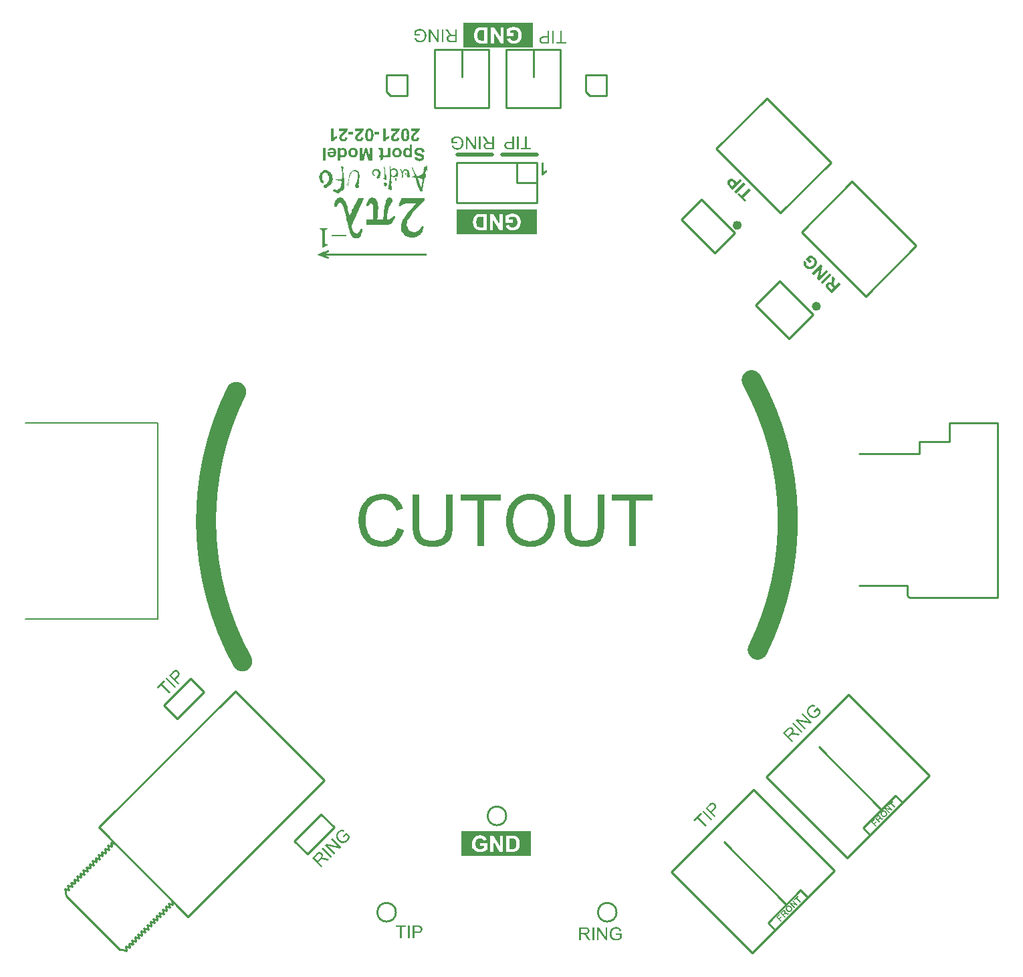
<source format=gto>
G04*
G04 #@! TF.GenerationSoftware,Altium Limited,Altium Designer,20.2.6 (244)*
G04*
G04 Layer_Color=15132400*
%FSLAX25Y25*%
%MOIN*%
G70*
G04*
G04 #@! TF.SameCoordinates,0B2D2C80-7AF4-4F1A-9CF9-E7062EFAC0B4*
G04*
G04*
G04 #@! TF.FilePolarity,Positive*
G04*
G01*
G75*
%ADD10C,0.10000*%
%ADD11C,0.01000*%
%ADD12C,0.02362*%
%ADD13C,0.02000*%
%ADD14C,0.00800*%
G36*
X19881Y142711D02*
X-20000D01*
Y155000D01*
X19881D01*
Y142711D01*
D02*
G37*
G36*
X17881Y235711D02*
X-16881D01*
Y248000D01*
X17881D01*
Y235711D01*
D02*
G37*
G36*
X16881Y-167000D02*
X-17881D01*
Y-154711D01*
X16881D01*
Y-167000D01*
D02*
G37*
G36*
X-56281Y13465D02*
X-55948Y13437D01*
X-55559Y13382D01*
X-55143Y13326D01*
X-54671Y13243D01*
X-54171Y13132D01*
X-53643Y13021D01*
X-53116Y12854D01*
X-52560Y12660D01*
X-52005Y12437D01*
X-51477Y12160D01*
X-50950Y11882D01*
X-50450Y11521D01*
X-50422Y11493D01*
X-50339Y11438D01*
X-50200Y11327D01*
X-50033Y11160D01*
X-49811Y10966D01*
X-49561Y10716D01*
X-49311Y10438D01*
X-49006Y10105D01*
X-48700Y9744D01*
X-48395Y9327D01*
X-48089Y8883D01*
X-47811Y8383D01*
X-47506Y7855D01*
X-47256Y7272D01*
X-47006Y6661D01*
X-46784Y6022D01*
X-50116Y5245D01*
Y5273D01*
X-50172Y5356D01*
X-50200Y5523D01*
X-50283Y5717D01*
X-50366Y5939D01*
X-50505Y6189D01*
X-50783Y6800D01*
X-51144Y7467D01*
X-51616Y8161D01*
X-52116Y8800D01*
X-52421Y9077D01*
X-52727Y9327D01*
X-52754Y9355D01*
X-52810Y9383D01*
X-52893Y9438D01*
X-53032Y9522D01*
X-53199Y9633D01*
X-53393Y9744D01*
X-53615Y9855D01*
X-53893Y9966D01*
X-54199Y10077D01*
X-54504Y10188D01*
X-55226Y10410D01*
X-56059Y10549D01*
X-56503Y10605D01*
X-57253D01*
X-57476Y10577D01*
X-57725Y10549D01*
X-58031Y10521D01*
X-58364Y10493D01*
X-58697Y10438D01*
X-59503Y10244D01*
X-60336Y9994D01*
X-60752Y9827D01*
X-61169Y9633D01*
X-61558Y9410D01*
X-61946Y9161D01*
X-61974Y9133D01*
X-62030Y9105D01*
X-62141Y9022D01*
X-62280Y8911D01*
X-62419Y8772D01*
X-62613Y8577D01*
X-62807Y8383D01*
X-63029Y8161D01*
X-63252Y7883D01*
X-63502Y7605D01*
X-63946Y6967D01*
X-64362Y6217D01*
X-64723Y5356D01*
Y5328D01*
X-64751Y5245D01*
X-64807Y5106D01*
X-64834Y4939D01*
X-64890Y4717D01*
X-64973Y4467D01*
X-65029Y4162D01*
X-65112Y3856D01*
X-65196Y3495D01*
X-65251Y3107D01*
X-65390Y2273D01*
X-65473Y1385D01*
X-65501Y441D01*
Y413D01*
Y302D01*
Y135D01*
X-65473Y-115D01*
Y-392D01*
X-65445Y-726D01*
X-65418Y-1087D01*
X-65390Y-1503D01*
X-65334Y-1947D01*
X-65279Y-2392D01*
X-65112Y-3364D01*
X-64862Y-4336D01*
X-64557Y-5280D01*
Y-5308D01*
X-64501Y-5391D01*
X-64446Y-5502D01*
X-64390Y-5669D01*
X-64279Y-5891D01*
X-64140Y-6113D01*
X-63835Y-6641D01*
X-63418Y-7252D01*
X-62918Y-7835D01*
X-62307Y-8418D01*
X-61974Y-8668D01*
X-61613Y-8918D01*
X-61585D01*
X-61530Y-8973D01*
X-61419Y-9029D01*
X-61252Y-9112D01*
X-61058Y-9195D01*
X-60836Y-9307D01*
X-60586Y-9390D01*
X-60308Y-9501D01*
X-59669Y-9723D01*
X-58920Y-9917D01*
X-58114Y-10056D01*
X-57698Y-10084D01*
X-57253Y-10112D01*
X-56976D01*
X-56781Y-10084D01*
X-56531Y-10056D01*
X-56254Y-10029D01*
X-55920Y-9973D01*
X-55587Y-9917D01*
X-54809Y-9723D01*
X-54421Y-9584D01*
X-54004Y-9418D01*
X-53588Y-9223D01*
X-53199Y-9001D01*
X-52810Y-8751D01*
X-52421Y-8473D01*
X-52394Y-8446D01*
X-52338Y-8390D01*
X-52227Y-8307D01*
X-52088Y-8168D01*
X-51949Y-8001D01*
X-51755Y-7779D01*
X-51560Y-7529D01*
X-51338Y-7252D01*
X-51116Y-6918D01*
X-50894Y-6557D01*
X-50672Y-6169D01*
X-50450Y-5724D01*
X-50255Y-5252D01*
X-50061Y-4724D01*
X-49867Y-4169D01*
X-49728Y-3586D01*
X-46340Y-4447D01*
Y-4502D01*
X-46395Y-4641D01*
X-46451Y-4836D01*
X-46562Y-5141D01*
X-46673Y-5474D01*
X-46839Y-5891D01*
X-47006Y-6335D01*
X-47228Y-6807D01*
X-47478Y-7335D01*
X-47756Y-7835D01*
X-48061Y-8390D01*
X-48422Y-8918D01*
X-48811Y-9418D01*
X-49228Y-9917D01*
X-49700Y-10390D01*
X-50200Y-10834D01*
X-50227Y-10862D01*
X-50339Y-10917D01*
X-50477Y-11028D01*
X-50700Y-11167D01*
X-50950Y-11334D01*
X-51283Y-11528D01*
X-51644Y-11723D01*
X-52088Y-11917D01*
X-52560Y-12111D01*
X-53060Y-12306D01*
X-53615Y-12500D01*
X-54226Y-12667D01*
X-54865Y-12806D01*
X-55532Y-12917D01*
X-56226Y-12972D01*
X-56976Y-13000D01*
X-57364D01*
X-57670Y-12972D01*
X-58003Y-12945D01*
X-58420Y-12917D01*
X-58864Y-12861D01*
X-59364Y-12778D01*
X-59891Y-12695D01*
X-60447Y-12584D01*
X-61002Y-12445D01*
X-61558Y-12306D01*
X-62141Y-12111D01*
X-62696Y-11889D01*
X-63224Y-11639D01*
X-63724Y-11334D01*
X-63752Y-11306D01*
X-63835Y-11250D01*
X-63974Y-11167D01*
X-64140Y-11028D01*
X-64362Y-10834D01*
X-64612Y-10639D01*
X-64890Y-10390D01*
X-65196Y-10084D01*
X-65501Y-9751D01*
X-65834Y-9390D01*
X-66140Y-9001D01*
X-66473Y-8557D01*
X-66806Y-8085D01*
X-67112Y-7585D01*
X-67389Y-7029D01*
X-67667Y-6446D01*
X-67695Y-6419D01*
X-67723Y-6307D01*
X-67778Y-6113D01*
X-67861Y-5891D01*
X-67972Y-5585D01*
X-68084Y-5252D01*
X-68195Y-4836D01*
X-68334Y-4391D01*
X-68445Y-3891D01*
X-68584Y-3364D01*
X-68695Y-2808D01*
X-68778Y-2197D01*
X-68945Y-920D01*
X-68972Y-254D01*
X-69000Y413D01*
Y468D01*
Y580D01*
Y802D01*
X-68972Y1079D01*
X-68945Y1440D01*
X-68917Y1857D01*
X-68861Y2301D01*
X-68806Y2801D01*
X-68722Y3329D01*
X-68639Y3884D01*
X-68361Y5078D01*
X-68167Y5661D01*
X-67972Y6245D01*
X-67750Y6855D01*
X-67473Y7411D01*
X-67445Y7439D01*
X-67389Y7550D01*
X-67306Y7689D01*
X-67195Y7911D01*
X-67028Y8161D01*
X-66834Y8438D01*
X-66612Y8744D01*
X-66362Y9105D01*
X-66056Y9438D01*
X-65751Y9827D01*
X-65390Y10188D01*
X-65001Y10577D01*
X-64585Y10938D01*
X-64140Y11299D01*
X-63640Y11632D01*
X-63140Y11937D01*
X-63113Y11965D01*
X-63002Y11993D01*
X-62863Y12076D01*
X-62641Y12187D01*
X-62391Y12298D01*
X-62058Y12437D01*
X-61696Y12576D01*
X-61308Y12715D01*
X-60863Y12854D01*
X-60364Y12993D01*
X-59864Y13132D01*
X-59308Y13243D01*
X-58170Y13437D01*
X-57559Y13465D01*
X-56920Y13493D01*
X-56559D01*
X-56281Y13465D01*
D02*
G37*
G36*
X53605Y-1753D02*
Y-1809D01*
Y-1920D01*
Y-2114D01*
Y-2392D01*
X53577Y-2725D01*
X53549Y-3086D01*
X53521Y-3503D01*
X53493Y-3975D01*
X53382Y-4947D01*
X53243Y-5974D01*
X53021Y-6974D01*
X52882Y-7446D01*
X52716Y-7890D01*
Y-7918D01*
X52688Y-8001D01*
X52633Y-8112D01*
X52549Y-8279D01*
X52438Y-8473D01*
X52327Y-8696D01*
X51994Y-9195D01*
X51799Y-9501D01*
X51577Y-9779D01*
X51300Y-10112D01*
X51022Y-10417D01*
X50689Y-10723D01*
X50355Y-11028D01*
X49967Y-11306D01*
X49550Y-11584D01*
X49522Y-11611D01*
X49439Y-11639D01*
X49328Y-11723D01*
X49134Y-11806D01*
X48911Y-11917D01*
X48634Y-12028D01*
X48328Y-12167D01*
X47940Y-12278D01*
X47551Y-12417D01*
X47106Y-12556D01*
X46606Y-12667D01*
X46079Y-12778D01*
X45496Y-12861D01*
X44885Y-12945D01*
X44246Y-12972D01*
X43580Y-13000D01*
X43219D01*
X42969Y-12972D01*
X42663D01*
X42330Y-12945D01*
X41913Y-12889D01*
X41497Y-12833D01*
X40553Y-12695D01*
X39553Y-12472D01*
X38581Y-12167D01*
X38109Y-12000D01*
X37665Y-11778D01*
X37637Y-11750D01*
X37554Y-11723D01*
X37442Y-11639D01*
X37304Y-11556D01*
X37109Y-11417D01*
X36887Y-11250D01*
X36665Y-11084D01*
X36415Y-10862D01*
X35860Y-10362D01*
X35332Y-9751D01*
X34832Y-9029D01*
X34610Y-8612D01*
X34416Y-8196D01*
Y-8168D01*
X34388Y-8085D01*
X34332Y-7946D01*
X34277Y-7751D01*
X34193Y-7529D01*
X34110Y-7224D01*
X34027Y-6891D01*
X33943Y-6502D01*
X33832Y-6058D01*
X33749Y-5585D01*
X33666Y-5058D01*
X33610Y-4475D01*
X33527Y-3864D01*
X33499Y-3197D01*
X33443Y-2503D01*
Y-1753D01*
Y13048D01*
X36832D01*
Y-1753D01*
Y-1781D01*
Y-1892D01*
Y-2059D01*
Y-2308D01*
X36859Y-2586D01*
Y-2892D01*
X36887Y-3253D01*
X36915Y-3614D01*
X36970Y-4419D01*
X37081Y-5224D01*
X37248Y-6002D01*
X37331Y-6363D01*
X37442Y-6668D01*
Y-6696D01*
X37470Y-6724D01*
X37498Y-6807D01*
X37554Y-6918D01*
X37720Y-7224D01*
X37942Y-7557D01*
X38220Y-7974D01*
X38581Y-8362D01*
X39025Y-8751D01*
X39553Y-9112D01*
X39581D01*
X39636Y-9140D01*
X39720Y-9195D01*
X39831Y-9251D01*
X39970Y-9307D01*
X40164Y-9362D01*
X40358Y-9445D01*
X40580Y-9529D01*
X41136Y-9668D01*
X41774Y-9806D01*
X42497Y-9917D01*
X43274Y-9945D01*
X43635D01*
X43885Y-9917D01*
X44190Y-9890D01*
X44552Y-9862D01*
X44940Y-9806D01*
X45357Y-9723D01*
X46218Y-9529D01*
X46662Y-9390D01*
X47106Y-9223D01*
X47523Y-9029D01*
X47912Y-8807D01*
X48273Y-8557D01*
X48606Y-8251D01*
X48634Y-8224D01*
X48689Y-8168D01*
X48745Y-8057D01*
X48856Y-7918D01*
X48967Y-7724D01*
X49106Y-7474D01*
X49272Y-7168D01*
X49411Y-6807D01*
X49550Y-6391D01*
X49717Y-5919D01*
X49856Y-5391D01*
X49967Y-4808D01*
X50078Y-4141D01*
X50161Y-3419D01*
X50189Y-2614D01*
X50217Y-1753D01*
Y13048D01*
X53605D01*
Y-1753D01*
D02*
G37*
G36*
X-21958D02*
Y-1809D01*
Y-1920D01*
Y-2114D01*
Y-2392D01*
X-21985Y-2725D01*
X-22013Y-3086D01*
X-22041Y-3503D01*
X-22069Y-3975D01*
X-22180Y-4947D01*
X-22319Y-5974D01*
X-22541Y-6974D01*
X-22680Y-7446D01*
X-22846Y-7890D01*
Y-7918D01*
X-22874Y-8001D01*
X-22930Y-8112D01*
X-23013Y-8279D01*
X-23124Y-8473D01*
X-23235Y-8696D01*
X-23568Y-9195D01*
X-23763Y-9501D01*
X-23985Y-9779D01*
X-24262Y-10112D01*
X-24540Y-10417D01*
X-24873Y-10723D01*
X-25207Y-11028D01*
X-25596Y-11306D01*
X-26012Y-11584D01*
X-26040Y-11611D01*
X-26123Y-11639D01*
X-26234Y-11723D01*
X-26429Y-11806D01*
X-26651Y-11917D01*
X-26928Y-12028D01*
X-27234Y-12167D01*
X-27623Y-12278D01*
X-28012Y-12417D01*
X-28456Y-12556D01*
X-28956Y-12667D01*
X-29483Y-12778D01*
X-30066Y-12861D01*
X-30677Y-12945D01*
X-31316Y-12972D01*
X-31983Y-13000D01*
X-32344D01*
X-32594Y-12972D01*
X-32899D01*
X-33232Y-12945D01*
X-33649Y-12889D01*
X-34065Y-12833D01*
X-35010Y-12695D01*
X-36009Y-12472D01*
X-36981Y-12167D01*
X-37453Y-12000D01*
X-37898Y-11778D01*
X-37925Y-11750D01*
X-38009Y-11723D01*
X-38120Y-11639D01*
X-38259Y-11556D01*
X-38453Y-11417D01*
X-38675Y-11250D01*
X-38897Y-11084D01*
X-39147Y-10862D01*
X-39703Y-10362D01*
X-40230Y-9751D01*
X-40730Y-9029D01*
X-40952Y-8612D01*
X-41147Y-8196D01*
Y-8168D01*
X-41175Y-8085D01*
X-41230Y-7946D01*
X-41285Y-7751D01*
X-41369Y-7529D01*
X-41452Y-7224D01*
X-41535Y-6891D01*
X-41619Y-6502D01*
X-41730Y-6058D01*
X-41813Y-5585D01*
X-41897Y-5058D01*
X-41952Y-4475D01*
X-42035Y-3864D01*
X-42063Y-3197D01*
X-42119Y-2503D01*
Y-1753D01*
Y13048D01*
X-38731D01*
Y-1753D01*
Y-1781D01*
Y-1892D01*
Y-2059D01*
Y-2308D01*
X-38703Y-2586D01*
Y-2892D01*
X-38675Y-3253D01*
X-38647Y-3614D01*
X-38592Y-4419D01*
X-38481Y-5224D01*
X-38314Y-6002D01*
X-38231Y-6363D01*
X-38120Y-6668D01*
Y-6696D01*
X-38092Y-6724D01*
X-38064Y-6807D01*
X-38009Y-6918D01*
X-37842Y-7224D01*
X-37620Y-7557D01*
X-37342Y-7974D01*
X-36981Y-8362D01*
X-36537Y-8751D01*
X-36009Y-9112D01*
X-35982D01*
X-35926Y-9140D01*
X-35843Y-9195D01*
X-35732Y-9251D01*
X-35593Y-9307D01*
X-35398Y-9362D01*
X-35204Y-9445D01*
X-34982Y-9529D01*
X-34426Y-9668D01*
X-33788Y-9806D01*
X-33066Y-9917D01*
X-32288Y-9945D01*
X-31927D01*
X-31677Y-9917D01*
X-31372Y-9890D01*
X-31011Y-9862D01*
X-30622Y-9806D01*
X-30205Y-9723D01*
X-29344Y-9529D01*
X-28900Y-9390D01*
X-28456Y-9223D01*
X-28039Y-9029D01*
X-27650Y-8807D01*
X-27290Y-8557D01*
X-26956Y-8251D01*
X-26928Y-8224D01*
X-26873Y-8168D01*
X-26817Y-8057D01*
X-26706Y-7918D01*
X-26595Y-7724D01*
X-26456Y-7474D01*
X-26290Y-7168D01*
X-26151Y-6807D01*
X-26012Y-6391D01*
X-25845Y-5919D01*
X-25707Y-5391D01*
X-25596Y-4808D01*
X-25484Y-4141D01*
X-25401Y-3419D01*
X-25373Y-2614D01*
X-25346Y-1753D01*
Y13048D01*
X-21958D01*
Y-1753D01*
D02*
G37*
G36*
X77598Y10021D02*
X69156D01*
Y-12584D01*
X65768D01*
Y10021D01*
X57326D01*
Y13048D01*
X77598D01*
Y10021D01*
D02*
G37*
G36*
X2036D02*
X-6406D01*
Y-12584D01*
X-9794D01*
Y10021D01*
X-18236D01*
Y13048D01*
X2036D01*
Y10021D01*
D02*
G37*
G36*
X17365Y13465D02*
X17698Y13437D01*
X18059Y13409D01*
X18448Y13354D01*
X18892Y13270D01*
X19392Y13187D01*
X19892Y13076D01*
X20419Y12937D01*
X20975Y12771D01*
X21530Y12576D01*
X22086Y12354D01*
X22613Y12104D01*
X23169Y11799D01*
X23196Y11771D01*
X23307Y11715D01*
X23446Y11632D01*
X23641Y11493D01*
X23891Y11327D01*
X24141Y11104D01*
X24446Y10854D01*
X24779Y10577D01*
X25140Y10244D01*
X25501Y9883D01*
X25862Y9494D01*
X26223Y9077D01*
X26557Y8633D01*
X26918Y8133D01*
X27223Y7605D01*
X27529Y7050D01*
X27556Y7022D01*
X27584Y6911D01*
X27667Y6745D01*
X27751Y6522D01*
X27889Y6245D01*
X28001Y5884D01*
X28139Y5495D01*
X28278Y5051D01*
X28417Y4578D01*
X28556Y4051D01*
X28695Y3468D01*
X28806Y2884D01*
X28889Y2246D01*
X28973Y1579D01*
X29000Y913D01*
X29028Y191D01*
Y135D01*
Y24D01*
Y-198D01*
X29000Y-476D01*
X28973Y-809D01*
X28945Y-1198D01*
X28889Y-1642D01*
X28834Y-2142D01*
X28750Y-2670D01*
X28639Y-3225D01*
X28528Y-3808D01*
X28362Y-4391D01*
X28167Y-5002D01*
X27973Y-5585D01*
X27723Y-6196D01*
X27445Y-6780D01*
X27417Y-6807D01*
X27362Y-6918D01*
X27279Y-7085D01*
X27167Y-7279D01*
X27001Y-7529D01*
X26807Y-7835D01*
X26557Y-8168D01*
X26307Y-8529D01*
X26001Y-8890D01*
X25668Y-9279D01*
X25279Y-9668D01*
X24890Y-10056D01*
X24474Y-10417D01*
X24002Y-10778D01*
X23502Y-11139D01*
X22974Y-11445D01*
X22946Y-11473D01*
X22835Y-11500D01*
X22696Y-11584D01*
X22474Y-11695D01*
X22197Y-11806D01*
X21891Y-11945D01*
X21530Y-12084D01*
X21114Y-12222D01*
X20669Y-12361D01*
X20197Y-12500D01*
X19670Y-12639D01*
X19142Y-12750D01*
X17976Y-12945D01*
X17365Y-12972D01*
X16754Y-13000D01*
X16393D01*
X16143Y-12972D01*
X15837Y-12945D01*
X15449Y-12917D01*
X15060Y-12861D01*
X14588Y-12778D01*
X14116Y-12695D01*
X13588Y-12584D01*
X13060Y-12445D01*
X12505Y-12278D01*
X11950Y-12084D01*
X11394Y-11834D01*
X10839Y-11584D01*
X10283Y-11278D01*
X10256Y-11250D01*
X10172Y-11195D01*
X10006Y-11084D01*
X9811Y-10945D01*
X9589Y-10778D01*
X9311Y-10556D01*
X9006Y-10306D01*
X8673Y-10029D01*
X8312Y-9695D01*
X7978Y-9334D01*
X7617Y-8946D01*
X7256Y-8529D01*
X6895Y-8057D01*
X6562Y-7585D01*
X6257Y-7057D01*
X5951Y-6502D01*
X5923Y-6474D01*
X5896Y-6363D01*
X5812Y-6196D01*
X5729Y-5974D01*
X5618Y-5697D01*
X5507Y-5363D01*
X5368Y-5002D01*
X5229Y-4558D01*
X5090Y-4114D01*
X4952Y-3614D01*
X4840Y-3086D01*
X4729Y-2531D01*
X4563Y-1364D01*
X4535Y-726D01*
X4507Y-115D01*
Y-87D01*
Y-31D01*
Y52D01*
Y163D01*
X4535Y330D01*
Y496D01*
X4563Y941D01*
X4618Y1468D01*
X4702Y2107D01*
X4785Y2773D01*
X4924Y3523D01*
X5118Y4329D01*
X5340Y5134D01*
X5618Y5967D01*
X5951Y6800D01*
X6340Y7633D01*
X6784Y8411D01*
X7312Y9188D01*
X7923Y9883D01*
X7951Y9910D01*
X8089Y10049D01*
X8284Y10216D01*
X8534Y10438D01*
X8895Y10716D01*
X9284Y11021D01*
X9756Y11354D01*
X10311Y11688D01*
X10922Y12021D01*
X11588Y12354D01*
X12311Y12660D01*
X13116Y12937D01*
X13949Y13159D01*
X14838Y13326D01*
X15782Y13465D01*
X16781Y13493D01*
X17115D01*
X17365Y13465D01*
D02*
G37*
G36*
X116998Y170400D02*
X117150Y170385D01*
X117155Y170380D01*
X117165D01*
X117214Y170370D01*
X117287Y170355D01*
X117385Y170326D01*
X117489Y170292D01*
X117601Y170248D01*
X117719Y170189D01*
X117832Y170125D01*
X117837Y170120D01*
X117852Y170115D01*
X117871Y170095D01*
X117901Y170076D01*
X117940Y170046D01*
X117989Y170007D01*
X118043Y169963D01*
X118102Y169914D01*
X118175Y169860D01*
X118254Y169791D01*
X118338Y169718D01*
X118426Y169639D01*
X118524Y169551D01*
X118622Y169453D01*
X118735Y169350D01*
X119442Y168643D01*
X121149Y170351D01*
X122062Y169438D01*
X117533Y164908D01*
X115864Y166577D01*
X115791Y166660D01*
X115712Y166739D01*
X115629Y166832D01*
X115447Y167023D01*
X115369Y167122D01*
X115285Y167215D01*
X115207Y167303D01*
X115143Y167387D01*
X115094Y167465D01*
X115050Y167529D01*
X115045Y167534D01*
X115035Y167553D01*
X115020Y167578D01*
X115005Y167612D01*
X114986Y167661D01*
X114961Y167715D01*
X114917Y167848D01*
X114873Y168010D01*
X114843Y168196D01*
X114834Y168304D01*
X114829Y168407D01*
Y168515D01*
X114843Y168628D01*
Y168638D01*
X114848Y168653D01*
X114853Y168687D01*
X114863Y168726D01*
X114873Y168785D01*
X114897Y168849D01*
X114917Y168918D01*
X114946Y168996D01*
X114986Y169085D01*
X115025Y169173D01*
X115074Y169271D01*
X115133Y169369D01*
X115202Y169467D01*
X115275Y169570D01*
X115369Y169673D01*
X115462Y169776D01*
X115467Y169781D01*
X115481Y169796D01*
X115501Y169816D01*
X115531Y169845D01*
X115570Y169875D01*
X115619Y169914D01*
X115668Y169953D01*
X115727Y170002D01*
X115854Y170090D01*
X115997Y170184D01*
X116154Y170262D01*
X116316Y170326D01*
X116321Y170331D01*
X116330D01*
X116355Y170336D01*
X116389Y170341D01*
X116473Y170365D01*
X116581Y170385D01*
X116708Y170395D01*
X116846Y170405D01*
X116998Y170400D01*
D02*
G37*
G36*
X123848Y167652D02*
X119319Y163122D01*
X118406Y164035D01*
X122936Y168564D01*
X123848Y167652D01*
D02*
G37*
G36*
X126655Y164845D02*
X122891Y161081D01*
X124236Y159736D01*
X123470Y158970D01*
X119878Y162563D01*
X120644Y163328D01*
X121979Y161993D01*
X125743Y165757D01*
X126655Y164845D01*
D02*
G37*
G36*
X155855Y132271D02*
X155885D01*
X155929Y132266D01*
X155983Y132261D01*
X156047Y132256D01*
X156120Y132241D01*
X156204Y132226D01*
X156302Y132207D01*
X156400Y132187D01*
X156508Y132158D01*
X156626Y132118D01*
X156749Y132084D01*
X156876Y132035D01*
X157014Y131986D01*
X157151Y131927D01*
X157156Y131922D01*
X157185Y131912D01*
X157225Y131893D01*
X157279Y131868D01*
X157342Y131834D01*
X157421Y131795D01*
X157504Y131740D01*
X157597Y131686D01*
X157696Y131628D01*
X157804Y131559D01*
X157912Y131490D01*
X158025Y131407D01*
X158250Y131230D01*
X158358Y131132D01*
X158466Y131034D01*
X158535Y130965D01*
X158579Y130911D01*
X158638Y130842D01*
X158707Y130764D01*
X158775Y130676D01*
X158849Y130572D01*
X158927Y130465D01*
X159006Y130347D01*
X159084Y130219D01*
X159168Y130087D01*
X159241Y129944D01*
X159305Y129802D01*
X159364Y129655D01*
X159413Y129498D01*
Y129488D01*
X159423Y129459D01*
X159433Y129419D01*
X159448Y129356D01*
X159452Y129282D01*
X159472Y129194D01*
X159482Y129095D01*
X159487Y128983D01*
X159497Y128865D01*
Y128737D01*
X159492Y128595D01*
X159482Y128457D01*
X159462Y128310D01*
X159438Y128158D01*
X159398Y128011D01*
X159350Y127854D01*
Y127844D01*
X159335Y127820D01*
X159320Y127775D01*
X159291Y127717D01*
X159261Y127648D01*
X159222Y127559D01*
X159178Y127466D01*
X159124Y127363D01*
X159060Y127250D01*
X158991Y127132D01*
X158913Y127015D01*
X158834Y126887D01*
X158736Y126760D01*
X158638Y126632D01*
X158525Y126509D01*
X158407Y126382D01*
X158397Y126372D01*
X158378Y126352D01*
X158339Y126313D01*
X158285Y126269D01*
X158216Y126210D01*
X158137Y126141D01*
X158049Y126073D01*
X157946Y125999D01*
X157838Y125920D01*
X157715Y125837D01*
X157588Y125759D01*
X157455Y125675D01*
X157313Y125601D01*
X157166Y125533D01*
X157014Y125469D01*
X156857Y125420D01*
X156847D01*
X156817Y125410D01*
X156773Y125395D01*
X156709Y125381D01*
X156631Y125371D01*
X156543Y125351D01*
X156439Y125336D01*
X156322Y125327D01*
X156199Y125312D01*
X155924D01*
X155772Y125317D01*
X155620Y125331D01*
X155463Y125361D01*
X155301Y125395D01*
X155139Y125440D01*
X155129D01*
X155110Y125449D01*
X155075Y125464D01*
X155026Y125484D01*
X154962Y125508D01*
X154894Y125538D01*
X154815Y125577D01*
X154727Y125626D01*
X154633Y125680D01*
X154531Y125744D01*
X154422Y125812D01*
X154305Y125891D01*
X154187Y125979D01*
X154069Y126077D01*
X153946Y126181D01*
X153745Y126382D01*
X153696Y126441D01*
X153628Y126519D01*
X153554Y126612D01*
X153475Y126710D01*
X153392Y126823D01*
X153308Y126946D01*
X153225Y127078D01*
X153142Y127211D01*
X153063Y127358D01*
X152999Y127510D01*
X152940Y127658D01*
X152896Y127810D01*
X152867Y127967D01*
Y127977D01*
X152862Y128001D01*
X152857Y128045D01*
X152852Y128109D01*
X152857Y128183D01*
X152852Y128266D01*
X152857Y128369D01*
X152867Y128477D01*
X152877Y128595D01*
X152901Y128718D01*
X152931Y128855D01*
X152965Y128988D01*
X153014Y129125D01*
X153073Y129272D01*
X153147Y129414D01*
X153230Y129557D01*
X154310Y128821D01*
X154305Y128816D01*
X154300Y128801D01*
X154285Y128777D01*
X154275Y128747D01*
X154256Y128708D01*
X154236Y128659D01*
X154202Y128546D01*
X154167Y128413D01*
X154143Y128261D01*
X154133Y128104D01*
X154148Y127932D01*
X154153Y127927D01*
X154148Y127913D01*
X154153Y127888D01*
X154167Y127854D01*
X154177Y127815D01*
X154187Y127766D01*
X154211Y127712D01*
X154231Y127653D01*
X154290Y127525D01*
X154368Y127378D01*
X154476Y127231D01*
X154609Y127078D01*
X154668Y127020D01*
X154712Y126985D01*
X154766Y126941D01*
X154835Y126892D01*
X154918Y126838D01*
X155002Y126784D01*
X155095Y126730D01*
X155198Y126676D01*
X155306Y126627D01*
X155424Y126588D01*
X155546Y126553D01*
X155674Y126524D01*
X155806Y126509D01*
X155954D01*
X155978Y126514D01*
X156017D01*
X156071Y126529D01*
X156140Y126539D01*
X156219Y126558D01*
X156302Y126583D01*
X156405Y126617D01*
X156513Y126656D01*
X156626Y126710D01*
X156749Y126774D01*
X156881Y126848D01*
X157009Y126936D01*
X157146Y127034D01*
X157283Y127152D01*
X157426Y127285D01*
X157436Y127295D01*
X157460Y127319D01*
X157499Y127368D01*
X157553Y127422D01*
X157617Y127496D01*
X157681Y127579D01*
X157759Y127677D01*
X157838Y127785D01*
X157912Y127898D01*
X157990Y128026D01*
X158059Y128153D01*
X158127Y128291D01*
X158186Y128428D01*
X158231Y128570D01*
X158265Y128713D01*
X158280Y128855D01*
Y128865D01*
Y128884D01*
Y128934D01*
Y128983D01*
X158270Y129051D01*
X158265Y129125D01*
X158245Y129213D01*
X158231Y129306D01*
X158206Y129410D01*
X158167Y129517D01*
X158127Y129625D01*
X158074Y129738D01*
X158005Y129856D01*
X157931Y129969D01*
X157848Y130082D01*
X157745Y130195D01*
X157696Y130244D01*
X157666Y130263D01*
X157632Y130298D01*
X157548Y130361D01*
X157445Y130435D01*
X157333Y130509D01*
X157205Y130587D01*
X157058Y130656D01*
X157053Y130661D01*
X157038Y130666D01*
X157018Y130676D01*
X156989Y130685D01*
X156911Y130715D01*
X156807Y130749D01*
X156690Y130789D01*
X156562Y130828D01*
X156430Y130862D01*
X156287Y130887D01*
X155708Y130307D01*
X156754Y129262D01*
X155988Y128497D01*
X154020Y130465D01*
X155831Y132275D01*
X155841D01*
X155855Y132271D01*
D02*
G37*
G36*
X162402Y126931D02*
X161263Y122122D01*
X164237Y125096D01*
X165081Y124252D01*
X160552Y119722D01*
X159668Y120606D01*
X160846Y125513D01*
X157804Y122471D01*
X156960Y123315D01*
X161489Y127844D01*
X162402Y126931D01*
D02*
G37*
G36*
X168438Y120895D02*
X168114Y119246D01*
Y119237D01*
X168104Y119207D01*
X168099Y119163D01*
X168089Y119104D01*
X168070Y119035D01*
X168060Y118957D01*
X168026Y118775D01*
X167996Y118579D01*
X167967Y118393D01*
X167957Y118304D01*
X167947Y118226D01*
X167937Y118157D01*
Y118098D01*
Y118088D01*
X167932Y118054D01*
X167942Y118005D01*
X167947Y117941D01*
X167952Y117868D01*
X167972Y117789D01*
X167991Y117710D01*
X168026Y117637D01*
Y117627D01*
X168045Y117598D01*
X168070Y117553D01*
X168109Y117494D01*
X168163Y117421D01*
X168237Y117338D01*
X168320Y117234D01*
X168614Y116940D01*
X170504Y118829D01*
X171417Y117917D01*
X166887Y113387D01*
X164846Y115428D01*
X164792Y115492D01*
X164723Y115561D01*
X164649Y115645D01*
X164576Y115728D01*
X164414Y115919D01*
X164267Y116116D01*
X164193Y116209D01*
X164129Y116312D01*
X164075Y116405D01*
X164031Y116489D01*
X164026Y116493D01*
X164021Y116508D01*
X164016Y116533D01*
X164002Y116567D01*
X163987Y116611D01*
X163972Y116655D01*
X163938Y116778D01*
X163918Y116925D01*
X163908Y117082D01*
X163913Y117264D01*
X163943Y117450D01*
X163948Y117455D01*
Y117475D01*
X163953Y117499D01*
X163967Y117534D01*
X163977Y117583D01*
X163997Y117632D01*
X164021Y117696D01*
X164046Y117760D01*
X164114Y117897D01*
X164203Y118054D01*
X164316Y118206D01*
X164453Y118363D01*
X164458Y118368D01*
X164478Y118388D01*
X164502Y118412D01*
X164541Y118442D01*
X164591Y118481D01*
X164645Y118525D01*
X164713Y118574D01*
X164787Y118618D01*
X164959Y118721D01*
X165052Y118765D01*
X165150Y118805D01*
X165258Y118844D01*
X165366Y118874D01*
X165479Y118898D01*
X165596Y118908D01*
X165704D01*
X165763Y118898D01*
X165832Y118888D01*
X165910Y118878D01*
X165999Y118859D01*
X166097Y118839D01*
X166195Y118810D01*
X166303Y118770D01*
X166421Y118721D01*
X166539Y118663D01*
X166661Y118599D01*
X166789Y118520D01*
X166917Y118432D01*
X166912Y118437D01*
Y118456D01*
X166902Y118476D01*
X166897Y118510D01*
X166877Y118599D01*
X166858Y118717D01*
X166833Y118849D01*
X166814Y118996D01*
X166804Y119153D01*
Y119300D01*
Y119320D01*
X166809Y119345D01*
Y119374D01*
X166814Y119418D01*
X166818Y119472D01*
X166823Y119536D01*
X166833Y119605D01*
X166848Y119688D01*
X166863Y119781D01*
X166877Y119884D01*
X166902Y119997D01*
X166926Y120120D01*
X166956Y120257D01*
X166980Y120400D01*
X167020Y120557D01*
X167343Y121990D01*
X168438Y120895D01*
D02*
G37*
G36*
X166877Y122456D02*
X162348Y117926D01*
X161435Y118839D01*
X165964Y123369D01*
X166877Y122456D01*
D02*
G37*
G36*
X-58681Y192446D02*
X-61097D01*
Y193675D01*
X-58681D01*
Y192446D01*
D02*
G37*
G36*
X-71611D02*
X-74026D01*
Y193675D01*
X-71611D01*
Y192446D01*
D02*
G37*
G36*
X-38500Y195375D02*
X-38507Y195354D01*
Y195319D01*
X-38514Y195271D01*
X-38528Y195215D01*
X-38542Y195146D01*
X-38555Y195070D01*
X-38576Y194986D01*
X-38632Y194799D01*
X-38708Y194591D01*
X-38798Y194376D01*
X-38916Y194161D01*
X-38923Y194154D01*
X-38930Y194133D01*
X-38958Y194098D01*
X-38986Y194056D01*
X-39028Y194001D01*
X-39083Y193925D01*
X-39145Y193848D01*
X-39222Y193751D01*
X-39305Y193647D01*
X-39409Y193536D01*
X-39520Y193404D01*
X-39645Y193272D01*
X-39784Y193126D01*
X-39944Y192967D01*
X-40110Y192800D01*
X-40297Y192627D01*
X-40304Y192620D01*
X-40332Y192592D01*
X-40374Y192551D01*
X-40429Y192502D01*
X-40499Y192439D01*
X-40568Y192370D01*
X-40651Y192287D01*
X-40735Y192203D01*
X-40915Y192030D01*
X-41082Y191857D01*
X-41151Y191780D01*
X-41221Y191704D01*
X-41276Y191634D01*
X-41318Y191579D01*
Y191572D01*
X-41331Y191565D01*
X-41339Y191544D01*
X-41359Y191516D01*
X-41401Y191440D01*
X-41449Y191343D01*
X-41491Y191232D01*
X-41533Y191107D01*
X-41561Y190968D01*
X-41574Y190829D01*
Y190822D01*
Y190808D01*
Y190788D01*
Y190760D01*
X-41561Y190691D01*
X-41547Y190593D01*
X-41519Y190496D01*
X-41484Y190392D01*
X-41429Y190288D01*
X-41352Y190198D01*
X-41345Y190191D01*
X-41311Y190163D01*
X-41262Y190128D01*
X-41193Y190087D01*
X-41102Y190045D01*
X-40998Y190010D01*
X-40880Y189983D01*
X-40742Y189976D01*
X-40679D01*
X-40610Y189990D01*
X-40520Y190004D01*
X-40422Y190031D01*
X-40318Y190073D01*
X-40214Y190135D01*
X-40124Y190212D01*
X-40117Y190226D01*
X-40089Y190253D01*
X-40055Y190309D01*
X-40006Y190392D01*
X-39964Y190496D01*
X-39923Y190628D01*
X-39888Y190788D01*
X-39874Y190878D01*
X-39867Y190975D01*
X-38646Y190857D01*
Y190843D01*
X-38653Y190815D01*
X-38660Y190760D01*
X-38673Y190691D01*
X-38687Y190607D01*
X-38708Y190510D01*
X-38736Y190406D01*
X-38771Y190295D01*
X-38812Y190177D01*
X-38861Y190059D01*
X-38916Y189934D01*
X-38979Y189816D01*
X-39048Y189698D01*
X-39132Y189587D01*
X-39222Y189490D01*
X-39326Y189400D01*
X-39333Y189393D01*
X-39354Y189379D01*
X-39388Y189358D01*
X-39430Y189330D01*
X-39485Y189296D01*
X-39555Y189261D01*
X-39631Y189219D01*
X-39722Y189178D01*
X-39826Y189136D01*
X-39930Y189094D01*
X-40048Y189060D01*
X-40179Y189025D01*
X-40311Y188997D01*
X-40457Y188976D01*
X-40610Y188962D01*
X-40769Y188956D01*
X-40860D01*
X-40929Y188962D01*
X-41005Y188969D01*
X-41096Y188983D01*
X-41200Y188997D01*
X-41311Y189018D01*
X-41429Y189046D01*
X-41547Y189081D01*
X-41672Y189122D01*
X-41796Y189171D01*
X-41914Y189233D01*
X-42033Y189303D01*
X-42151Y189379D01*
X-42255Y189469D01*
X-42261Y189476D01*
X-42275Y189490D01*
X-42303Y189525D01*
X-42338Y189559D01*
X-42380Y189608D01*
X-42428Y189670D01*
X-42477Y189740D01*
X-42532Y189823D01*
X-42581Y189906D01*
X-42629Y190004D01*
X-42678Y190108D01*
X-42720Y190219D01*
X-42754Y190344D01*
X-42782Y190469D01*
X-42796Y190600D01*
X-42803Y190739D01*
Y190746D01*
Y190760D01*
Y190781D01*
Y190815D01*
X-42796Y190850D01*
Y190899D01*
X-42782Y191003D01*
X-42761Y191135D01*
X-42733Y191273D01*
X-42699Y191419D01*
X-42643Y191565D01*
Y191572D01*
X-42636Y191579D01*
X-42629Y191607D01*
X-42615Y191634D01*
X-42595Y191669D01*
X-42574Y191711D01*
X-42525Y191815D01*
X-42456Y191933D01*
X-42373Y192072D01*
X-42268Y192224D01*
X-42151Y192384D01*
X-42137Y192398D01*
X-42109Y192439D01*
X-42046Y192502D01*
X-41970Y192592D01*
X-41914Y192648D01*
X-41859Y192710D01*
X-41790Y192773D01*
X-41720Y192849D01*
X-41637Y192925D01*
X-41547Y193016D01*
X-41449Y193106D01*
X-41345Y193203D01*
X-41339Y193210D01*
X-41318Y193224D01*
X-41290Y193251D01*
X-41255Y193286D01*
X-41207Y193328D01*
X-41151Y193376D01*
X-41033Y193487D01*
X-40908Y193605D01*
X-40790Y193723D01*
X-40735Y193779D01*
X-40686Y193827D01*
X-40644Y193876D01*
X-40610Y193911D01*
X-40603Y193918D01*
X-40582Y193939D01*
X-40554Y193973D01*
X-40520Y194015D01*
X-40485Y194070D01*
X-40443Y194126D01*
X-40360Y194244D01*
X-42803D01*
Y195382D01*
X-38500D01*
Y195375D01*
D02*
G37*
G36*
X-45614Y195493D02*
X-45551Y195486D01*
X-45468Y195479D01*
X-45378Y195465D01*
X-45274Y195438D01*
X-45162Y195410D01*
X-45044Y195375D01*
X-44927Y195326D01*
X-44802Y195264D01*
X-44677Y195202D01*
X-44552Y195118D01*
X-44427Y195021D01*
X-44309Y194910D01*
X-44198Y194785D01*
X-44191Y194778D01*
X-44177Y194750D01*
X-44142Y194709D01*
X-44107Y194646D01*
X-44066Y194563D01*
X-44017Y194459D01*
X-43969Y194334D01*
X-43913Y194195D01*
X-43858Y194029D01*
X-43809Y193841D01*
X-43760Y193633D01*
X-43719Y193397D01*
X-43684Y193140D01*
X-43656Y192856D01*
X-43636Y192551D01*
X-43629Y192217D01*
Y192210D01*
Y192197D01*
Y192169D01*
Y192141D01*
Y192092D01*
X-43636Y192044D01*
Y191988D01*
Y191926D01*
X-43650Y191773D01*
X-43663Y191607D01*
X-43684Y191419D01*
X-43705Y191218D01*
X-43740Y191003D01*
X-43781Y190788D01*
X-43830Y190573D01*
X-43892Y190357D01*
X-43962Y190149D01*
X-44045Y189955D01*
X-44142Y189775D01*
X-44253Y189615D01*
X-44260Y189608D01*
X-44281Y189587D01*
X-44309Y189552D01*
X-44350Y189511D01*
X-44406Y189462D01*
X-44468Y189407D01*
X-44545Y189344D01*
X-44628Y189282D01*
X-44725Y189226D01*
X-44836Y189164D01*
X-44954Y189108D01*
X-45086Y189060D01*
X-45225Y189018D01*
X-45378Y188983D01*
X-45537Y188962D01*
X-45704Y188956D01*
X-45745D01*
X-45794Y188962D01*
X-45856D01*
X-45933Y188976D01*
X-46023Y188990D01*
X-46127Y189011D01*
X-46238Y189039D01*
X-46349Y189074D01*
X-46467Y189115D01*
X-46592Y189171D01*
X-46710Y189233D01*
X-46828Y189310D01*
X-46946Y189400D01*
X-47057Y189504D01*
X-47161Y189622D01*
X-47168Y189629D01*
X-47189Y189656D01*
X-47217Y189705D01*
X-47258Y189775D01*
X-47307Y189858D01*
X-47362Y189969D01*
X-47418Y190094D01*
X-47473Y190246D01*
X-47529Y190413D01*
X-47591Y190607D01*
X-47640Y190822D01*
X-47689Y191058D01*
X-47730Y191315D01*
X-47758Y191600D01*
X-47779Y191905D01*
X-47786Y192231D01*
Y192238D01*
Y192252D01*
Y192280D01*
Y192308D01*
Y192356D01*
X-47779Y192405D01*
Y192460D01*
Y192530D01*
X-47765Y192675D01*
X-47751Y192849D01*
X-47730Y193036D01*
X-47709Y193237D01*
X-47675Y193453D01*
X-47633Y193668D01*
X-47578Y193890D01*
X-47522Y194105D01*
X-47446Y194306D01*
X-47362Y194508D01*
X-47265Y194688D01*
X-47154Y194848D01*
X-47147Y194855D01*
X-47133Y194875D01*
X-47099Y194910D01*
X-47057Y194952D01*
X-47008Y195000D01*
X-46939Y195056D01*
X-46863Y195111D01*
X-46779Y195174D01*
X-46682Y195236D01*
X-46571Y195292D01*
X-46453Y195347D01*
X-46321Y195396D01*
X-46183Y195438D01*
X-46030Y195472D01*
X-45870Y195493D01*
X-45704Y195500D01*
X-45662D01*
X-45614Y195493D01*
D02*
G37*
G36*
X-48452Y195375D02*
X-48459Y195354D01*
Y195319D01*
X-48466Y195271D01*
X-48480Y195215D01*
X-48494Y195146D01*
X-48507Y195070D01*
X-48528Y194986D01*
X-48584Y194799D01*
X-48660Y194591D01*
X-48750Y194376D01*
X-48868Y194161D01*
X-48875Y194154D01*
X-48882Y194133D01*
X-48910Y194098D01*
X-48938Y194056D01*
X-48979Y194001D01*
X-49035Y193925D01*
X-49097Y193848D01*
X-49174Y193751D01*
X-49257Y193647D01*
X-49361Y193536D01*
X-49472Y193404D01*
X-49597Y193272D01*
X-49736Y193126D01*
X-49896Y192967D01*
X-50062Y192800D01*
X-50249Y192627D01*
X-50256Y192620D01*
X-50284Y192592D01*
X-50326Y192551D01*
X-50381Y192502D01*
X-50451Y192439D01*
X-50520Y192370D01*
X-50603Y192287D01*
X-50687Y192203D01*
X-50867Y192030D01*
X-51034Y191857D01*
X-51103Y191780D01*
X-51173Y191704D01*
X-51228Y191634D01*
X-51270Y191579D01*
Y191572D01*
X-51284Y191565D01*
X-51290Y191544D01*
X-51311Y191516D01*
X-51353Y191440D01*
X-51402Y191343D01*
X-51443Y191232D01*
X-51485Y191107D01*
X-51512Y190968D01*
X-51526Y190829D01*
Y190822D01*
Y190808D01*
Y190788D01*
Y190760D01*
X-51512Y190691D01*
X-51499Y190593D01*
X-51471Y190496D01*
X-51436Y190392D01*
X-51381Y190288D01*
X-51304Y190198D01*
X-51297Y190191D01*
X-51263Y190163D01*
X-51214Y190128D01*
X-51145Y190087D01*
X-51055Y190045D01*
X-50950Y190010D01*
X-50832Y189983D01*
X-50694Y189976D01*
X-50631D01*
X-50562Y189990D01*
X-50472Y190004D01*
X-50374Y190031D01*
X-50270Y190073D01*
X-50166Y190135D01*
X-50076Y190212D01*
X-50069Y190226D01*
X-50041Y190253D01*
X-50007Y190309D01*
X-49958Y190392D01*
X-49916Y190496D01*
X-49875Y190628D01*
X-49840Y190788D01*
X-49826Y190878D01*
X-49819Y190975D01*
X-48598Y190857D01*
Y190843D01*
X-48605Y190815D01*
X-48612Y190760D01*
X-48625Y190691D01*
X-48639Y190607D01*
X-48660Y190510D01*
X-48688Y190406D01*
X-48723Y190295D01*
X-48764Y190177D01*
X-48813Y190059D01*
X-48868Y189934D01*
X-48931Y189816D01*
X-49000Y189698D01*
X-49084Y189587D01*
X-49174Y189490D01*
X-49278Y189400D01*
X-49285Y189393D01*
X-49306Y189379D01*
X-49340Y189358D01*
X-49382Y189330D01*
X-49437Y189296D01*
X-49507Y189261D01*
X-49583Y189219D01*
X-49673Y189178D01*
X-49777Y189136D01*
X-49882Y189094D01*
X-50000Y189060D01*
X-50131Y189025D01*
X-50263Y188997D01*
X-50409Y188976D01*
X-50562Y188962D01*
X-50721Y188956D01*
X-50812D01*
X-50881Y188962D01*
X-50957Y188969D01*
X-51047Y188983D01*
X-51152Y188997D01*
X-51263Y189018D01*
X-51381Y189046D01*
X-51499Y189081D01*
X-51624Y189122D01*
X-51749Y189171D01*
X-51867Y189233D01*
X-51984Y189303D01*
X-52102Y189379D01*
X-52206Y189469D01*
X-52214Y189476D01*
X-52227Y189490D01*
X-52255Y189525D01*
X-52290Y189559D01*
X-52331Y189608D01*
X-52380Y189670D01*
X-52429Y189740D01*
X-52484Y189823D01*
X-52533Y189906D01*
X-52581Y190004D01*
X-52630Y190108D01*
X-52671Y190219D01*
X-52706Y190344D01*
X-52734Y190469D01*
X-52748Y190600D01*
X-52755Y190739D01*
Y190746D01*
Y190760D01*
Y190781D01*
Y190815D01*
X-52748Y190850D01*
Y190899D01*
X-52734Y191003D01*
X-52713Y191135D01*
X-52685Y191273D01*
X-52651Y191419D01*
X-52595Y191565D01*
Y191572D01*
X-52588Y191579D01*
X-52581Y191607D01*
X-52567Y191634D01*
X-52547Y191669D01*
X-52526Y191711D01*
X-52477Y191815D01*
X-52408Y191933D01*
X-52324Y192072D01*
X-52220Y192224D01*
X-52102Y192384D01*
X-52088Y192398D01*
X-52061Y192439D01*
X-51998Y192502D01*
X-51922Y192592D01*
X-51867Y192648D01*
X-51811Y192710D01*
X-51741Y192773D01*
X-51672Y192849D01*
X-51589Y192925D01*
X-51499Y193016D01*
X-51402Y193106D01*
X-51297Y193203D01*
X-51290Y193210D01*
X-51270Y193224D01*
X-51242Y193251D01*
X-51207Y193286D01*
X-51159Y193328D01*
X-51103Y193376D01*
X-50985Y193487D01*
X-50860Y193605D01*
X-50742Y193723D01*
X-50687Y193779D01*
X-50638Y193827D01*
X-50596Y193876D01*
X-50562Y193911D01*
X-50555Y193918D01*
X-50534Y193939D01*
X-50506Y193973D01*
X-50472Y194015D01*
X-50437Y194070D01*
X-50395Y194126D01*
X-50312Y194244D01*
X-52755D01*
Y195382D01*
X-48452D01*
Y195375D01*
D02*
G37*
G36*
X-55496Y190767D02*
X-55489Y190774D01*
X-55468Y190795D01*
X-55427Y190829D01*
X-55378Y190871D01*
X-55316Y190920D01*
X-55232Y190982D01*
X-55149Y191051D01*
X-55045Y191121D01*
X-54934Y191197D01*
X-54816Y191273D01*
X-54684Y191350D01*
X-54545Y191426D01*
X-54400Y191502D01*
X-54240Y191572D01*
X-54080Y191634D01*
X-53914Y191697D01*
Y190579D01*
X-53921D01*
X-53935Y190573D01*
X-53962Y190566D01*
X-53997Y190552D01*
X-54046Y190531D01*
X-54094Y190510D01*
X-54157Y190482D01*
X-54226Y190448D01*
X-54379Y190371D01*
X-54552Y190267D01*
X-54747Y190142D01*
X-54955Y189990D01*
X-54962Y189983D01*
X-54983Y189969D01*
X-55010Y189948D01*
X-55045Y189913D01*
X-55094Y189872D01*
X-55142Y189816D01*
X-55198Y189761D01*
X-55260Y189691D01*
X-55392Y189539D01*
X-55517Y189365D01*
X-55635Y189171D01*
X-55683Y189067D01*
X-55725Y188956D01*
X-56725D01*
Y195382D01*
X-55496D01*
Y190767D01*
D02*
G37*
G36*
X-63519Y195493D02*
X-63456Y195486D01*
X-63373Y195479D01*
X-63283Y195465D01*
X-63179Y195438D01*
X-63068Y195410D01*
X-62950Y195375D01*
X-62832Y195326D01*
X-62707Y195264D01*
X-62582Y195202D01*
X-62457Y195118D01*
X-62332Y195021D01*
X-62214Y194910D01*
X-62103Y194785D01*
X-62096Y194778D01*
X-62082Y194750D01*
X-62047Y194709D01*
X-62013Y194646D01*
X-61971Y194563D01*
X-61923Y194459D01*
X-61874Y194334D01*
X-61818Y194195D01*
X-61763Y194029D01*
X-61714Y193841D01*
X-61666Y193633D01*
X-61624Y193397D01*
X-61589Y193140D01*
X-61562Y192856D01*
X-61541Y192551D01*
X-61534Y192217D01*
Y192210D01*
Y192197D01*
Y192169D01*
Y192141D01*
Y192092D01*
X-61541Y192044D01*
Y191988D01*
Y191926D01*
X-61555Y191773D01*
X-61569Y191607D01*
X-61589Y191419D01*
X-61610Y191218D01*
X-61645Y191003D01*
X-61687Y190788D01*
X-61735Y190573D01*
X-61798Y190357D01*
X-61867Y190149D01*
X-61950Y189955D01*
X-62047Y189775D01*
X-62159Y189615D01*
X-62165Y189608D01*
X-62186Y189587D01*
X-62214Y189552D01*
X-62256Y189511D01*
X-62311Y189462D01*
X-62374Y189407D01*
X-62450Y189344D01*
X-62533Y189282D01*
X-62630Y189226D01*
X-62741Y189164D01*
X-62859Y189108D01*
X-62991Y189060D01*
X-63130Y189018D01*
X-63283Y188983D01*
X-63442Y188962D01*
X-63609Y188956D01*
X-63651D01*
X-63699Y188962D01*
X-63762D01*
X-63838Y188976D01*
X-63928Y188990D01*
X-64032Y189011D01*
X-64143Y189039D01*
X-64254Y189074D01*
X-64372Y189115D01*
X-64497Y189171D01*
X-64615Y189233D01*
X-64733Y189310D01*
X-64851Y189400D01*
X-64962Y189504D01*
X-65066Y189622D01*
X-65073Y189629D01*
X-65094Y189656D01*
X-65122Y189705D01*
X-65163Y189775D01*
X-65212Y189858D01*
X-65268Y189969D01*
X-65323Y190094D01*
X-65379Y190246D01*
X-65434Y190413D01*
X-65497Y190607D01*
X-65545Y190822D01*
X-65594Y191058D01*
X-65635Y191315D01*
X-65663Y191600D01*
X-65684Y191905D01*
X-65691Y192231D01*
Y192238D01*
Y192252D01*
Y192280D01*
Y192308D01*
Y192356D01*
X-65684Y192405D01*
Y192460D01*
Y192530D01*
X-65670Y192675D01*
X-65656Y192849D01*
X-65635Y193036D01*
X-65615Y193237D01*
X-65580Y193453D01*
X-65538Y193668D01*
X-65483Y193890D01*
X-65427Y194105D01*
X-65351Y194306D01*
X-65268Y194508D01*
X-65170Y194688D01*
X-65059Y194848D01*
X-65052Y194855D01*
X-65039Y194875D01*
X-65004Y194910D01*
X-64962Y194952D01*
X-64914Y195000D01*
X-64844Y195056D01*
X-64768Y195111D01*
X-64685Y195174D01*
X-64587Y195236D01*
X-64476Y195292D01*
X-64359Y195347D01*
X-64227Y195396D01*
X-64088Y195438D01*
X-63935Y195472D01*
X-63775Y195493D01*
X-63609Y195500D01*
X-63567D01*
X-63519Y195493D01*
D02*
G37*
G36*
X-66357Y195375D02*
X-66364Y195354D01*
Y195319D01*
X-66371Y195271D01*
X-66385Y195215D01*
X-66399Y195146D01*
X-66413Y195070D01*
X-66434Y194986D01*
X-66489Y194799D01*
X-66565Y194591D01*
X-66656Y194376D01*
X-66774Y194161D01*
X-66781Y194154D01*
X-66787Y194133D01*
X-66815Y194098D01*
X-66843Y194056D01*
X-66885Y194001D01*
X-66940Y193925D01*
X-67003Y193848D01*
X-67079Y193751D01*
X-67162Y193647D01*
X-67266Y193536D01*
X-67377Y193404D01*
X-67502Y193272D01*
X-67641Y193126D01*
X-67801Y192967D01*
X-67967Y192800D01*
X-68155Y192627D01*
X-68162Y192620D01*
X-68189Y192592D01*
X-68231Y192551D01*
X-68287Y192502D01*
X-68356Y192439D01*
X-68425Y192370D01*
X-68509Y192287D01*
X-68592Y192203D01*
X-68772Y192030D01*
X-68939Y191857D01*
X-69008Y191780D01*
X-69078Y191704D01*
X-69133Y191634D01*
X-69175Y191579D01*
Y191572D01*
X-69189Y191565D01*
X-69196Y191544D01*
X-69217Y191516D01*
X-69258Y191440D01*
X-69307Y191343D01*
X-69348Y191232D01*
X-69390Y191107D01*
X-69418Y190968D01*
X-69432Y190829D01*
Y190822D01*
Y190808D01*
Y190788D01*
Y190760D01*
X-69418Y190691D01*
X-69404Y190593D01*
X-69376Y190496D01*
X-69341Y190392D01*
X-69286Y190288D01*
X-69209Y190198D01*
X-69203Y190191D01*
X-69168Y190163D01*
X-69119Y190128D01*
X-69050Y190087D01*
X-68960Y190045D01*
X-68856Y190010D01*
X-68738Y189983D01*
X-68599Y189976D01*
X-68536D01*
X-68467Y189990D01*
X-68377Y190004D01*
X-68280Y190031D01*
X-68176Y190073D01*
X-68071Y190135D01*
X-67981Y190212D01*
X-67974Y190226D01*
X-67946Y190253D01*
X-67912Y190309D01*
X-67863Y190392D01*
X-67822Y190496D01*
X-67780Y190628D01*
X-67745Y190788D01*
X-67731Y190878D01*
X-67724Y190975D01*
X-66503Y190857D01*
Y190843D01*
X-66510Y190815D01*
X-66517Y190760D01*
X-66531Y190691D01*
X-66545Y190607D01*
X-66565Y190510D01*
X-66593Y190406D01*
X-66628Y190295D01*
X-66669Y190177D01*
X-66718Y190059D01*
X-66774Y189934D01*
X-66836Y189816D01*
X-66905Y189698D01*
X-66989Y189587D01*
X-67079Y189490D01*
X-67183Y189400D01*
X-67190Y189393D01*
X-67211Y189379D01*
X-67246Y189358D01*
X-67287Y189330D01*
X-67343Y189296D01*
X-67412Y189261D01*
X-67488Y189219D01*
X-67579Y189178D01*
X-67683Y189136D01*
X-67787Y189094D01*
X-67905Y189060D01*
X-68037Y189025D01*
X-68168Y188997D01*
X-68314Y188976D01*
X-68467Y188962D01*
X-68627Y188956D01*
X-68717D01*
X-68786Y188962D01*
X-68862Y188969D01*
X-68953Y188983D01*
X-69057Y188997D01*
X-69168Y189018D01*
X-69286Y189046D01*
X-69404Y189081D01*
X-69529Y189122D01*
X-69654Y189171D01*
X-69772Y189233D01*
X-69890Y189303D01*
X-70008Y189379D01*
X-70112Y189469D01*
X-70119Y189476D01*
X-70132Y189490D01*
X-70160Y189525D01*
X-70195Y189559D01*
X-70237Y189608D01*
X-70285Y189670D01*
X-70334Y189740D01*
X-70389Y189823D01*
X-70438Y189906D01*
X-70486Y190004D01*
X-70535Y190108D01*
X-70577Y190219D01*
X-70611Y190344D01*
X-70639Y190469D01*
X-70653Y190600D01*
X-70660Y190739D01*
Y190746D01*
Y190760D01*
Y190781D01*
Y190815D01*
X-70653Y190850D01*
Y190899D01*
X-70639Y191003D01*
X-70618Y191135D01*
X-70591Y191273D01*
X-70556Y191419D01*
X-70500Y191565D01*
Y191572D01*
X-70493Y191579D01*
X-70486Y191607D01*
X-70473Y191634D01*
X-70452Y191669D01*
X-70431Y191711D01*
X-70382Y191815D01*
X-70313Y191933D01*
X-70230Y192072D01*
X-70126Y192224D01*
X-70008Y192384D01*
X-69994Y192398D01*
X-69966Y192439D01*
X-69903Y192502D01*
X-69827Y192592D01*
X-69772Y192648D01*
X-69716Y192710D01*
X-69647Y192773D01*
X-69577Y192849D01*
X-69494Y192925D01*
X-69404Y193016D01*
X-69307Y193106D01*
X-69203Y193203D01*
X-69196Y193210D01*
X-69175Y193224D01*
X-69147Y193251D01*
X-69112Y193286D01*
X-69064Y193328D01*
X-69008Y193376D01*
X-68890Y193487D01*
X-68765Y193605D01*
X-68647Y193723D01*
X-68592Y193779D01*
X-68543Y193827D01*
X-68502Y193876D01*
X-68467Y193911D01*
X-68460Y193918D01*
X-68439Y193939D01*
X-68411Y193973D01*
X-68377Y194015D01*
X-68342Y194070D01*
X-68300Y194126D01*
X-68217Y194244D01*
X-70660D01*
Y195382D01*
X-66357D01*
Y195375D01*
D02*
G37*
G36*
X-74310D02*
X-74317Y195354D01*
Y195319D01*
X-74324Y195271D01*
X-74338Y195215D01*
X-74352Y195146D01*
X-74366Y195070D01*
X-74387Y194986D01*
X-74442Y194799D01*
X-74519Y194591D01*
X-74609Y194376D01*
X-74727Y194161D01*
X-74734Y194154D01*
X-74741Y194133D01*
X-74769Y194098D01*
X-74796Y194056D01*
X-74838Y194001D01*
X-74893Y193925D01*
X-74956Y193848D01*
X-75032Y193751D01*
X-75116Y193647D01*
X-75220Y193536D01*
X-75331Y193404D01*
X-75455Y193272D01*
X-75594Y193126D01*
X-75754Y192967D01*
X-75920Y192800D01*
X-76108Y192627D01*
X-76115Y192620D01*
X-76143Y192592D01*
X-76184Y192551D01*
X-76240Y192502D01*
X-76309Y192439D01*
X-76379Y192370D01*
X-76462Y192287D01*
X-76545Y192203D01*
X-76726Y192030D01*
X-76892Y191857D01*
X-76961Y191780D01*
X-77031Y191704D01*
X-77086Y191634D01*
X-77128Y191579D01*
Y191572D01*
X-77142Y191565D01*
X-77149Y191544D01*
X-77170Y191516D01*
X-77211Y191440D01*
X-77260Y191343D01*
X-77302Y191232D01*
X-77343Y191107D01*
X-77371Y190968D01*
X-77385Y190829D01*
Y190822D01*
Y190808D01*
Y190788D01*
Y190760D01*
X-77371Y190691D01*
X-77357Y190593D01*
X-77329Y190496D01*
X-77295Y190392D01*
X-77239Y190288D01*
X-77163Y190198D01*
X-77156Y190191D01*
X-77121Y190163D01*
X-77073Y190128D01*
X-77003Y190087D01*
X-76913Y190045D01*
X-76809Y190010D01*
X-76691Y189983D01*
X-76552Y189976D01*
X-76490D01*
X-76420Y189990D01*
X-76330Y190004D01*
X-76233Y190031D01*
X-76129Y190073D01*
X-76025Y190135D01*
X-75934Y190212D01*
X-75927Y190226D01*
X-75900Y190253D01*
X-75865Y190309D01*
X-75816Y190392D01*
X-75775Y190496D01*
X-75733Y190628D01*
X-75698Y190788D01*
X-75684Y190878D01*
X-75678Y190975D01*
X-74456Y190857D01*
Y190843D01*
X-74463Y190815D01*
X-74470Y190760D01*
X-74484Y190691D01*
X-74498Y190607D01*
X-74519Y190510D01*
X-74546Y190406D01*
X-74581Y190295D01*
X-74623Y190177D01*
X-74671Y190059D01*
X-74727Y189934D01*
X-74789Y189816D01*
X-74859Y189698D01*
X-74942Y189587D01*
X-75032Y189490D01*
X-75136Y189400D01*
X-75143Y189393D01*
X-75164Y189379D01*
X-75199Y189358D01*
X-75240Y189330D01*
X-75296Y189296D01*
X-75365Y189261D01*
X-75442Y189219D01*
X-75532Y189178D01*
X-75636Y189136D01*
X-75740Y189094D01*
X-75858Y189060D01*
X-75990Y189025D01*
X-76122Y188997D01*
X-76267Y188976D01*
X-76420Y188962D01*
X-76580Y188956D01*
X-76670D01*
X-76739Y188962D01*
X-76816Y188969D01*
X-76906Y188983D01*
X-77010Y188997D01*
X-77121Y189018D01*
X-77239Y189046D01*
X-77357Y189081D01*
X-77482Y189122D01*
X-77607Y189171D01*
X-77725Y189233D01*
X-77843Y189303D01*
X-77961Y189379D01*
X-78065Y189469D01*
X-78072Y189476D01*
X-78086Y189490D01*
X-78114Y189525D01*
X-78148Y189559D01*
X-78190Y189608D01*
X-78238Y189670D01*
X-78287Y189740D01*
X-78343Y189823D01*
X-78391Y189906D01*
X-78440Y190004D01*
X-78488Y190108D01*
X-78530Y190219D01*
X-78565Y190344D01*
X-78592Y190469D01*
X-78606Y190600D01*
X-78613Y190739D01*
Y190746D01*
Y190760D01*
Y190781D01*
Y190815D01*
X-78606Y190850D01*
Y190899D01*
X-78592Y191003D01*
X-78572Y191135D01*
X-78544Y191273D01*
X-78509Y191419D01*
X-78454Y191565D01*
Y191572D01*
X-78447Y191579D01*
X-78440Y191607D01*
X-78426Y191634D01*
X-78405Y191669D01*
X-78384Y191711D01*
X-78336Y191815D01*
X-78266Y191933D01*
X-78183Y192072D01*
X-78079Y192224D01*
X-77961Y192384D01*
X-77947Y192398D01*
X-77919Y192439D01*
X-77857Y192502D01*
X-77780Y192592D01*
X-77725Y192648D01*
X-77669Y192710D01*
X-77600Y192773D01*
X-77531Y192849D01*
X-77447Y192925D01*
X-77357Y193016D01*
X-77260Y193106D01*
X-77156Y193203D01*
X-77149Y193210D01*
X-77128Y193224D01*
X-77100Y193251D01*
X-77066Y193286D01*
X-77017Y193328D01*
X-76961Y193376D01*
X-76844Y193487D01*
X-76719Y193605D01*
X-76601Y193723D01*
X-76545Y193779D01*
X-76496Y193827D01*
X-76455Y193876D01*
X-76420Y193911D01*
X-76413Y193918D01*
X-76392Y193939D01*
X-76365Y193973D01*
X-76330Y194015D01*
X-76295Y194070D01*
X-76254Y194126D01*
X-76170Y194244D01*
X-78613D01*
Y195382D01*
X-74310D01*
Y195375D01*
D02*
G37*
G36*
X-81354Y190767D02*
X-81348Y190774D01*
X-81327Y190795D01*
X-81285Y190829D01*
X-81236Y190871D01*
X-81174Y190920D01*
X-81091Y190982D01*
X-81007Y191051D01*
X-80903Y191121D01*
X-80792Y191197D01*
X-80674Y191273D01*
X-80542Y191350D01*
X-80404Y191426D01*
X-80258Y191502D01*
X-80098Y191572D01*
X-79939Y191634D01*
X-79772Y191697D01*
Y190579D01*
X-79779D01*
X-79793Y190573D01*
X-79821Y190566D01*
X-79856Y190552D01*
X-79904Y190531D01*
X-79953Y190510D01*
X-80015Y190482D01*
X-80085Y190448D01*
X-80237Y190371D01*
X-80411Y190267D01*
X-80605Y190142D01*
X-80813Y189990D01*
X-80820Y189983D01*
X-80841Y189969D01*
X-80869Y189948D01*
X-80903Y189913D01*
X-80952Y189872D01*
X-81001Y189816D01*
X-81056Y189761D01*
X-81119Y189691D01*
X-81250Y189539D01*
X-81375Y189365D01*
X-81493Y189171D01*
X-81542Y189067D01*
X-81583Y188956D01*
X-82583D01*
Y195382D01*
X-81354D01*
Y190767D01*
D02*
G37*
G36*
X-42260Y181094D02*
X-43405D01*
Y181774D01*
X-43419Y181767D01*
X-43447Y181726D01*
X-43495Y181657D01*
X-43565Y181580D01*
X-43648Y181490D01*
X-43752Y181393D01*
X-43870Y181296D01*
X-44002Y181212D01*
X-44009D01*
X-44023Y181205D01*
X-44043Y181192D01*
X-44071Y181178D01*
X-44106Y181164D01*
X-44148Y181143D01*
X-44252Y181101D01*
X-44377Y181060D01*
X-44522Y181025D01*
X-44682Y180997D01*
X-44848Y180990D01*
X-44883D01*
X-44925Y180997D01*
X-44987D01*
X-45057Y181011D01*
X-45133Y181025D01*
X-45223Y181046D01*
X-45327Y181067D01*
X-45432Y181101D01*
X-45542Y181143D01*
X-45654Y181199D01*
X-45772Y181261D01*
X-45889Y181330D01*
X-46001Y181421D01*
X-46112Y181518D01*
X-46223Y181629D01*
X-46230Y181636D01*
X-46250Y181657D01*
X-46278Y181691D01*
X-46313Y181747D01*
X-46354Y181809D01*
X-46403Y181886D01*
X-46452Y181983D01*
X-46507Y182087D01*
X-46563Y182205D01*
X-46611Y182337D01*
X-46660Y182482D01*
X-46701Y182642D01*
X-46736Y182808D01*
X-46771Y182989D01*
X-46785Y183183D01*
X-46792Y183391D01*
Y183405D01*
Y183440D01*
X-46785Y183502D01*
Y183586D01*
X-46778Y183683D01*
X-46764Y183794D01*
X-46743Y183919D01*
X-46722Y184058D01*
X-46688Y184196D01*
X-46653Y184349D01*
X-46604Y184495D01*
X-46549Y184648D01*
X-46486Y184793D01*
X-46410Y184939D01*
X-46320Y185078D01*
X-46223Y185203D01*
X-46216Y185210D01*
X-46195Y185231D01*
X-46167Y185258D01*
X-46119Y185300D01*
X-46063Y185349D01*
X-46001Y185404D01*
X-45924Y185460D01*
X-45834Y185522D01*
X-45744Y185584D01*
X-45633Y185640D01*
X-45522Y185696D01*
X-45397Y185744D01*
X-45272Y185779D01*
X-45133Y185814D01*
X-44994Y185834D01*
X-44842Y185841D01*
X-44779D01*
X-44703Y185834D01*
X-44606Y185820D01*
X-44502Y185807D01*
X-44383Y185779D01*
X-44259Y185737D01*
X-44141Y185689D01*
X-44127Y185682D01*
X-44085Y185661D01*
X-44023Y185619D01*
X-43939Y185564D01*
X-43842Y185494D01*
X-43731Y185404D01*
X-43613Y185293D01*
X-43488Y185168D01*
Y187500D01*
X-42260D01*
Y181094D01*
D02*
G37*
G36*
X-76668Y185834D02*
X-76613D01*
X-76543Y185820D01*
X-76460Y185807D01*
X-76370Y185786D01*
X-76273Y185758D01*
X-76169Y185730D01*
X-76058Y185689D01*
X-75947Y185633D01*
X-75829Y185571D01*
X-75718Y185501D01*
X-75600Y185411D01*
X-75489Y185314D01*
X-75378Y185203D01*
X-75371Y185196D01*
X-75357Y185175D01*
X-75322Y185133D01*
X-75287Y185085D01*
X-75246Y185015D01*
X-75197Y184939D01*
X-75149Y184842D01*
X-75093Y184738D01*
X-75037Y184613D01*
X-74989Y184481D01*
X-74940Y184328D01*
X-74899Y184169D01*
X-74864Y183995D01*
X-74836Y183808D01*
X-74815Y183607D01*
X-74809Y183398D01*
Y183385D01*
Y183343D01*
X-74815Y183287D01*
Y183204D01*
X-74822Y183107D01*
X-74836Y182996D01*
X-74857Y182864D01*
X-74878Y182732D01*
X-74906Y182587D01*
X-74940Y182441D01*
X-74989Y182295D01*
X-75037Y182142D01*
X-75100Y181997D01*
X-75176Y181858D01*
X-75260Y181726D01*
X-75357Y181608D01*
X-75364Y181601D01*
X-75384Y181580D01*
X-75412Y181552D01*
X-75454Y181511D01*
X-75509Y181462D01*
X-75579Y181414D01*
X-75655Y181358D01*
X-75739Y181296D01*
X-75836Y181240D01*
X-75947Y181185D01*
X-76058Y181136D01*
X-76183Y181087D01*
X-76315Y181046D01*
X-76453Y181018D01*
X-76606Y180997D01*
X-76759Y180990D01*
X-76793D01*
X-76835Y180997D01*
X-76890D01*
X-76960Y181011D01*
X-77036Y181025D01*
X-77119Y181046D01*
X-77217Y181073D01*
X-77321Y181108D01*
X-77432Y181150D01*
X-77543Y181205D01*
X-77654Y181268D01*
X-77772Y181337D01*
X-77883Y181428D01*
X-77994Y181525D01*
X-78105Y181643D01*
Y179332D01*
X-79333D01*
Y185737D01*
X-78195D01*
Y185064D01*
X-78181Y185078D01*
X-78167Y185099D01*
X-78147Y185120D01*
X-78084Y185196D01*
X-78008Y185279D01*
X-77904Y185376D01*
X-77793Y185480D01*
X-77661Y185571D01*
X-77522Y185654D01*
X-77515D01*
X-77508Y185661D01*
X-77480Y185668D01*
X-77453Y185682D01*
X-77376Y185716D01*
X-77279Y185744D01*
X-77161Y185779D01*
X-77029Y185814D01*
X-76890Y185834D01*
X-76745Y185841D01*
X-76710D01*
X-76668Y185834D01*
D02*
G37*
G36*
X-38526Y185848D02*
X-38443D01*
X-38346Y185841D01*
X-38228Y185827D01*
X-38096Y185807D01*
X-37957Y185786D01*
X-37804Y185758D01*
X-37652Y185716D01*
X-37499Y185675D01*
X-37346Y185619D01*
X-37194Y185557D01*
X-37048Y185480D01*
X-36909Y185397D01*
X-36777Y185300D01*
X-36770Y185293D01*
X-36750Y185272D01*
X-36715Y185238D01*
X-36673Y185196D01*
X-36625Y185133D01*
X-36562Y185064D01*
X-36500Y184981D01*
X-36437Y184884D01*
X-36368Y184773D01*
X-36298Y184655D01*
X-36236Y184516D01*
X-36173Y184370D01*
X-36118Y184210D01*
X-36069Y184044D01*
X-36028Y183856D01*
X-36000Y183662D01*
X-37256Y183537D01*
Y183544D01*
X-37263Y183565D01*
X-37270Y183600D01*
X-37277Y183641D01*
X-37291Y183697D01*
X-37312Y183752D01*
X-37353Y183891D01*
X-37416Y184044D01*
X-37499Y184204D01*
X-37596Y184349D01*
X-37652Y184412D01*
X-37714Y184474D01*
X-37721D01*
X-37728Y184488D01*
X-37749Y184502D01*
X-37777Y184523D01*
X-37811Y184544D01*
X-37860Y184564D01*
X-37909Y184592D01*
X-37964Y184620D01*
X-38103Y184675D01*
X-38263Y184717D01*
X-38450Y184752D01*
X-38658Y184766D01*
X-38721D01*
X-38762Y184759D01*
X-38818D01*
X-38873Y184752D01*
X-39012Y184731D01*
X-39165Y184703D01*
X-39324Y184655D01*
X-39477Y184592D01*
X-39546Y184550D01*
X-39609Y184502D01*
X-39616D01*
X-39623Y184488D01*
X-39657Y184453D01*
X-39713Y184398D01*
X-39768Y184328D01*
X-39824Y184238D01*
X-39880Y184127D01*
X-39914Y184009D01*
X-39928Y183947D01*
Y183884D01*
Y183877D01*
Y183843D01*
X-39921Y183801D01*
X-39914Y183752D01*
X-39893Y183690D01*
X-39873Y183621D01*
X-39838Y183558D01*
X-39789Y183496D01*
X-39782Y183489D01*
X-39761Y183468D01*
X-39727Y183440D01*
X-39685Y183398D01*
X-39616Y183357D01*
X-39539Y183308D01*
X-39442Y183267D01*
X-39324Y183218D01*
X-39310Y183211D01*
X-39296D01*
X-39276Y183204D01*
X-39248Y183197D01*
X-39206Y183183D01*
X-39165Y183169D01*
X-39109Y183156D01*
X-39047Y183135D01*
X-38970Y183114D01*
X-38887Y183093D01*
X-38790Y183065D01*
X-38686Y183038D01*
X-38568Y183010D01*
X-38436Y182975D01*
X-38290Y182940D01*
X-38276D01*
X-38242Y182926D01*
X-38193Y182913D01*
X-38124Y182892D01*
X-38033Y182871D01*
X-37936Y182836D01*
X-37832Y182802D01*
X-37721Y182767D01*
X-37478Y182670D01*
X-37235Y182566D01*
X-37124Y182503D01*
X-37013Y182441D01*
X-36916Y182378D01*
X-36833Y182309D01*
X-36826Y182302D01*
X-36805Y182281D01*
X-36777Y182253D01*
X-36743Y182212D01*
X-36694Y182163D01*
X-36645Y182101D01*
X-36590Y182031D01*
X-36541Y181948D01*
X-36486Y181858D01*
X-36430Y181761D01*
X-36382Y181650D01*
X-36333Y181538D01*
X-36298Y181421D01*
X-36271Y181289D01*
X-36250Y181157D01*
X-36243Y181018D01*
Y181011D01*
Y180997D01*
Y180969D01*
X-36250Y180935D01*
Y180893D01*
X-36257Y180838D01*
X-36278Y180720D01*
X-36312Y180581D01*
X-36361Y180421D01*
X-36430Y180262D01*
X-36520Y180102D01*
Y180095D01*
X-36534Y180081D01*
X-36548Y180060D01*
X-36569Y180033D01*
X-36639Y179956D01*
X-36722Y179859D01*
X-36840Y179755D01*
X-36972Y179651D01*
X-37138Y179547D01*
X-37319Y179456D01*
X-37326D01*
X-37339Y179450D01*
X-37374Y179436D01*
X-37409Y179422D01*
X-37464Y179401D01*
X-37520Y179387D01*
X-37589Y179366D01*
X-37673Y179339D01*
X-37763Y179318D01*
X-37853Y179297D01*
X-37957Y179283D01*
X-38068Y179262D01*
X-38193Y179248D01*
X-38311Y179234D01*
X-38582Y179227D01*
X-38700D01*
X-38776Y179234D01*
X-38880Y179241D01*
X-38991Y179255D01*
X-39123Y179269D01*
X-39262Y179297D01*
X-39401Y179325D01*
X-39553Y179359D01*
X-39706Y179401D01*
X-39852Y179450D01*
X-39998Y179512D01*
X-40143Y179588D01*
X-40275Y179665D01*
X-40393Y179762D01*
X-40400Y179769D01*
X-40421Y179783D01*
X-40449Y179817D01*
X-40490Y179859D01*
X-40539Y179908D01*
X-40587Y179977D01*
X-40643Y180053D01*
X-40705Y180137D01*
X-40761Y180234D01*
X-40816Y180338D01*
X-40872Y180456D01*
X-40920Y180581D01*
X-40969Y180713D01*
X-41004Y180858D01*
X-41025Y181011D01*
X-41039Y181171D01*
X-39748Y181219D01*
Y181212D01*
X-39741Y181199D01*
Y181171D01*
X-39734Y181143D01*
X-39720Y181101D01*
X-39706Y181053D01*
X-39671Y180949D01*
X-39623Y180838D01*
X-39560Y180720D01*
X-39484Y180609D01*
X-39387Y180518D01*
X-39373Y180511D01*
X-39338Y180484D01*
X-39276Y180449D01*
X-39186Y180407D01*
X-39068Y180366D01*
X-38929Y180331D01*
X-38762Y180303D01*
X-38568Y180296D01*
X-38478D01*
X-38429Y180303D01*
X-38374Y180310D01*
X-38242Y180324D01*
X-38103Y180352D01*
X-37950Y180393D01*
X-37811Y180456D01*
X-37679Y180532D01*
X-37673Y180539D01*
X-37652Y180560D01*
X-37617Y180595D01*
X-37582Y180636D01*
X-37541Y180692D01*
X-37513Y180761D01*
X-37485Y180838D01*
X-37478Y180928D01*
Y180935D01*
Y180963D01*
X-37485Y181011D01*
X-37499Y181060D01*
X-37527Y181122D01*
X-37555Y181192D01*
X-37603Y181254D01*
X-37666Y181316D01*
X-37679Y181323D01*
X-37693Y181337D01*
X-37721Y181351D01*
X-37749Y181372D01*
X-37791Y181393D01*
X-37846Y181421D01*
X-37909Y181448D01*
X-37978Y181476D01*
X-38061Y181511D01*
X-38158Y181545D01*
X-38269Y181580D01*
X-38394Y181622D01*
X-38533Y181663D01*
X-38686Y181705D01*
X-38852Y181747D01*
X-38866D01*
X-38894Y181754D01*
X-38943Y181767D01*
X-39005Y181781D01*
X-39088Y181802D01*
X-39172Y181830D01*
X-39276Y181858D01*
X-39380Y181886D01*
X-39609Y181955D01*
X-39838Y182031D01*
X-39949Y182073D01*
X-40060Y182115D01*
X-40157Y182163D01*
X-40247Y182205D01*
X-40254D01*
X-40268Y182219D01*
X-40289Y182232D01*
X-40324Y182246D01*
X-40407Y182302D01*
X-40511Y182371D01*
X-40622Y182468D01*
X-40740Y182580D01*
X-40858Y182711D01*
X-40962Y182857D01*
Y182864D01*
X-40976Y182878D01*
X-40983Y182899D01*
X-41004Y182933D01*
X-41025Y182975D01*
X-41045Y183024D01*
X-41066Y183079D01*
X-41094Y183142D01*
X-41115Y183211D01*
X-41136Y183287D01*
X-41177Y183461D01*
X-41205Y183662D01*
X-41219Y183877D01*
Y183884D01*
Y183898D01*
Y183933D01*
X-41212Y183967D01*
Y184016D01*
X-41205Y184079D01*
X-41191Y184141D01*
X-41177Y184210D01*
X-41143Y184370D01*
X-41087Y184544D01*
X-41011Y184724D01*
X-40962Y184821D01*
X-40907Y184911D01*
Y184918D01*
X-40893Y184932D01*
X-40872Y184960D01*
X-40851Y184988D01*
X-40816Y185029D01*
X-40782Y185078D01*
X-40685Y185182D01*
X-40560Y185293D01*
X-40414Y185418D01*
X-40240Y185529D01*
X-40039Y185626D01*
X-40032D01*
X-40011Y185633D01*
X-39984Y185647D01*
X-39942Y185661D01*
X-39886Y185682D01*
X-39817Y185696D01*
X-39741Y185716D01*
X-39657Y185737D01*
X-39560Y185765D01*
X-39456Y185786D01*
X-39338Y185800D01*
X-39213Y185820D01*
X-39088Y185834D01*
X-38943Y185848D01*
X-38797Y185855D01*
X-38589D01*
X-38526Y185848D01*
D02*
G37*
G36*
X-53170Y181094D02*
X-54308D01*
Y181761D01*
X-54315Y181754D01*
X-54322Y181740D01*
X-54335Y181719D01*
X-54356Y181684D01*
X-54412Y181601D01*
X-54481Y181504D01*
X-54564Y181400D01*
X-54648Y181303D01*
X-54738Y181212D01*
X-54787Y181171D01*
X-54828Y181143D01*
X-54842Y181136D01*
X-54870Y181122D01*
X-54918Y181094D01*
X-54981Y181067D01*
X-55064Y181039D01*
X-55154Y181011D01*
X-55252Y180997D01*
X-55363Y180990D01*
X-55432D01*
X-55474Y180997D01*
X-55515Y181004D01*
X-55619Y181018D01*
X-55744Y181046D01*
X-55883Y181087D01*
X-56029Y181150D01*
X-56175Y181226D01*
X-55793Y182295D01*
X-55779Y182288D01*
X-55737Y182260D01*
X-55682Y182232D01*
X-55606Y182191D01*
X-55515Y182156D01*
X-55418Y182122D01*
X-55321Y182101D01*
X-55217Y182094D01*
X-55175D01*
X-55127Y182101D01*
X-55064Y182115D01*
X-54995Y182128D01*
X-54925Y182156D01*
X-54849Y182191D01*
X-54780Y182239D01*
X-54773Y182246D01*
X-54752Y182267D01*
X-54717Y182302D01*
X-54676Y182357D01*
X-54634Y182427D01*
X-54585Y182517D01*
X-54537Y182621D01*
X-54495Y182753D01*
Y182760D01*
X-54488Y182774D01*
Y182795D01*
X-54481Y182829D01*
X-54474Y182871D01*
X-54467Y182933D01*
X-54453Y183003D01*
X-54447Y183086D01*
X-54440Y183183D01*
X-54426Y183294D01*
X-54419Y183419D01*
X-54412Y183565D01*
X-54405Y183725D01*
Y183898D01*
X-54398Y184092D01*
Y184308D01*
Y185737D01*
X-53170D01*
Y181094D01*
D02*
G37*
G36*
X-49755Y185834D02*
X-49700D01*
X-49637Y185827D01*
X-49561Y185820D01*
X-49477Y185807D01*
X-49290Y185772D01*
X-49082Y185723D01*
X-48867Y185654D01*
X-48652Y185557D01*
X-48645Y185550D01*
X-48624Y185543D01*
X-48596Y185529D01*
X-48555Y185501D01*
X-48506Y185474D01*
X-48457Y185432D01*
X-48325Y185342D01*
X-48187Y185224D01*
X-48041Y185078D01*
X-47902Y184904D01*
X-47777Y184710D01*
Y184703D01*
X-47763Y184682D01*
X-47749Y184655D01*
X-47729Y184613D01*
X-47708Y184557D01*
X-47680Y184495D01*
X-47659Y184419D01*
X-47631Y184335D01*
X-47604Y184238D01*
X-47576Y184134D01*
X-47548Y184023D01*
X-47527Y183905D01*
X-47506Y183780D01*
X-47493Y183641D01*
X-47486Y183502D01*
X-47479Y183357D01*
Y183350D01*
Y183329D01*
Y183294D01*
X-47486Y183253D01*
Y183197D01*
X-47493Y183128D01*
X-47506Y183058D01*
X-47513Y182975D01*
X-47555Y182795D01*
X-47604Y182593D01*
X-47680Y182385D01*
X-47722Y182274D01*
X-47777Y182170D01*
X-47784Y182163D01*
X-47791Y182142D01*
X-47812Y182115D01*
X-47833Y182073D01*
X-47861Y182024D01*
X-47902Y181969D01*
X-47992Y181844D01*
X-48117Y181705D01*
X-48263Y181559D01*
X-48430Y181421D01*
X-48624Y181296D01*
X-48631Y181289D01*
X-48652Y181282D01*
X-48679Y181268D01*
X-48721Y181247D01*
X-48777Y181226D01*
X-48839Y181199D01*
X-48908Y181171D01*
X-48985Y181143D01*
X-49075Y181115D01*
X-49172Y181087D01*
X-49380Y181039D01*
X-49609Y181004D01*
X-49734Y180990D01*
X-49908D01*
X-49963Y180997D01*
X-50033Y181004D01*
X-50123Y181011D01*
X-50227Y181025D01*
X-50345Y181046D01*
X-50470Y181073D01*
X-50602Y181115D01*
X-50741Y181157D01*
X-50886Y181212D01*
X-51025Y181282D01*
X-51171Y181358D01*
X-51317Y181448D01*
X-51449Y181559D01*
X-51580Y181677D01*
X-51587Y181684D01*
X-51608Y181712D01*
X-51643Y181747D01*
X-51684Y181802D01*
X-51740Y181872D01*
X-51796Y181948D01*
X-51851Y182045D01*
X-51920Y182149D01*
X-51983Y182267D01*
X-52038Y182399D01*
X-52101Y182545D01*
X-52149Y182697D01*
X-52191Y182857D01*
X-52226Y183031D01*
X-52247Y183211D01*
X-52254Y183405D01*
Y183419D01*
Y183454D01*
X-52247Y183510D01*
Y183579D01*
X-52233Y183669D01*
X-52219Y183773D01*
X-52198Y183891D01*
X-52170Y184016D01*
X-52135Y184155D01*
X-52087Y184294D01*
X-52031Y184439D01*
X-51969Y184585D01*
X-51886Y184738D01*
X-51796Y184877D01*
X-51691Y185022D01*
X-51573Y185154D01*
X-51566Y185161D01*
X-51546Y185182D01*
X-51504Y185217D01*
X-51449Y185258D01*
X-51386Y185314D01*
X-51303Y185369D01*
X-51213Y185432D01*
X-51108Y185494D01*
X-50990Y185564D01*
X-50859Y185626D01*
X-50720Y185682D01*
X-50567Y185730D01*
X-50407Y185779D01*
X-50234Y185814D01*
X-50054Y185834D01*
X-49866Y185841D01*
X-49804D01*
X-49755Y185834D01*
D02*
G37*
G36*
X-71616D02*
X-71561D01*
X-71498Y185827D01*
X-71422Y185820D01*
X-71338Y185807D01*
X-71151Y185772D01*
X-70943Y185723D01*
X-70728Y185654D01*
X-70513Y185557D01*
X-70506Y185550D01*
X-70485Y185543D01*
X-70457Y185529D01*
X-70416Y185501D01*
X-70367Y185474D01*
X-70318Y185432D01*
X-70187Y185342D01*
X-70048Y185224D01*
X-69902Y185078D01*
X-69763Y184904D01*
X-69638Y184710D01*
Y184703D01*
X-69624Y184682D01*
X-69610Y184655D01*
X-69590Y184613D01*
X-69569Y184557D01*
X-69541Y184495D01*
X-69520Y184419D01*
X-69493Y184335D01*
X-69465Y184238D01*
X-69437Y184134D01*
X-69409Y184023D01*
X-69388Y183905D01*
X-69367Y183780D01*
X-69354Y183641D01*
X-69347Y183502D01*
X-69340Y183357D01*
Y183350D01*
Y183329D01*
Y183294D01*
X-69347Y183253D01*
Y183197D01*
X-69354Y183128D01*
X-69367Y183058D01*
X-69375Y182975D01*
X-69416Y182795D01*
X-69465Y182593D01*
X-69541Y182385D01*
X-69583Y182274D01*
X-69638Y182170D01*
X-69645Y182163D01*
X-69652Y182142D01*
X-69673Y182115D01*
X-69694Y182073D01*
X-69722Y182024D01*
X-69763Y181969D01*
X-69853Y181844D01*
X-69978Y181705D01*
X-70124Y181559D01*
X-70291Y181421D01*
X-70485Y181296D01*
X-70492Y181289D01*
X-70513Y181282D01*
X-70540Y181268D01*
X-70582Y181247D01*
X-70638Y181226D01*
X-70700Y181199D01*
X-70769Y181171D01*
X-70846Y181143D01*
X-70936Y181115D01*
X-71033Y181087D01*
X-71241Y181039D01*
X-71470Y181004D01*
X-71595Y180990D01*
X-71769D01*
X-71824Y180997D01*
X-71894Y181004D01*
X-71984Y181011D01*
X-72088Y181025D01*
X-72206Y181046D01*
X-72331Y181073D01*
X-72463Y181115D01*
X-72602Y181157D01*
X-72747Y181212D01*
X-72886Y181282D01*
X-73032Y181358D01*
X-73178Y181448D01*
X-73309Y181559D01*
X-73441Y181677D01*
X-73448Y181684D01*
X-73469Y181712D01*
X-73504Y181747D01*
X-73545Y181802D01*
X-73601Y181872D01*
X-73656Y181948D01*
X-73712Y182045D01*
X-73781Y182149D01*
X-73844Y182267D01*
X-73899Y182399D01*
X-73962Y182545D01*
X-74010Y182697D01*
X-74052Y182857D01*
X-74087Y183031D01*
X-74108Y183211D01*
X-74115Y183405D01*
Y183419D01*
Y183454D01*
X-74108Y183510D01*
Y183579D01*
X-74094Y183669D01*
X-74080Y183773D01*
X-74059Y183891D01*
X-74031Y184016D01*
X-73997Y184155D01*
X-73948Y184294D01*
X-73892Y184439D01*
X-73830Y184585D01*
X-73747Y184738D01*
X-73656Y184877D01*
X-73552Y185022D01*
X-73434Y185154D01*
X-73427Y185161D01*
X-73407Y185182D01*
X-73365Y185217D01*
X-73309Y185258D01*
X-73247Y185314D01*
X-73164Y185369D01*
X-73074Y185432D01*
X-72969Y185494D01*
X-72851Y185564D01*
X-72720Y185626D01*
X-72581Y185682D01*
X-72428Y185730D01*
X-72268Y185779D01*
X-72095Y185814D01*
X-71914Y185834D01*
X-71727Y185841D01*
X-71665D01*
X-71616Y185834D01*
D02*
G37*
G36*
X-82318D02*
X-82234Y185827D01*
X-82137Y185820D01*
X-82019Y185800D01*
X-81894Y185779D01*
X-81755Y185744D01*
X-81610Y185703D01*
X-81464Y185647D01*
X-81318Y185584D01*
X-81165Y185508D01*
X-81027Y185418D01*
X-80888Y185314D01*
X-80763Y185196D01*
X-80645Y185057D01*
X-80638Y185050D01*
X-80624Y185029D01*
X-80603Y184995D01*
X-80576Y184939D01*
X-80541Y184877D01*
X-80499Y184807D01*
X-80458Y184717D01*
X-80416Y184620D01*
X-80374Y184509D01*
X-80333Y184384D01*
X-80291Y184252D01*
X-80256Y184113D01*
X-80229Y183961D01*
X-80208Y183801D01*
X-80194Y183627D01*
X-80187Y183454D01*
Y183440D01*
Y183405D01*
X-80194Y183343D01*
Y183267D01*
X-80208Y183169D01*
X-80222Y183051D01*
X-80236Y182933D01*
X-80263Y182795D01*
X-80291Y182656D01*
X-80333Y182510D01*
X-80381Y182357D01*
X-80437Y182205D01*
X-80506Y182059D01*
X-80589Y181913D01*
X-80680Y181774D01*
X-80784Y181650D01*
X-80791Y181643D01*
X-80812Y181622D01*
X-80846Y181587D01*
X-80895Y181545D01*
X-80950Y181497D01*
X-81027Y181441D01*
X-81110Y181379D01*
X-81200Y181316D01*
X-81304Y181261D01*
X-81422Y181199D01*
X-81547Y181143D01*
X-81686Y181094D01*
X-81825Y181053D01*
X-81977Y181018D01*
X-82144Y180997D01*
X-82311Y180990D01*
X-82359D01*
X-82408Y180997D01*
X-82484Y181004D01*
X-82567Y181011D01*
X-82671Y181025D01*
X-82783Y181046D01*
X-82901Y181073D01*
X-83032Y181115D01*
X-83164Y181157D01*
X-83296Y181212D01*
X-83435Y181282D01*
X-83567Y181358D01*
X-83699Y181448D01*
X-83824Y181559D01*
X-83942Y181677D01*
X-83948Y181684D01*
X-83969Y181712D01*
X-83997Y181747D01*
X-84032Y181802D01*
X-84080Y181879D01*
X-84129Y181969D01*
X-84184Y182073D01*
X-84240Y182191D01*
X-84295Y182330D01*
X-84344Y182489D01*
X-84393Y182656D01*
X-84434Y182843D01*
X-84469Y183051D01*
X-84497Y183273D01*
X-84518Y183510D01*
Y183766D01*
X-81443D01*
Y183773D01*
Y183787D01*
Y183822D01*
X-81450Y183856D01*
X-81457Y183905D01*
X-81464Y183961D01*
X-81485Y184079D01*
X-81520Y184217D01*
X-81568Y184363D01*
X-81638Y184502D01*
X-81735Y184627D01*
X-81742D01*
X-81748Y184641D01*
X-81783Y184675D01*
X-81846Y184724D01*
X-81929Y184773D01*
X-82033Y184828D01*
X-82158Y184877D01*
X-82297Y184911D01*
X-82373Y184918D01*
X-82449Y184925D01*
X-82498D01*
X-82547Y184918D01*
X-82616Y184904D01*
X-82692Y184890D01*
X-82769Y184863D01*
X-82852Y184821D01*
X-82928Y184773D01*
X-82935Y184766D01*
X-82963Y184745D01*
X-82998Y184703D01*
X-83039Y184648D01*
X-83095Y184578D01*
X-83143Y184488D01*
X-83192Y184384D01*
X-83234Y184259D01*
X-84455Y184467D01*
Y184474D01*
X-84441Y184495D01*
X-84427Y184530D01*
X-84413Y184578D01*
X-84386Y184634D01*
X-84351Y184696D01*
X-84316Y184773D01*
X-84275Y184849D01*
X-84171Y185015D01*
X-84039Y185182D01*
X-83886Y185349D01*
X-83796Y185425D01*
X-83706Y185494D01*
X-83699Y185501D01*
X-83685Y185508D01*
X-83657Y185529D01*
X-83615Y185550D01*
X-83567Y185578D01*
X-83504Y185605D01*
X-83435Y185633D01*
X-83359Y185668D01*
X-83268Y185703D01*
X-83171Y185730D01*
X-83067Y185758D01*
X-82956Y185786D01*
X-82838Y185807D01*
X-82706Y185827D01*
X-82574Y185834D01*
X-82436Y185841D01*
X-82380D01*
X-82318Y185834D01*
D02*
G37*
G36*
X-62164Y179332D02*
X-64100D01*
X-65252Y183704D01*
X-66390Y179332D01*
X-68334D01*
Y185737D01*
X-67140D01*
X-67133Y180699D01*
X-65870Y185737D01*
X-64621D01*
X-63358Y180699D01*
Y185737D01*
X-62164D01*
Y179332D01*
D02*
G37*
G36*
X-57840Y185834D02*
X-57757Y185827D01*
X-57667Y185814D01*
X-57569Y185793D01*
X-57465Y185765D01*
X-57361Y185730D01*
X-57348Y185723D01*
X-57320Y185710D01*
X-57271Y185689D01*
X-57216Y185654D01*
X-57153Y185612D01*
X-57084Y185564D01*
X-57028Y185508D01*
X-56973Y185446D01*
X-56966Y185439D01*
X-56952Y185411D01*
X-56931Y185369D01*
X-56903Y185321D01*
X-56875Y185251D01*
X-56848Y185168D01*
X-56820Y185071D01*
X-56799Y184967D01*
Y184953D01*
X-56792Y184925D01*
Y184897D01*
X-56785Y184863D01*
Y184821D01*
Y184780D01*
X-56778Y184724D01*
Y184661D01*
X-56771Y184592D01*
Y184509D01*
X-56765Y184419D01*
Y184321D01*
Y184217D01*
Y184099D01*
Y182073D01*
X-56202D01*
Y181094D01*
X-56765D01*
Y180171D01*
X-57993Y179450D01*
Y181094D01*
X-58833D01*
Y182073D01*
X-57993D01*
Y183947D01*
Y183954D01*
Y183975D01*
Y184002D01*
Y184037D01*
Y184079D01*
Y184134D01*
Y184245D01*
X-58000Y184356D01*
Y184467D01*
X-58007Y184516D01*
Y184557D01*
X-58014Y184592D01*
Y184613D01*
Y184620D01*
X-58021Y184627D01*
X-58034Y184669D01*
X-58069Y184717D01*
X-58118Y184766D01*
X-58125D01*
X-58132Y184773D01*
X-58153Y184780D01*
X-58180Y184793D01*
X-58243Y184814D01*
X-58326Y184821D01*
X-58361D01*
X-58395Y184814D01*
X-58451Y184807D01*
X-58520Y184793D01*
X-58610Y184773D01*
X-58708Y184745D01*
X-58819Y184710D01*
X-58930Y185661D01*
X-58923D01*
X-58909Y185668D01*
X-58888Y185675D01*
X-58853Y185689D01*
X-58812Y185703D01*
X-58763Y185716D01*
X-58708Y185737D01*
X-58645Y185751D01*
X-58506Y185786D01*
X-58340Y185814D01*
X-58153Y185834D01*
X-57958Y185841D01*
X-57903D01*
X-57840Y185834D01*
D02*
G37*
G36*
X-85524Y179332D02*
X-86752D01*
Y185737D01*
X-85524D01*
Y179332D01*
D02*
G37*
G36*
X-34833Y176944D02*
X-34791Y176820D01*
X-34861Y176806D01*
X-34972D01*
Y176889D01*
X-34944Y176972D01*
X-34833Y176944D01*
D02*
G37*
G36*
X-42398Y176764D02*
X-42384Y176708D01*
X-42426Y176667D01*
X-42509Y176681D01*
X-42537Y176750D01*
X-42523Y176764D01*
X-42495Y176778D01*
X-42439Y176792D01*
X-42398Y176764D01*
D02*
G37*
G36*
X-34500Y174640D02*
Y174557D01*
X-34542Y174515D01*
X-34639Y174543D01*
X-34667Y174585D01*
Y174640D01*
X-34583Y174668D01*
X-34500Y174640D01*
D02*
G37*
G36*
X-45215Y175209D02*
X-44979Y175098D01*
X-44702Y175015D01*
X-44521Y174863D01*
X-44285Y174738D01*
X-44161Y174599D01*
X-43966Y174432D01*
X-43897Y174169D01*
X-43786Y173891D01*
X-43730Y173613D01*
X-43647Y173280D01*
X-43578Y173086D01*
X-43633Y172836D01*
X-43550Y172517D01*
X-43536Y172350D01*
X-43508Y172087D01*
X-43480Y171864D01*
X-43453Y171698D01*
X-43466Y171476D01*
X-43508Y171309D01*
X-43689Y171115D01*
X-43911Y171018D01*
X-44091Y171004D01*
X-44313Y171045D01*
X-44521Y171157D01*
X-44674Y171267D01*
X-44827Y171490D01*
X-44910Y171670D01*
X-44979Y171934D01*
X-44938Y172114D01*
X-44813Y172281D01*
X-44702Y172461D01*
X-44688Y172711D01*
X-44605Y172989D01*
Y173239D01*
X-44618Y173558D01*
X-44702Y173905D01*
X-44827Y174071D01*
X-44965Y174293D01*
X-45202Y174474D01*
X-45437Y174585D01*
X-45743Y174668D01*
X-45965Y174585D01*
X-46187Y174474D01*
X-46367Y174293D01*
X-46534Y174016D01*
X-46659Y173794D01*
X-46756Y173558D01*
X-46853Y173322D01*
X-46909Y173016D01*
X-46964Y172642D01*
X-46881Y172336D01*
X-46826Y172059D01*
X-46784Y171934D01*
X-46812Y171698D01*
X-46798Y171490D01*
X-46826Y171309D01*
X-46881Y171157D01*
X-46923Y170921D01*
X-47006Y170782D01*
X-47117Y170712D01*
X-47270Y170768D01*
X-47339Y170907D01*
X-47367Y171032D01*
X-47436Y171198D01*
X-47408Y171379D01*
Y171642D01*
X-47339Y171892D01*
Y172017D01*
X-47270Y172114D01*
X-47311Y172336D01*
X-47339Y172572D01*
X-47436Y172794D01*
X-47450Y173141D01*
X-47533Y173377D01*
X-47603Y173669D01*
X-47631Y173905D01*
X-47728Y174169D01*
X-47825Y174363D01*
X-47964Y174543D01*
X-48102Y174696D01*
X-48491Y174863D01*
X-48547Y174987D01*
X-48449Y175126D01*
X-48338Y175196D01*
X-48213Y175209D01*
X-48088Y175182D01*
X-48019Y175098D01*
X-47880Y174932D01*
X-47714Y174793D01*
X-47575Y174668D01*
X-47353Y174182D01*
X-47325Y173974D01*
X-47270Y173794D01*
X-47214Y173655D01*
X-47145D01*
X-47061Y173766D01*
X-46964Y173933D01*
X-46909Y174099D01*
X-46853Y174266D01*
X-46770Y174446D01*
X-46659Y174599D01*
X-46534Y174738D01*
X-46409Y174932D01*
X-46173Y175057D01*
X-46007Y175140D01*
X-45673Y175223D01*
X-45410Y175237D01*
X-45215Y175209D01*
D02*
G37*
G36*
X-45146Y173225D02*
X-44993Y172933D01*
X-45021Y172614D01*
X-44924Y172447D01*
X-45035Y172336D01*
X-45215Y172350D01*
X-45382Y172461D01*
X-45632Y172767D01*
X-45590Y173169D01*
X-45340Y173405D01*
X-45146Y173225D01*
D02*
G37*
G36*
X-35111Y176584D02*
X-34944D01*
X-34833Y176431D01*
X-34750Y176362D01*
Y176195D01*
X-34667Y176070D01*
Y175737D01*
X-34750Y175515D01*
X-34722Y175320D01*
X-34778Y175209D01*
X-34875Y175154D01*
Y174987D01*
X-35041Y174904D01*
X-35111Y174751D01*
X-35208Y174543D01*
X-35361Y174474D01*
X-35486Y174169D01*
X-35541Y173821D01*
X-35624Y173766D01*
X-35596Y173544D01*
X-35666Y173197D01*
Y172975D01*
X-35499Y172642D01*
X-35402Y172350D01*
X-35375Y172017D01*
X-35347Y171795D01*
X-35402Y171726D01*
X-35375Y171601D01*
Y171531D01*
X-35624Y171226D01*
Y171115D01*
X-35763Y170962D01*
X-35957Y170671D01*
X-36180Y170338D01*
X-36235Y170102D01*
X-36249Y169921D01*
X-36235Y169782D01*
X-36318Y169352D01*
X-36388Y168936D01*
X-36527Y168422D01*
X-36568Y168117D01*
X-36637Y167978D01*
X-36624Y167534D01*
X-36582Y167145D01*
X-36624Y166756D01*
X-36749Y166451D01*
X-36873Y166201D01*
X-37026Y166076D01*
X-37082Y165854D01*
X-37193Y165702D01*
X-37248Y165563D01*
X-37193Y165452D01*
X-37234Y165230D01*
X-37096Y164952D01*
X-37137Y164674D01*
X-37026Y164550D01*
X-37082Y164328D01*
X-37193D01*
X-37373Y164189D01*
X-37484Y164175D01*
X-37554Y164036D01*
X-37831Y163994D01*
X-38053Y164105D01*
X-38248Y164397D01*
X-38331Y164453D01*
X-38470Y164716D01*
X-38636Y165022D01*
X-38692Y165313D01*
X-38844Y165660D01*
X-39039Y165924D01*
X-39066Y166062D01*
X-39191Y166215D01*
X-39275Y166396D01*
X-39441Y166604D01*
X-39427Y166826D01*
X-39580Y167131D01*
X-39594Y167270D01*
X-39691Y167437D01*
X-39774Y167728D01*
X-39913Y167978D01*
X-39955Y168394D01*
X-40038Y168686D01*
X-40135Y169102D01*
Y169255D01*
X-40219Y169477D01*
X-40343Y169879D01*
X-40455Y170240D01*
X-40482Y170532D01*
X-40566Y170740D01*
X-40802Y170893D01*
X-41065Y170976D01*
X-41398Y170962D01*
X-41704D01*
X-42023Y171032D01*
X-42079Y171129D01*
X-42148Y171212D01*
X-42079Y171267D01*
X-42023Y171351D01*
X-41884Y171490D01*
X-41704Y171517D01*
X-41648Y171601D01*
X-41385Y171642D01*
X-41079Y171781D01*
X-40968Y171892D01*
Y172100D01*
X-41010Y172350D01*
X-41121Y172586D01*
X-41260Y172822D01*
X-41385Y173169D01*
X-41468Y173391D01*
X-41579Y173710D01*
X-41690Y174016D01*
X-41870Y174377D01*
X-41995Y174682D01*
X-42051Y175154D01*
X-42148Y175209D01*
X-42245Y175459D01*
X-42370Y175695D01*
Y175834D01*
X-42453Y175917D01*
X-42523Y176139D01*
X-42453Y176223D01*
X-42314Y176278D01*
X-42259Y176181D01*
X-42176Y176056D01*
X-42051Y175834D01*
X-41884Y175612D01*
X-41634Y175182D01*
X-41454Y174765D01*
X-41385Y174460D01*
X-41273Y174307D01*
X-41065Y173696D01*
X-40899Y173488D01*
X-40760Y173183D01*
X-40566Y172864D01*
X-40413Y172725D01*
X-40052Y172322D01*
X-39969Y172100D01*
X-39677Y171892D01*
X-39316Y171823D01*
X-38928Y171878D01*
X-38525Y171948D01*
X-38248Y172073D01*
X-37928Y172350D01*
X-37637Y172503D01*
X-37567Y172642D01*
X-37332Y172808D01*
X-36860Y173086D01*
X-36762Y173197D01*
X-36693Y173572D01*
Y173821D01*
X-36582Y173960D01*
Y174252D01*
X-36527Y174557D01*
X-36582Y175071D01*
X-36527Y175418D01*
X-36429Y175778D01*
X-36263Y176056D01*
X-36082Y176278D01*
X-35763Y176556D01*
X-35472Y176611D01*
X-35194Y176653D01*
X-35111Y176584D01*
D02*
G37*
G36*
X-60331Y171420D02*
X-60386Y171337D01*
X-60497Y171365D01*
X-60539Y171476D01*
X-60428Y171503D01*
X-60331Y171420D01*
D02*
G37*
G36*
X-42245Y171212D02*
X-42259Y171143D01*
X-42287Y171115D01*
X-42384Y171157D01*
X-42356Y171226D01*
X-42287Y171254D01*
X-42245D01*
Y171212D01*
D02*
G37*
G36*
X-53238Y176875D02*
X-53196Y176653D01*
X-53183Y176389D01*
X-53085Y176209D01*
X-53002Y175640D01*
X-52933Y175334D01*
X-52794Y175057D01*
X-52669Y175251D01*
X-52530Y175390D01*
X-52239Y175459D01*
X-52003Y175487D01*
X-51531Y175654D01*
X-51198D01*
X-50726Y175529D01*
X-50406Y175487D01*
X-50282Y175265D01*
X-50018Y175126D01*
X-49865Y175001D01*
X-49740Y174710D01*
X-49532Y174488D01*
X-49407Y174182D01*
X-49255Y173919D01*
X-49282Y173572D01*
X-49185Y173086D01*
X-49296Y172572D01*
X-49407Y172309D01*
X-49574Y171851D01*
X-49907Y171531D01*
X-50282Y171420D01*
X-50517Y171281D01*
X-51045Y171101D01*
X-51392Y171170D01*
X-51628Y171157D01*
X-51892Y171295D01*
X-52294Y171365D01*
X-52641Y171559D01*
X-52600Y171059D01*
X-52641Y170560D01*
X-52655Y170143D01*
X-52613Y169283D01*
X-52572Y168880D01*
Y168367D01*
X-52655Y167811D01*
Y167437D01*
X-52600Y166992D01*
X-52530Y166562D01*
X-52308Y165993D01*
X-52280Y165660D01*
Y165480D01*
X-52294Y165230D01*
X-52377Y164994D01*
X-52530Y164841D01*
X-52947Y164869D01*
X-53307Y165077D01*
X-53696Y164952D01*
X-54154Y165188D01*
X-54307Y165646D01*
X-54210Y166104D01*
X-54099Y166729D01*
X-53932Y167173D01*
X-53821Y167603D01*
X-53710Y168075D01*
X-53613Y168630D01*
Y169130D01*
X-53571Y169602D01*
X-53585Y169907D01*
X-53557Y170379D01*
X-53516Y170948D01*
X-53432Y171337D01*
X-53488Y172281D01*
X-53460Y172683D01*
X-53446Y173114D01*
X-53391Y173613D01*
X-53335Y173974D01*
X-53307Y174307D01*
X-53280Y174863D01*
X-53335Y175362D01*
X-53432Y176348D01*
X-53488Y176597D01*
X-53585Y176681D01*
X-53530Y176889D01*
X-53391Y177000D01*
X-53238Y176875D01*
D02*
G37*
G36*
X-59637Y175251D02*
X-59359Y175196D01*
X-59095Y175098D01*
X-58887Y175001D01*
X-58665Y174793D01*
X-58471Y174571D01*
X-58276Y174446D01*
X-58124Y174224D01*
X-58027Y173988D01*
X-57916Y173752D01*
X-57888Y173488D01*
X-57874Y173169D01*
X-57916Y172933D01*
X-57999Y172600D01*
Y172267D01*
X-58096Y171934D01*
X-58276Y171406D01*
X-58457Y171240D01*
X-58485Y171045D01*
X-58665Y170907D01*
X-58887Y170768D01*
X-59095Y170629D01*
X-59415Y170560D01*
X-59609Y170601D01*
X-59789Y170698D01*
X-59886Y170893D01*
X-59928Y171059D01*
X-59900Y171295D01*
X-59776Y171476D01*
X-59609Y171670D01*
X-59512Y171906D01*
X-59498Y172114D01*
X-59317Y172281D01*
X-59234Y172600D01*
X-59151Y172794D01*
X-59137Y173114D01*
Y173377D01*
X-59179Y173655D01*
X-59304Y173863D01*
X-59442Y174044D01*
X-59637Y174182D01*
X-59803Y174363D01*
X-60025Y174432D01*
X-60303Y174446D01*
X-60345Y174488D01*
X-60650Y174474D01*
X-60927Y174432D01*
X-61247Y174210D01*
X-61427Y174030D01*
X-61580Y173752D01*
X-61635Y173488D01*
Y173141D01*
X-61538Y172933D01*
X-61400Y172683D01*
X-61247Y172461D01*
X-61053Y172281D01*
X-60844Y172114D01*
X-60692Y172003D01*
X-60567Y171892D01*
X-60539Y171726D01*
X-60594Y171601D01*
X-60761D01*
X-60914Y171712D01*
X-61122Y171795D01*
X-61261Y171906D01*
X-61538Y172087D01*
X-61719Y172239D01*
X-61857Y172420D01*
X-62010Y172642D01*
X-62135Y172850D01*
X-62218Y173044D01*
X-62274Y173363D01*
X-62232Y173655D01*
X-62177Y173933D01*
X-62052Y174141D01*
X-61968Y174363D01*
X-61830Y174599D01*
X-61621Y174751D01*
X-61497Y174946D01*
X-61205Y175098D01*
X-60927Y175196D01*
X-60608Y175223D01*
X-60275Y175279D01*
X-59956Y175307D01*
X-59637Y175251D01*
D02*
G37*
G36*
X-35555Y170463D02*
Y170379D01*
X-35638Y170282D01*
X-35721Y170240D01*
X-35749Y170296D01*
Y170393D01*
X-35721Y170476D01*
X-35652Y170518D01*
X-35555Y170463D01*
D02*
G37*
G36*
X-77112Y176820D02*
X-76834Y176570D01*
X-76667Y176348D01*
X-76529Y176042D01*
X-76501Y175737D01*
X-76584Y175543D01*
X-76709Y175348D01*
X-76667Y174765D01*
X-76584Y173905D01*
X-76556Y173266D01*
X-76529Y172655D01*
X-76473Y172267D01*
X-76348Y171781D01*
Y171323D01*
X-76265Y170976D01*
X-76223Y170393D01*
X-76112Y169199D01*
X-76154Y168728D01*
X-76071Y167478D01*
Y167020D01*
X-76112Y166618D01*
X-76223Y166160D01*
X-76168Y165882D01*
X-76307Y165480D01*
X-76404Y164966D01*
X-76584Y164688D01*
X-76889Y164550D01*
X-77236D01*
X-77389Y164466D01*
X-77556Y164453D01*
X-77667Y164328D01*
X-77903Y164161D01*
X-78167Y164008D01*
X-78500Y163731D01*
X-78666Y163509D01*
X-78902Y163356D01*
X-79152Y163245D01*
X-79430D01*
X-79777Y163356D01*
X-79999Y163536D01*
X-80748Y163703D01*
X-80859Y163842D01*
X-81123Y163883D01*
X-81192Y163994D01*
X-81359Y164161D01*
X-81553Y164230D01*
X-81678Y164397D01*
X-81734Y164591D01*
X-81678Y164786D01*
X-81525Y164952D01*
X-81359Y165049D01*
X-81165Y165063D01*
X-80582Y165008D01*
X-80151Y164869D01*
X-79791D01*
X-79554Y164952D01*
X-79291Y165091D01*
X-79027Y165188D01*
X-78958Y165285D01*
X-78791Y165368D01*
X-78361Y165702D01*
X-78153Y165924D01*
X-78014Y166160D01*
X-77917Y166437D01*
X-77750Y166729D01*
X-77722Y167048D01*
X-77750Y167423D01*
X-77667Y167770D01*
X-77597Y168172D01*
X-77570Y168575D01*
Y168964D01*
X-77514Y169241D01*
X-77611Y169422D01*
X-77778Y169533D01*
X-78111Y169588D01*
X-78666Y169533D01*
X-78999D01*
X-79291Y169588D01*
X-79665Y169658D01*
X-79846Y169741D01*
X-80082Y169685D01*
X-80304Y169769D01*
X-80346Y169977D01*
X-80068Y170143D01*
X-79430D01*
X-78958Y170115D01*
X-78305D01*
X-78000Y170185D01*
X-77667Y170157D01*
X-77514Y170310D01*
X-77500Y170560D01*
X-77306Y170768D01*
X-77112Y170921D01*
X-77084Y171157D01*
X-77112Y171434D01*
X-77153Y172073D01*
X-77209Y172600D01*
X-77223Y173114D01*
Y173710D01*
X-77250Y174349D01*
X-77334Y174946D01*
X-77362Y175473D01*
X-77514Y175806D01*
X-77625Y176042D01*
Y176348D01*
X-77514Y176597D01*
X-77459Y176750D01*
X-77362Y176861D01*
X-77236Y176903D01*
X-77112Y176820D01*
D02*
G37*
G36*
X-56139Y176445D02*
X-56056Y176278D01*
X-56014Y176084D01*
X-55972Y175945D01*
X-55889Y175778D01*
Y175626D01*
X-55764Y175362D01*
Y175126D01*
X-55736Y174946D01*
Y174710D01*
X-55681Y174502D01*
X-55639Y173974D01*
X-55611Y173835D01*
X-55598Y173502D01*
X-55611Y173280D01*
X-55598Y173044D01*
Y172836D01*
X-55514Y172655D01*
X-55362Y172572D01*
X-55265Y172461D01*
X-55167Y172142D01*
X-55140Y171948D01*
Y171267D01*
X-55167Y170976D01*
X-55112Y170671D01*
X-55098Y170463D01*
X-55028Y170268D01*
X-55098Y170060D01*
X-55195Y169907D01*
X-55334Y169852D01*
X-55528Y169796D01*
X-55736Y169852D01*
X-55889Y169991D01*
X-56042Y170115D01*
X-56236D01*
X-56375Y170254D01*
X-56500Y170338D01*
X-56611Y170435D01*
Y170587D01*
X-56555Y170671D01*
X-56375Y170768D01*
X-56264Y170865D01*
X-56208Y171073D01*
X-56167Y171351D01*
X-56069Y171628D01*
X-56139Y171878D01*
X-56056Y172073D01*
X-56042Y172350D01*
X-56014Y172655D01*
Y172947D01*
X-56042Y173308D01*
X-56014Y173585D01*
Y173877D01*
X-56056Y174099D01*
X-56139Y174321D01*
X-56056Y174585D01*
X-56153Y174807D01*
Y175209D01*
X-56167Y175362D01*
X-56236Y175584D01*
X-56264Y175834D01*
X-56319Y175987D01*
Y176153D01*
X-56389Y176306D01*
X-56305Y176445D01*
X-56208Y176500D01*
X-56139Y176445D01*
D02*
G37*
G36*
X-50059Y170754D02*
X-50032Y170463D01*
Y170282D01*
X-50087Y169755D01*
X-50212Y169519D01*
X-50517Y169505D01*
X-50781Y169658D01*
X-50906Y169893D01*
X-50809Y170338D01*
X-50670Y170449D01*
Y170587D01*
X-50712Y170823D01*
X-50490Y170921D01*
X-50296D01*
X-50059Y170754D01*
D02*
G37*
G36*
X-81803Y168575D02*
X-81886Y168394D01*
X-82039D01*
X-82095Y168575D01*
X-81956Y168686D01*
X-81817Y168741D01*
X-81803Y168575D01*
D02*
G37*
G36*
X-74808Y167742D02*
X-74891Y167562D01*
X-75016Y167603D01*
X-75071Y167770D01*
X-75016Y167895D01*
X-74863D01*
X-74808Y167742D01*
D02*
G37*
G36*
X-55501Y168575D02*
X-55362Y168491D01*
X-55195Y168367D01*
X-55042Y168186D01*
X-54848Y167950D01*
X-54765Y167728D01*
X-54737Y167548D01*
X-54765Y167395D01*
X-54848Y167201D01*
X-54973Y167062D01*
X-55209Y166923D01*
X-55417Y166895D01*
X-55736Y166854D01*
X-56042Y166770D01*
X-56250Y166756D01*
X-56403Y166770D01*
X-56500Y166909D01*
X-56458Y167048D01*
X-56319Y167201D01*
X-56208Y167381D01*
Y167534D01*
X-56292Y167686D01*
X-56375Y167811D01*
Y168047D01*
X-56278Y168270D01*
X-56153Y168436D01*
X-55972Y168575D01*
X-55750Y168589D01*
X-55501Y168575D01*
D02*
G37*
G36*
X-55375Y166646D02*
X-55417Y166493D01*
X-55528Y166437D01*
X-55653Y166590D01*
X-55514Y166673D01*
X-55375Y166646D01*
D02*
G37*
G36*
X-70130Y174613D02*
X-69811Y174529D01*
X-69533Y174363D01*
X-69256Y174196D01*
X-69047Y173933D01*
X-68895Y173641D01*
X-68770Y173322D01*
X-68659Y173016D01*
X-68617Y172655D01*
X-68575Y172309D01*
X-68534Y171948D01*
X-68575Y171476D01*
Y171101D01*
X-68603Y170671D01*
X-68686Y170435D01*
X-68617Y170282D01*
Y170046D01*
X-68742Y169796D01*
X-68770Y169449D01*
X-68756Y169185D01*
X-68825Y168811D01*
X-68909Y168450D01*
Y168117D01*
X-68992Y167770D01*
Y167409D01*
X-68825Y167117D01*
X-68756Y166784D01*
X-68742Y166604D01*
X-68825Y166298D01*
X-68964Y166090D01*
X-69075Y166049D01*
X-69380Y165896D01*
X-69727Y165840D01*
X-70047Y165910D01*
X-70324Y166090D01*
X-70491Y166215D01*
X-70574Y166326D01*
X-70741Y166479D01*
X-70838Y166687D01*
X-70810Y167006D01*
X-70630Y167326D01*
X-70449Y167603D01*
X-70255Y167964D01*
X-70186Y168228D01*
X-70088Y168714D01*
X-69894Y169116D01*
X-69769Y169588D01*
X-69658Y170032D01*
X-69533Y170421D01*
X-69408Y170851D01*
X-69394Y171337D01*
X-69297Y171726D01*
X-69380Y172225D01*
X-69394Y172850D01*
X-69464Y173266D01*
X-69644Y173544D01*
X-69894Y173752D01*
X-70033Y173863D01*
X-70255Y173933D01*
X-70685Y174030D01*
X-70991Y174057D01*
X-71296Y174044D01*
X-71865Y173933D01*
X-72295Y173669D01*
X-72531Y173405D01*
X-72725Y173114D01*
X-72920Y172864D01*
X-72934Y172628D01*
X-73059Y172461D01*
X-73211Y172100D01*
X-73322Y171781D01*
X-73392Y171490D01*
X-73558Y171184D01*
X-73545Y171004D01*
X-73558Y170837D01*
X-73697Y170657D01*
X-73655Y170379D01*
X-73766Y169907D01*
X-73822Y169505D01*
X-73933Y169158D01*
X-73892Y168755D01*
X-73961Y168408D01*
X-73975Y167992D01*
X-73961Y167673D01*
Y167340D01*
X-74030Y167076D01*
X-73933Y166951D01*
X-73975Y166770D01*
X-73933Y166562D01*
X-73961Y166368D01*
X-73975Y166132D01*
X-74016Y165882D01*
Y165743D01*
X-74169Y165688D01*
X-74211Y165757D01*
X-74169Y165993D01*
X-74197Y166368D01*
Y166562D01*
X-74252Y167020D01*
X-74280Y167603D01*
X-74252Y168117D01*
X-74266Y168408D01*
X-74211Y168880D01*
Y169185D01*
X-74114Y169546D01*
Y169879D01*
X-74002Y170129D01*
X-74030Y170393D01*
X-73878Y170698D01*
X-73933Y170851D01*
X-73864Y170976D01*
X-73808Y171240D01*
X-73794Y171670D01*
X-73642Y171961D01*
X-73558Y172281D01*
X-73489Y172600D01*
X-73364Y172739D01*
X-73253Y173086D01*
X-73072Y173447D01*
X-72809Y173821D01*
X-72517Y174127D01*
X-72184Y174390D01*
X-71810Y174529D01*
X-71407Y174613D01*
X-71046Y174654D01*
X-70588D01*
X-70130Y174613D01*
D02*
G37*
G36*
X-84690Y165979D02*
X-84732Y165813D01*
X-84898Y165854D01*
Y165979D01*
X-84732Y166104D01*
X-84690Y165979D01*
D02*
G37*
G36*
X-85009Y174627D02*
X-84482Y174529D01*
X-84066Y174293D01*
X-83288Y173835D01*
X-82844Y173405D01*
X-82608Y173155D01*
X-82317Y172794D01*
X-82136Y172322D01*
X-82011Y171864D01*
X-81942Y171379D01*
X-82011Y171018D01*
X-81914Y170546D01*
X-81817Y170199D01*
X-81942Y169782D01*
Y169574D01*
X-82053Y169435D01*
Y169116D01*
X-82164Y168894D01*
X-82358Y168686D01*
X-82483Y168228D01*
X-82719Y167825D01*
X-82983Y167534D01*
X-83163Y167215D01*
X-83385Y167173D01*
X-83649Y166965D01*
X-83843Y166882D01*
X-84079Y166756D01*
X-84329Y166562D01*
X-84607Y166465D01*
X-84870Y166201D01*
X-85106Y165910D01*
X-85190Y165827D01*
X-85412Y165716D01*
X-85731Y165785D01*
X-86036Y165993D01*
X-86300Y166285D01*
X-86411Y166729D01*
X-86356Y167048D01*
X-86023Y167381D01*
X-85592Y167562D01*
X-85009Y167603D01*
X-84635Y168117D01*
X-84385Y168644D01*
X-84107Y169019D01*
X-83857Y169685D01*
X-83788Y170338D01*
X-83663Y170921D01*
X-83899Y171531D01*
X-83968Y172114D01*
X-84288Y172475D01*
X-84579Y173169D01*
X-84815Y173225D01*
X-84926Y173349D01*
X-85217Y173419D01*
X-85592Y173461D01*
X-86036Y173349D01*
X-86481Y173211D01*
X-86744Y172989D01*
X-86772Y172378D01*
X-86966Y172267D01*
X-86939Y171767D01*
X-87064Y171448D01*
X-87119Y171101D01*
X-87230Y170809D01*
X-87161Y170518D01*
X-87119Y170074D01*
X-86939Y169755D01*
X-86717Y169588D01*
X-86550Y169255D01*
X-86259Y168852D01*
X-86300Y168519D01*
X-86397Y168242D01*
X-86592Y168103D01*
X-86883D01*
X-87244Y168339D01*
X-87591Y168519D01*
X-87758Y168852D01*
X-87980Y169061D01*
X-88049Y169408D01*
X-88188Y169755D01*
X-88299Y170032D01*
X-88479Y170310D01*
X-88535Y170754D01*
X-88632Y171184D01*
X-88493Y171989D01*
X-88188Y172794D01*
X-87966Y173266D01*
X-87758Y173558D01*
X-87480Y173905D01*
X-87161Y174224D01*
X-86758Y174446D01*
X-86203Y174613D01*
X-85592Y174696D01*
X-85009Y174627D01*
D02*
G37*
G36*
X-52872Y160910D02*
X-52691Y160819D01*
X-52510Y160684D01*
X-52330Y160458D01*
X-52195Y160143D01*
X-52149Y159691D01*
Y159330D01*
Y159285D01*
X-52195Y159240D01*
X-52240Y159059D01*
X-52375Y158789D01*
X-52601Y158382D01*
X-52736Y158112D01*
X-52917Y157796D01*
X-53142Y157435D01*
X-53368Y157029D01*
X-53684Y156577D01*
X-54000Y156036D01*
Y155991D01*
X-54045Y155945D01*
Y155810D01*
X-54090Y155584D01*
X-54135Y155359D01*
X-54180Y155088D01*
X-54270Y154772D01*
X-54316Y154366D01*
X-54451Y153508D01*
X-54586Y152470D01*
X-54722Y151252D01*
X-54812Y149943D01*
X-54632D01*
X-54451Y149988D01*
X-54135Y150033D01*
X-53729Y150169D01*
X-53278Y150394D01*
X-52781Y150756D01*
X-52285Y151252D01*
X-52014Y151523D01*
X-51788Y151884D01*
X-50886D01*
X-50841Y151839D01*
X-50750Y151748D01*
X-50705Y151523D01*
Y151478D01*
X-50750Y151342D01*
X-50841Y151162D01*
X-50931Y150891D01*
X-51066Y150575D01*
X-51202Y150259D01*
X-51608Y149492D01*
X-52149Y148770D01*
X-52465Y148454D01*
X-52826Y148138D01*
X-53187Y147867D01*
X-53639Y147687D01*
X-54090Y147551D01*
X-54586Y147506D01*
X-65012D01*
X-65102Y147551D01*
X-65147Y147596D01*
X-65192Y147732D01*
Y149672D01*
Y149717D01*
X-65147Y149808D01*
X-65102Y149898D01*
X-64966Y149943D01*
X-61762D01*
X-61672Y151162D01*
Y156397D01*
Y156487D01*
Y156667D01*
X-61717Y156938D01*
X-61807Y157254D01*
X-61988Y157570D01*
X-62168Y157841D01*
X-62484Y158021D01*
X-62890Y158112D01*
X-63116D01*
X-63161Y158067D01*
X-63251Y158021D01*
X-63342Y157931D01*
X-63477Y157751D01*
X-63658Y157480D01*
X-63928Y157119D01*
X-64199Y156622D01*
X-64876D01*
X-64966Y156667D01*
X-65012Y156758D01*
X-65057Y156893D01*
Y157254D01*
Y157299D01*
Y157435D01*
X-65012Y157615D01*
X-64966Y157841D01*
X-64786Y158428D01*
X-64560Y159105D01*
X-64199Y159827D01*
X-63748Y160413D01*
X-63477Y160639D01*
X-63161Y160819D01*
X-62800Y160955D01*
X-62394Y161000D01*
X-61582D01*
X-61311Y160910D01*
X-60905Y160774D01*
X-60679Y160639D01*
X-60453Y160458D01*
X-60228Y160188D01*
X-60002Y159917D01*
X-59821Y159556D01*
X-59596Y159105D01*
X-59461Y158608D01*
X-59325Y158021D01*
X-59280Y157299D01*
X-59235Y156532D01*
Y156487D01*
Y156397D01*
Y156216D01*
Y155991D01*
Y155675D01*
Y155359D01*
X-59280Y154953D01*
Y154501D01*
X-59325Y153508D01*
X-59370Y152380D01*
X-59461Y151207D01*
X-59596Y149943D01*
X-56662D01*
Y149988D01*
Y150078D01*
Y150214D01*
X-56617Y150394D01*
Y150665D01*
Y150981D01*
X-56572Y151658D01*
X-56482Y152516D01*
X-56392Y153418D01*
X-56301Y154456D01*
X-56166Y155449D01*
X-55985Y156487D01*
X-55805Y157480D01*
X-55579Y158428D01*
X-55354Y159285D01*
X-55038Y159962D01*
X-54902Y160278D01*
X-54722Y160504D01*
X-54586Y160729D01*
X-54406Y160865D01*
X-54180Y160955D01*
X-54000Y161000D01*
X-53052D01*
X-52872Y160910D01*
D02*
G37*
G36*
X-75076Y142452D02*
X-74985Y142406D01*
X-74940Y142271D01*
Y141910D01*
Y141865D01*
X-74985Y141775D01*
X-75076Y141684D01*
X-75166Y141639D01*
X-82161D01*
X-82251Y141684D01*
X-82341Y141775D01*
X-82386Y141910D01*
Y142271D01*
Y142316D01*
X-82341Y142361D01*
X-82296Y142452D01*
X-82116Y142497D01*
X-75121D01*
X-75076Y142452D01*
D02*
G37*
G36*
X-36219Y160594D02*
X-36128Y160549D01*
X-36083Y160413D01*
Y159691D01*
X-36128Y159646D01*
X-36173Y159601D01*
X-36309Y159511D01*
X-36444Y159330D01*
X-36895Y158924D01*
X-37482Y158382D01*
X-38159Y157751D01*
X-38881Y156983D01*
X-39693Y156126D01*
X-40551Y155223D01*
X-41363Y154276D01*
X-42176Y153283D01*
X-42898Y152245D01*
X-43575Y151252D01*
X-44161Y150259D01*
X-44613Y149266D01*
X-44748Y148815D01*
X-44883Y148364D01*
X-44929Y147912D01*
X-44974Y147506D01*
Y147461D01*
Y147371D01*
Y147235D01*
X-44929Y147055D01*
X-44793Y146604D01*
X-44568Y146017D01*
X-44432Y145701D01*
X-44207Y145385D01*
X-43936Y145069D01*
X-43665Y144753D01*
X-43259Y144482D01*
X-42853Y144167D01*
X-42356Y143941D01*
X-41815Y143715D01*
X-41318D01*
X-41138Y143760D01*
X-40731Y143896D01*
X-40145Y144121D01*
X-39874Y144257D01*
X-39513Y144482D01*
X-39197Y144753D01*
X-38881Y145024D01*
X-38520Y145430D01*
X-38159Y145836D01*
X-37843Y146333D01*
X-37527Y146874D01*
X-36760D01*
X-36715Y146829D01*
X-36625Y146739D01*
X-36580Y146513D01*
Y146468D01*
Y146378D01*
X-36625Y146197D01*
Y145927D01*
X-36715Y145656D01*
X-36760Y145340D01*
X-37031Y144573D01*
X-37211Y144167D01*
X-37482Y143760D01*
X-37753Y143309D01*
X-38114Y142903D01*
X-38520Y142497D01*
X-39017Y142090D01*
X-39603Y141729D01*
X-40235Y141414D01*
X-40280D01*
X-40371Y141368D01*
X-40506Y141323D01*
X-40731Y141278D01*
X-41183Y141233D01*
X-41679Y141188D01*
X-43033D01*
X-43259Y141233D01*
X-43485D01*
X-43755Y141323D01*
X-44116Y141414D01*
X-44477Y141549D01*
X-44883Y141684D01*
X-45290Y141910D01*
X-45696Y142181D01*
X-46102Y142542D01*
X-46508Y142903D01*
X-46914Y143399D01*
X-47275Y143941D01*
X-47636Y144573D01*
X-47907Y145295D01*
Y146649D01*
Y146694D01*
Y146829D01*
X-47862Y147055D01*
X-47817Y147371D01*
X-47681Y147777D01*
X-47501Y148273D01*
X-47275Y148860D01*
X-47005Y149537D01*
X-46598Y150259D01*
X-46102Y151071D01*
X-45515Y151974D01*
X-44838Y152967D01*
X-43981Y154005D01*
X-43033Y155133D01*
X-41905Y156352D01*
X-40596Y157615D01*
X-40235Y158112D01*
X-43575D01*
X-43845Y158067D01*
X-44207D01*
X-44613Y158021D01*
X-45470Y157931D01*
X-46283Y157796D01*
X-46689Y157660D01*
X-47050Y157525D01*
X-47366Y157390D01*
X-47591Y157209D01*
X-47727Y156983D01*
X-47772Y156758D01*
X-47997Y156622D01*
X-48810D01*
X-48900Y156667D01*
X-48945Y156758D01*
X-48990Y156893D01*
Y156983D01*
Y157029D01*
X-48945Y157119D01*
X-48900Y157299D01*
X-48810Y157570D01*
X-48629Y158157D01*
X-48404Y158789D01*
X-48178Y159466D01*
X-47907Y160052D01*
X-47817Y160278D01*
X-47727Y160458D01*
X-47636Y160594D01*
X-47546Y160639D01*
X-36264D01*
X-36219Y160594D01*
D02*
G37*
G36*
X-77467Y160955D02*
X-77287Y160910D01*
X-77106Y160774D01*
X-76836Y160639D01*
X-76565Y160413D01*
X-76294Y160097D01*
X-75978Y159736D01*
X-75662Y159285D01*
X-75391Y158698D01*
X-75076Y158021D01*
X-74805Y157209D01*
X-74534Y156261D01*
X-74308Y155178D01*
X-74083Y153960D01*
X-74037Y153915D01*
Y153869D01*
X-73992Y153689D01*
X-73902Y153463D01*
X-73812Y153102D01*
X-73722Y152561D01*
X-73631Y152245D01*
X-73586Y151884D01*
X-73451D01*
Y151929D01*
X-73406Y152019D01*
X-73315Y152200D01*
X-73270Y152380D01*
X-73135Y152651D01*
X-73000Y153012D01*
X-72774Y153418D01*
X-72548Y153915D01*
X-72277Y154546D01*
X-71916Y155269D01*
X-71510Y156081D01*
X-71059Y157029D01*
X-70517Y158067D01*
X-69885Y159285D01*
X-69209Y160639D01*
X-66501D01*
X-66410Y160594D01*
X-66320Y160549D01*
X-66275Y160413D01*
Y160278D01*
X-72503Y147145D01*
Y147100D01*
X-72458Y146965D01*
X-72413Y146784D01*
X-72368Y146513D01*
X-72277Y146242D01*
X-72187Y145881D01*
X-71916Y145159D01*
X-71601Y144437D01*
X-71375Y144121D01*
X-71194Y143851D01*
X-70969Y143580D01*
X-70743Y143399D01*
X-70472Y143264D01*
X-70201Y143219D01*
X-69525D01*
X-69434Y143264D01*
X-69299Y143309D01*
X-69163Y143444D01*
X-68938Y143715D01*
X-68712Y144076D01*
X-68486Y144527D01*
X-68351Y144843D01*
X-68216Y145204D01*
Y145250D01*
X-68171Y145385D01*
X-68125Y145520D01*
X-67990Y145565D01*
X-67223D01*
X-67133Y145520D01*
X-67042Y145430D01*
X-66997Y145295D01*
Y145250D01*
Y145114D01*
Y144934D01*
X-67042Y144708D01*
X-67088Y144392D01*
X-67133Y144076D01*
X-67358Y143309D01*
X-67674Y142542D01*
X-67900Y142136D01*
X-68125Y141775D01*
X-68441Y141414D01*
X-68802Y141143D01*
X-69209Y140872D01*
X-69705Y140691D01*
X-70924D01*
X-71059Y140737D01*
X-71239Y140872D01*
X-71465Y141007D01*
X-71691Y141233D01*
X-72007Y141549D01*
X-72322Y142000D01*
X-72638Y142542D01*
X-73000Y143219D01*
X-73361Y144031D01*
X-73541Y144527D01*
X-73722Y145069D01*
X-73902Y145611D01*
X-74083Y146242D01*
X-74218Y146919D01*
X-74398Y147596D01*
X-74579Y148364D01*
X-74760Y149221D01*
X-74940Y150078D01*
X-75076Y151026D01*
Y151117D01*
X-75166Y151342D01*
X-75211Y151703D01*
X-75346Y152200D01*
X-75482Y152741D01*
X-75617Y153373D01*
X-76023Y154727D01*
X-76429Y156126D01*
X-76655Y156758D01*
X-76926Y157299D01*
X-77151Y157796D01*
X-77377Y158157D01*
X-77648Y158382D01*
X-77873Y158473D01*
X-78731D01*
X-78776Y158428D01*
X-78912Y158337D01*
X-79137Y158157D01*
X-79363Y157886D01*
X-79543Y157570D01*
X-79769Y157209D01*
X-79904Y156758D01*
X-79949Y156261D01*
X-80807D01*
X-80897Y156307D01*
X-81033Y156397D01*
X-81168Y156622D01*
Y156893D01*
Y156938D01*
Y157029D01*
Y157209D01*
X-81123Y157435D01*
X-81033Y158067D01*
X-80897Y158744D01*
X-80581Y159466D01*
X-80175Y160143D01*
X-79904Y160413D01*
X-79589Y160684D01*
X-79227Y160865D01*
X-78821Y161000D01*
X-77603D01*
X-77467Y160955D01*
D02*
G37*
G36*
X-84553Y145746D02*
X-84462Y145701D01*
X-84417Y145565D01*
X-85546Y144934D01*
Y144889D01*
X-85591Y144798D01*
X-85636Y144618D01*
Y144437D01*
Y138977D01*
Y138931D01*
Y138751D01*
Y138525D01*
X-85591Y138300D01*
X-85546Y138029D01*
X-85501Y137848D01*
X-85410Y137668D01*
X-85275Y137623D01*
X-84417Y137758D01*
X-84327Y137532D01*
Y137397D01*
X-84372Y137352D01*
X-84462Y137262D01*
X-84643Y137126D01*
X-84914Y136946D01*
X-85365Y136765D01*
X-85636Y136630D01*
X-85952Y136494D01*
X-86358Y136359D01*
X-86764Y136179D01*
X-86900D01*
X-86990Y136224D01*
X-87080Y136269D01*
X-87125Y136404D01*
Y144212D01*
Y144257D01*
Y144392D01*
X-87170Y144573D01*
X-87261Y144753D01*
X-87396Y144934D01*
X-87577Y145114D01*
X-87847Y145250D01*
X-88208Y145295D01*
X-88344Y145565D01*
Y145611D01*
X-88299Y145656D01*
X-88253Y145746D01*
X-88073Y145791D01*
X-84643D01*
X-84553Y145746D01*
D02*
G37*
G36*
X-84011Y134780D02*
X-83876Y134689D01*
X-83740Y134464D01*
X-83695Y134102D01*
X-83740Y134057D01*
X-83876Y133967D01*
X-84011Y133877D01*
X-84237Y133741D01*
X-84733Y133471D01*
X-84959Y133426D01*
X-85185Y133380D01*
Y133245D01*
X-35181D01*
X-35135Y133200D01*
X-35045Y133155D01*
X-35000Y133019D01*
Y132252D01*
Y132207D01*
X-35045Y132117D01*
X-35090Y132072D01*
X-35226Y132027D01*
X-85049D01*
Y131891D01*
X-85004D01*
X-84824Y131846D01*
X-84643Y131756D01*
X-84372Y131666D01*
X-84147Y131575D01*
X-83921Y131440D01*
X-83740Y131305D01*
X-83695Y131169D01*
Y130943D01*
Y130898D01*
X-83740Y130808D01*
X-83921Y130673D01*
X-84011Y130537D01*
X-84192Y130447D01*
X-89427Y132523D01*
Y132658D01*
X-89291Y132749D01*
X-89066Y132884D01*
X-88885Y132974D01*
X-88660Y133064D01*
X-88389Y133200D01*
X-88028Y133380D01*
X-87622Y133561D01*
X-87125Y133741D01*
X-86584Y133967D01*
X-85907Y134238D01*
X-85185Y134509D01*
X-84327Y134825D01*
X-84056D01*
X-84011Y134780D01*
D02*
G37*
G36*
X157633Y-91711D02*
X157643D01*
X157658Y-91716D01*
X157682Y-91721D01*
X157721D01*
X157765Y-91736D01*
X157824Y-91745D01*
X157888Y-91760D01*
X157962Y-91785D01*
X158040Y-91804D01*
X158119Y-91834D01*
X158212Y-91868D01*
X158305Y-91902D01*
X158507Y-91996D01*
X158718Y-92109D01*
X158320Y-92800D01*
X158315Y-92796D01*
X158300Y-92791D01*
X158276Y-92776D01*
X158241Y-92761D01*
X158207Y-92747D01*
X158163Y-92722D01*
X158055Y-92673D01*
X157927Y-92624D01*
X157795Y-92580D01*
X157658Y-92540D01*
X157525Y-92516D01*
X157510Y-92511D01*
X157393D01*
X157299Y-92506D01*
X157186Y-92521D01*
X157059Y-92540D01*
X156921Y-92580D01*
X156774Y-92629D01*
X156769Y-92634D01*
X156755Y-92638D01*
X156735Y-92648D01*
X156705Y-92658D01*
X156671Y-92673D01*
X156627Y-92697D01*
X156529Y-92747D01*
X156416Y-92820D01*
X156293Y-92904D01*
X156161Y-93007D01*
X156033Y-93124D01*
X155965Y-93193D01*
X155935Y-93232D01*
X155891Y-93277D01*
X155852Y-93326D01*
X155803Y-93384D01*
X155709Y-93507D01*
X155611Y-93654D01*
X155523Y-93802D01*
X155449Y-93963D01*
X155444Y-93968D01*
X155439Y-93983D01*
X155435Y-94008D01*
X155425Y-94037D01*
X155395Y-94116D01*
X155366Y-94224D01*
X155336Y-94351D01*
X155317Y-94489D01*
X155297Y-94636D01*
Y-94783D01*
Y-94803D01*
X155302Y-94847D01*
X155312Y-94925D01*
X155326Y-95019D01*
X155346Y-95127D01*
X155376Y-95254D01*
X155415Y-95382D01*
X155464Y-95509D01*
X155469Y-95514D01*
X155479Y-95534D01*
X155489Y-95563D01*
X155513Y-95608D01*
X155537Y-95661D01*
X155567Y-95720D01*
X155606Y-95789D01*
X155650Y-95863D01*
X155695Y-95946D01*
X155754Y-96034D01*
X155881Y-96211D01*
X156033Y-96403D01*
X156205Y-96594D01*
X156210Y-96599D01*
X156229Y-96618D01*
X156264Y-96653D01*
X156308Y-96687D01*
X156362Y-96741D01*
X156426Y-96795D01*
X156504Y-96854D01*
X156583Y-96923D01*
X156769Y-97060D01*
X156975Y-97188D01*
X157196Y-97310D01*
X157427Y-97404D01*
X157437D01*
X157456Y-97413D01*
X157486Y-97423D01*
X157535Y-97433D01*
X157584Y-97443D01*
X157653Y-97453D01*
X157805Y-97477D01*
X157991Y-97487D01*
X158197D01*
X158408Y-97462D01*
X158521Y-97438D01*
X158634Y-97404D01*
X158639Y-97399D01*
X158663Y-97394D01*
X158693Y-97384D01*
X158732Y-97364D01*
X158786Y-97340D01*
X158850Y-97315D01*
X158914Y-97281D01*
X158987Y-97246D01*
X159066Y-97207D01*
X159149Y-97153D01*
X159326Y-97045D01*
X159503Y-96908D01*
X159679Y-96751D01*
X159719Y-96712D01*
X159743Y-96677D01*
X159777Y-96643D01*
X159812Y-96599D01*
X159851Y-96550D01*
X159900Y-96491D01*
X159998Y-96363D01*
X160096Y-96206D01*
X160199Y-96034D01*
X160288Y-95848D01*
X160293Y-95843D01*
X160298Y-95828D01*
X160307Y-95799D01*
X160327Y-95760D01*
X160342Y-95715D01*
X160356Y-95661D01*
X160401Y-95539D01*
X160445Y-95397D01*
X160484Y-95249D01*
X160519Y-95107D01*
X160533Y-94965D01*
X159684Y-94116D01*
X158354Y-95446D01*
X157819Y-94911D01*
X159738Y-92992D01*
X161421Y-94675D01*
Y-94685D01*
X161416Y-94709D01*
X161412Y-94754D01*
X161402Y-94813D01*
X161392Y-94881D01*
X161372Y-94960D01*
X161358Y-95053D01*
X161338Y-95151D01*
X161313Y-95254D01*
X161284Y-95372D01*
X161220Y-95612D01*
X161137Y-95863D01*
X161034Y-96113D01*
X161029Y-96118D01*
X161024Y-96142D01*
X161004Y-96172D01*
X160980Y-96226D01*
X160950Y-96275D01*
X160911Y-96344D01*
X160877Y-96417D01*
X160828Y-96496D01*
X160769Y-96584D01*
X160715Y-96677D01*
X160577Y-96864D01*
X160420Y-97060D01*
X160249Y-97251D01*
X160185Y-97315D01*
X160131Y-97359D01*
X160067Y-97413D01*
X159993Y-97477D01*
X159905Y-97546D01*
X159812Y-97619D01*
X159709Y-97693D01*
X159591Y-97772D01*
X159468Y-97845D01*
X159331Y-97924D01*
X159198Y-97997D01*
X159056Y-98061D01*
X158904Y-98125D01*
X158752Y-98179D01*
X158742D01*
X158713Y-98189D01*
X158668Y-98203D01*
X158609Y-98213D01*
X158536Y-98228D01*
X158448Y-98248D01*
X158344Y-98262D01*
X158232Y-98277D01*
X158114Y-98287D01*
X157981Y-98292D01*
X157849Y-98297D01*
X157707Y-98292D01*
X157559Y-98272D01*
X157412Y-98252D01*
X157255Y-98223D01*
X157103Y-98179D01*
X157093D01*
X157069Y-98164D01*
X157025Y-98150D01*
X156966Y-98130D01*
X156892Y-98096D01*
X156808Y-98061D01*
X156715Y-98017D01*
X156612Y-97963D01*
X156504Y-97904D01*
X156386Y-97835D01*
X156259Y-97757D01*
X156136Y-97673D01*
X156004Y-97580D01*
X155876Y-97482D01*
X155749Y-97364D01*
X155621Y-97246D01*
X155611Y-97237D01*
X155591Y-97217D01*
X155557Y-97183D01*
X155513Y-97129D01*
X155459Y-97065D01*
X155395Y-96991D01*
X155326Y-96903D01*
X155253Y-96810D01*
X155174Y-96702D01*
X155096Y-96584D01*
X154939Y-96329D01*
X154860Y-96191D01*
X154792Y-96044D01*
X154723Y-95897D01*
X154664Y-95740D01*
Y-95730D01*
X154654Y-95701D01*
X154639Y-95657D01*
X154620Y-95598D01*
X154600Y-95519D01*
X154581Y-95431D01*
X154566Y-95328D01*
X154541Y-95215D01*
X154527Y-95092D01*
X154517Y-94965D01*
X154512Y-94832D01*
Y-94685D01*
X154517Y-94543D01*
X154536Y-94395D01*
X154561Y-94243D01*
X154600Y-94096D01*
Y-94086D01*
X154615Y-94062D01*
X154630Y-94017D01*
X154649Y-93959D01*
X154679Y-93890D01*
X154713Y-93806D01*
X154757Y-93713D01*
X154801Y-93610D01*
X154860Y-93502D01*
X154929Y-93384D01*
X155003Y-93262D01*
X155091Y-93134D01*
X155179Y-93007D01*
X155282Y-92874D01*
X155400Y-92747D01*
X155518Y-92619D01*
X155601Y-92536D01*
X155650Y-92496D01*
X155704Y-92452D01*
X155763Y-92403D01*
X155832Y-92344D01*
X155989Y-92226D01*
X156171Y-92104D01*
X156362Y-91991D01*
X156568Y-91893D01*
X156573Y-91888D01*
X156593Y-91878D01*
X156622Y-91868D01*
X156661Y-91858D01*
X156710Y-91839D01*
X156769Y-91819D01*
X156907Y-91780D01*
X157073Y-91741D01*
X157250Y-91711D01*
X157437Y-91701D01*
X157633Y-91711D01*
D02*
G37*
G36*
X157005Y-100348D02*
X156386Y-100966D01*
X150459Y-99788D01*
X154011Y-103341D01*
X153437Y-103916D01*
X148908Y-99386D01*
X149521Y-98773D01*
X155459Y-99950D01*
X151901Y-96393D01*
X152475Y-95819D01*
X157005Y-100348D01*
D02*
G37*
G36*
X152387Y-104966D02*
X151788Y-105564D01*
X147259Y-101035D01*
X147858Y-100436D01*
X152387Y-104966D01*
D02*
G37*
G36*
X146400Y-102787D02*
X146582Y-102821D01*
X146587Y-102826D01*
X146606D01*
X146631Y-102831D01*
X146665Y-102846D01*
X146709Y-102860D01*
X146758Y-102880D01*
X146817Y-102900D01*
X146881Y-102924D01*
X147018Y-102993D01*
X147161Y-103076D01*
X147308Y-103184D01*
X147455Y-103312D01*
X147460Y-103317D01*
X147475Y-103332D01*
X147504Y-103361D01*
X147529Y-103395D01*
X147568Y-103445D01*
X147612Y-103498D01*
X147656Y-103562D01*
X147701Y-103636D01*
X147789Y-103803D01*
X147833Y-103896D01*
X147872Y-103994D01*
X147907Y-104097D01*
X147931Y-104210D01*
X147946Y-104323D01*
X147956Y-104441D01*
Y-104451D01*
Y-104470D01*
X147951Y-104504D01*
Y-104553D01*
X147941Y-104612D01*
X147931Y-104681D01*
X147916Y-104764D01*
X147892Y-104858D01*
X147863Y-104956D01*
X147828Y-105059D01*
X147784Y-105172D01*
X147730Y-105295D01*
X147666Y-105417D01*
X147593Y-105550D01*
X147504Y-105687D01*
X147406Y-105824D01*
X147411Y-105820D01*
X147421D01*
X147465Y-105805D01*
X147534Y-105785D01*
X147617Y-105761D01*
X147710Y-105736D01*
X147804Y-105712D01*
X147907Y-105697D01*
X147995Y-105687D01*
X148191D01*
X148324Y-105692D01*
X148486Y-105707D01*
X148672Y-105726D01*
X148878Y-105756D01*
X149094Y-105795D01*
X151111Y-106242D01*
X150360Y-106992D01*
X148819Y-106649D01*
X148810D01*
X148790Y-106639D01*
X148756Y-106634D01*
X148706Y-106624D01*
X148653Y-106610D01*
X148584Y-106600D01*
X148437Y-106570D01*
X148265Y-106536D01*
X148093Y-106502D01*
X147921Y-106477D01*
X147764Y-106458D01*
X147759Y-106453D01*
X147745Y-106458D01*
X147701Y-106453D01*
X147632Y-106443D01*
X147544D01*
X147450Y-106438D01*
X147347Y-106443D01*
X147244Y-106448D01*
X147161Y-106463D01*
X147151D01*
X147122Y-106472D01*
X147082Y-106482D01*
X147028Y-106497D01*
X146965Y-106521D01*
X146901Y-106546D01*
X146832Y-106575D01*
X146763Y-106615D01*
X146758Y-106620D01*
X146739Y-106629D01*
X146709Y-106649D01*
X146670Y-106678D01*
X146621Y-106728D01*
X146557Y-106781D01*
X146484Y-106845D01*
X145713Y-107616D01*
X147725Y-109628D01*
X147126Y-110226D01*
X142597Y-105697D01*
X144702Y-103592D01*
X144761Y-103543D01*
X144815Y-103489D01*
X144884Y-103430D01*
X144962Y-103361D01*
X145124Y-103228D01*
X145301Y-103101D01*
X145477Y-102983D01*
X145561Y-102939D01*
X145644Y-102895D01*
X145649Y-102890D01*
X145664Y-102885D01*
X145688Y-102880D01*
X145723Y-102865D01*
X145811Y-102836D01*
X145924Y-102811D01*
X146066Y-102787D01*
X146228Y-102782D01*
X146400Y-102787D01*
D02*
G37*
G36*
X-20000Y238490D02*
X-22977D01*
X-23054Y238497D01*
X-23130D01*
X-23220Y238504D01*
X-23324Y238511D01*
X-23532Y238532D01*
X-23748Y238567D01*
X-23956Y238608D01*
X-24046Y238636D01*
X-24136Y238664D01*
X-24143D01*
X-24157Y238671D01*
X-24178Y238685D01*
X-24213Y238699D01*
X-24296Y238740D01*
X-24393Y238803D01*
X-24511Y238886D01*
X-24629Y238997D01*
X-24747Y239122D01*
X-24851Y239275D01*
Y239281D01*
X-24865Y239295D01*
X-24879Y239316D01*
X-24893Y239351D01*
X-24914Y239392D01*
X-24934Y239441D01*
X-24962Y239497D01*
X-24990Y239559D01*
X-25038Y239705D01*
X-25080Y239864D01*
X-25108Y240045D01*
X-25122Y240239D01*
Y240246D01*
Y240267D01*
Y240308D01*
X-25115Y240350D01*
X-25108Y240413D01*
X-25101Y240482D01*
X-25087Y240558D01*
X-25066Y240642D01*
X-25011Y240822D01*
X-24976Y240919D01*
X-24934Y241016D01*
X-24886Y241114D01*
X-24823Y241211D01*
X-24754Y241301D01*
X-24678Y241391D01*
X-24671Y241398D01*
X-24657Y241412D01*
X-24629Y241433D01*
X-24594Y241467D01*
X-24546Y241502D01*
X-24490Y241544D01*
X-24421Y241592D01*
X-24338Y241641D01*
X-24247Y241690D01*
X-24150Y241738D01*
X-24039Y241787D01*
X-23914Y241835D01*
X-23782Y241877D01*
X-23637Y241919D01*
X-23477Y241953D01*
X-23310Y241981D01*
X-23317D01*
X-23324Y241988D01*
X-23366Y242009D01*
X-23428Y242043D01*
X-23505Y242085D01*
X-23588Y242134D01*
X-23671Y242182D01*
X-23755Y242245D01*
X-23824Y242300D01*
X-23831Y242307D01*
X-23838Y242314D01*
X-23859Y242335D01*
X-23886Y242363D01*
X-23921Y242397D01*
X-23963Y242439D01*
X-24053Y242536D01*
X-24157Y242661D01*
X-24275Y242807D01*
X-24400Y242973D01*
X-24525Y243154D01*
X-25635Y244896D01*
X-24574D01*
X-23727Y243563D01*
X-23720Y243556D01*
X-23713Y243536D01*
X-23692Y243508D01*
X-23664Y243466D01*
X-23637Y243418D01*
X-23595Y243362D01*
X-23512Y243237D01*
X-23415Y243092D01*
X-23317Y242946D01*
X-23213Y242807D01*
X-23116Y242682D01*
Y242675D01*
X-23102Y242668D01*
X-23074Y242633D01*
X-23033Y242578D01*
X-22970Y242515D01*
X-22908Y242446D01*
X-22831Y242377D01*
X-22755Y242307D01*
X-22686Y242259D01*
X-22679Y242252D01*
X-22651Y242238D01*
X-22616Y242217D01*
X-22568Y242189D01*
X-22505Y242161D01*
X-22443Y242134D01*
X-22374Y242106D01*
X-22297Y242085D01*
X-22290D01*
X-22269Y242078D01*
X-22235Y242071D01*
X-22186Y242064D01*
X-22117D01*
X-22033Y242057D01*
X-21936Y242051D01*
X-20847D01*
Y244896D01*
X-20000D01*
Y238490D01*
D02*
G37*
G36*
X-28925D02*
X-29792D01*
X-33158Y243522D01*
Y238490D01*
X-33970D01*
Y244896D01*
X-33096D01*
X-29737Y239871D01*
Y244896D01*
X-28925D01*
Y238490D01*
D02*
G37*
G36*
X-38294Y244993D02*
X-38211Y244986D01*
X-38113Y244979D01*
X-38002Y244965D01*
X-37884Y244951D01*
X-37760Y244931D01*
X-37621Y244903D01*
X-37482Y244868D01*
X-37329Y244827D01*
X-37183Y244785D01*
X-37038Y244729D01*
X-36885Y244667D01*
X-36739Y244598D01*
X-36732Y244590D01*
X-36705Y244577D01*
X-36663Y244556D01*
X-36614Y244521D01*
X-36552Y244479D01*
X-36476Y244431D01*
X-36392Y244368D01*
X-36302Y244299D01*
X-36212Y244223D01*
X-36115Y244132D01*
X-36018Y244042D01*
X-35920Y243938D01*
X-35830Y243820D01*
X-35740Y243702D01*
X-35650Y243570D01*
X-35573Y243431D01*
X-35566Y243425D01*
X-35559Y243397D01*
X-35539Y243355D01*
X-35511Y243300D01*
X-35483Y243223D01*
X-35449Y243140D01*
X-35414Y243043D01*
X-35379Y242932D01*
X-35344Y242814D01*
X-35310Y242682D01*
X-35275Y242536D01*
X-35247Y242390D01*
X-35219Y242231D01*
X-35199Y242071D01*
X-35192Y241898D01*
X-35185Y241724D01*
Y241710D01*
Y241683D01*
Y241634D01*
X-35192Y241565D01*
X-35199Y241481D01*
X-35206Y241384D01*
X-35219Y241273D01*
X-35233Y241155D01*
X-35254Y241023D01*
X-35282Y240885D01*
X-35351Y240593D01*
X-35393Y240440D01*
X-35449Y240288D01*
X-35504Y240135D01*
X-35573Y239982D01*
X-35580Y239975D01*
X-35594Y239948D01*
X-35615Y239906D01*
X-35643Y239850D01*
X-35684Y239781D01*
X-35733Y239705D01*
X-35796Y239621D01*
X-35858Y239524D01*
X-35934Y239427D01*
X-36018Y239330D01*
X-36108Y239233D01*
X-36212Y239129D01*
X-36316Y239032D01*
X-36434Y238941D01*
X-36559Y238851D01*
X-36691Y238775D01*
X-36698Y238768D01*
X-36725Y238761D01*
X-36767Y238740D01*
X-36823Y238712D01*
X-36892Y238685D01*
X-36975Y238650D01*
X-37072Y238615D01*
X-37176Y238574D01*
X-37295Y238539D01*
X-37426Y238504D01*
X-37565Y238469D01*
X-37718Y238442D01*
X-37870Y238414D01*
X-38037Y238393D01*
X-38211Y238386D01*
X-38384Y238379D01*
X-38502D01*
X-38565Y238386D01*
X-38634Y238393D01*
X-38710Y238400D01*
X-38800Y238407D01*
X-38995Y238435D01*
X-39210Y238476D01*
X-39425Y238532D01*
X-39640Y238608D01*
X-39647D01*
X-39668Y238615D01*
X-39696Y238629D01*
X-39730Y238650D01*
X-39779Y238671D01*
X-39834Y238699D01*
X-39959Y238768D01*
X-40105Y238858D01*
X-40251Y238962D01*
X-40390Y239087D01*
X-40522Y239233D01*
X-40529Y239240D01*
X-40536Y239254D01*
X-40549Y239275D01*
X-40577Y239302D01*
X-40598Y239344D01*
X-40633Y239392D01*
X-40667Y239448D01*
X-40702Y239517D01*
X-40744Y239587D01*
X-40778Y239663D01*
X-40820Y239753D01*
X-40862Y239844D01*
X-40938Y240052D01*
X-41007Y240281D01*
X-40237Y240489D01*
Y240482D01*
X-40230Y240468D01*
X-40223Y240440D01*
X-40209Y240406D01*
X-40195Y240371D01*
X-40181Y240322D01*
X-40140Y240211D01*
X-40084Y240087D01*
X-40022Y239962D01*
X-39952Y239837D01*
X-39876Y239726D01*
X-39869Y239712D01*
X-39834Y239677D01*
X-39786Y239628D01*
X-39724Y239559D01*
X-39633Y239490D01*
X-39529Y239413D01*
X-39404Y239344D01*
X-39265Y239275D01*
X-39259D01*
X-39245Y239267D01*
X-39224Y239261D01*
X-39196Y239247D01*
X-39161Y239233D01*
X-39113Y239219D01*
X-39009Y239184D01*
X-38877Y239157D01*
X-38731Y239129D01*
X-38565Y239108D01*
X-38391Y239101D01*
X-38294D01*
X-38245Y239108D01*
X-38183D01*
X-38120Y239115D01*
X-38044Y239122D01*
X-37891Y239143D01*
X-37718Y239177D01*
X-37551Y239219D01*
X-37385Y239281D01*
X-37378D01*
X-37364Y239288D01*
X-37343Y239302D01*
X-37315Y239316D01*
X-37239Y239351D01*
X-37142Y239406D01*
X-37031Y239476D01*
X-36920Y239559D01*
X-36802Y239649D01*
X-36698Y239753D01*
X-36684Y239767D01*
X-36656Y239802D01*
X-36607Y239864D01*
X-36552Y239941D01*
X-36489Y240031D01*
X-36420Y240142D01*
X-36358Y240260D01*
X-36302Y240385D01*
Y240392D01*
X-36295Y240413D01*
X-36281Y240440D01*
X-36267Y240489D01*
X-36247Y240545D01*
X-36226Y240607D01*
X-36205Y240683D01*
X-36184Y240767D01*
X-36156Y240857D01*
X-36136Y240961D01*
X-36101Y241176D01*
X-36073Y241419D01*
X-36059Y241676D01*
Y241683D01*
Y241710D01*
Y241759D01*
X-36066Y241814D01*
Y241891D01*
X-36073Y241974D01*
X-36087Y242071D01*
X-36094Y242175D01*
X-36129Y242404D01*
X-36184Y242640D01*
X-36253Y242883D01*
X-36351Y243112D01*
X-36358Y243119D01*
X-36364Y243140D01*
X-36378Y243168D01*
X-36406Y243210D01*
X-36434Y243251D01*
X-36476Y243307D01*
X-36566Y243431D01*
X-36691Y243570D01*
X-36836Y243716D01*
X-37003Y243848D01*
X-37100Y243910D01*
X-37204Y243966D01*
X-37211D01*
X-37232Y243980D01*
X-37260Y243994D01*
X-37301Y244008D01*
X-37357Y244028D01*
X-37419Y244056D01*
X-37489Y244077D01*
X-37565Y244105D01*
X-37648Y244132D01*
X-37746Y244153D01*
X-37947Y244202D01*
X-38169Y244230D01*
X-38405Y244244D01*
X-38460D01*
X-38502Y244237D01*
X-38551D01*
X-38606Y244230D01*
X-38669Y244223D01*
X-38745Y244216D01*
X-38905Y244195D01*
X-39085Y244153D01*
X-39279Y244105D01*
X-39474Y244035D01*
X-39481D01*
X-39494Y244028D01*
X-39522Y244015D01*
X-39564Y244001D01*
X-39606Y243980D01*
X-39654Y243952D01*
X-39772Y243897D01*
X-39904Y243827D01*
X-40036Y243751D01*
X-40161Y243674D01*
X-40272Y243584D01*
Y242384D01*
X-38391D01*
Y241627D01*
X-41105D01*
Y244008D01*
X-41098Y244015D01*
X-41077Y244028D01*
X-41042Y244056D01*
X-40993Y244091D01*
X-40938Y244132D01*
X-40869Y244174D01*
X-40792Y244230D01*
X-40709Y244285D01*
X-40619Y244341D01*
X-40515Y244403D01*
X-40299Y244528D01*
X-40064Y244646D01*
X-39814Y244750D01*
X-39807D01*
X-39786Y244764D01*
X-39751Y244771D01*
X-39696Y244792D01*
X-39640Y244806D01*
X-39564Y244827D01*
X-39487Y244854D01*
X-39397Y244875D01*
X-39293Y244896D01*
X-39189Y244924D01*
X-38960Y244958D01*
X-38710Y244986D01*
X-38454Y245000D01*
X-38363D01*
X-38294Y244993D01*
D02*
G37*
G36*
X-26593Y238490D02*
X-27440D01*
Y244896D01*
X-26593D01*
Y238490D01*
D02*
G37*
G36*
X32390Y238351D02*
X34500D01*
Y237594D01*
X29434D01*
Y238351D01*
X31543D01*
Y244000D01*
X32390D01*
Y238351D01*
D02*
G37*
G36*
X28414Y237594D02*
X27567D01*
Y244000D01*
X28414D01*
Y237594D01*
D02*
G37*
G36*
X26075D02*
X23438D01*
X23299Y237601D01*
X23139Y237608D01*
X22980Y237622D01*
X22827Y237636D01*
X22751Y237643D01*
X22688Y237657D01*
X22681D01*
X22667Y237664D01*
X22639D01*
X22612Y237671D01*
X22570Y237685D01*
X22522Y237691D01*
X22411Y237726D01*
X22286Y237768D01*
X22154Y237823D01*
X22022Y237886D01*
X21897Y237962D01*
X21890D01*
X21883Y237969D01*
X21841Y238004D01*
X21786Y238052D01*
X21710Y238122D01*
X21633Y238205D01*
X21543Y238316D01*
X21460Y238434D01*
X21383Y238580D01*
Y238587D01*
X21376Y238601D01*
X21363Y238621D01*
X21349Y238649D01*
X21335Y238684D01*
X21321Y238733D01*
X21279Y238837D01*
X21245Y238968D01*
X21210Y239114D01*
X21189Y239281D01*
X21182Y239454D01*
Y239461D01*
Y239489D01*
Y239531D01*
X21189Y239593D01*
X21196Y239663D01*
X21210Y239739D01*
X21224Y239829D01*
X21245Y239933D01*
X21272Y240037D01*
X21307Y240148D01*
X21349Y240259D01*
X21404Y240377D01*
X21460Y240495D01*
X21529Y240613D01*
X21612Y240724D01*
X21703Y240835D01*
X21710Y240842D01*
X21730Y240856D01*
X21758Y240884D01*
X21807Y240926D01*
X21862Y240967D01*
X21939Y241016D01*
X22029Y241064D01*
X22133Y241113D01*
X22258Y241168D01*
X22390Y241217D01*
X22549Y241266D01*
X22716Y241307D01*
X22910Y241342D01*
X23118Y241370D01*
X23340Y241390D01*
X23590Y241398D01*
X25228D01*
Y244000D01*
X26075D01*
Y237594D01*
D02*
G37*
G36*
X59565Y-202386D02*
X59634Y-202393D01*
X59710Y-202400D01*
X59800Y-202407D01*
X59995Y-202435D01*
X60210Y-202476D01*
X60425Y-202532D01*
X60640Y-202608D01*
X60647D01*
X60668Y-202615D01*
X60696Y-202629D01*
X60730Y-202650D01*
X60779Y-202671D01*
X60834Y-202698D01*
X60959Y-202768D01*
X61105Y-202858D01*
X61251Y-202962D01*
X61390Y-203087D01*
X61522Y-203233D01*
X61528Y-203240D01*
X61536Y-203254D01*
X61549Y-203274D01*
X61577Y-203302D01*
X61598Y-203344D01*
X61633Y-203393D01*
X61667Y-203448D01*
X61702Y-203517D01*
X61744Y-203587D01*
X61778Y-203663D01*
X61820Y-203753D01*
X61862Y-203844D01*
X61938Y-204052D01*
X62007Y-204281D01*
X61237Y-204489D01*
Y-204482D01*
X61230Y-204468D01*
X61223Y-204440D01*
X61209Y-204406D01*
X61195Y-204371D01*
X61181Y-204322D01*
X61140Y-204211D01*
X61084Y-204086D01*
X61022Y-203962D01*
X60953Y-203837D01*
X60876Y-203726D01*
X60869Y-203712D01*
X60834Y-203677D01*
X60786Y-203628D01*
X60724Y-203559D01*
X60633Y-203490D01*
X60529Y-203413D01*
X60404Y-203344D01*
X60265Y-203274D01*
X60259D01*
X60245Y-203268D01*
X60224Y-203261D01*
X60196Y-203247D01*
X60161Y-203233D01*
X60113Y-203219D01*
X60009Y-203184D01*
X59877Y-203156D01*
X59731Y-203129D01*
X59565Y-203108D01*
X59391Y-203101D01*
X59294D01*
X59245Y-203108D01*
X59183D01*
X59120Y-203115D01*
X59044Y-203122D01*
X58891Y-203143D01*
X58718Y-203177D01*
X58551Y-203219D01*
X58385Y-203281D01*
X58378D01*
X58364Y-203288D01*
X58343Y-203302D01*
X58315Y-203316D01*
X58239Y-203351D01*
X58142Y-203406D01*
X58031Y-203476D01*
X57920Y-203559D01*
X57802Y-203649D01*
X57698Y-203753D01*
X57684Y-203767D01*
X57656Y-203802D01*
X57607Y-203864D01*
X57552Y-203941D01*
X57489Y-204031D01*
X57420Y-204142D01*
X57358Y-204260D01*
X57302Y-204385D01*
Y-204392D01*
X57295Y-204413D01*
X57281Y-204440D01*
X57267Y-204489D01*
X57247Y-204544D01*
X57226Y-204607D01*
X57205Y-204683D01*
X57184Y-204767D01*
X57156Y-204857D01*
X57135Y-204961D01*
X57101Y-205176D01*
X57073Y-205419D01*
X57059Y-205676D01*
Y-205683D01*
Y-205710D01*
Y-205759D01*
X57066Y-205815D01*
Y-205891D01*
X57073Y-205974D01*
X57087Y-206071D01*
X57094Y-206175D01*
X57129Y-206404D01*
X57184Y-206640D01*
X57253Y-206883D01*
X57351Y-207112D01*
X57358Y-207119D01*
X57364Y-207140D01*
X57378Y-207168D01*
X57406Y-207209D01*
X57434Y-207251D01*
X57476Y-207307D01*
X57566Y-207432D01*
X57691Y-207570D01*
X57836Y-207716D01*
X58003Y-207848D01*
X58100Y-207910D01*
X58204Y-207966D01*
X58211D01*
X58232Y-207980D01*
X58260Y-207994D01*
X58301Y-208008D01*
X58357Y-208028D01*
X58419Y-208056D01*
X58489Y-208077D01*
X58565Y-208105D01*
X58648Y-208133D01*
X58746Y-208153D01*
X58947Y-208202D01*
X59169Y-208230D01*
X59405Y-208243D01*
X59460D01*
X59502Y-208237D01*
X59551D01*
X59606Y-208230D01*
X59669Y-208223D01*
X59745Y-208216D01*
X59905Y-208195D01*
X60085Y-208153D01*
X60279Y-208105D01*
X60474Y-208035D01*
X60481D01*
X60495Y-208028D01*
X60522Y-208014D01*
X60564Y-208001D01*
X60606Y-207980D01*
X60654Y-207952D01*
X60772Y-207896D01*
X60904Y-207827D01*
X61036Y-207751D01*
X61161Y-207675D01*
X61272Y-207584D01*
Y-206384D01*
X59391D01*
Y-205627D01*
X62104D01*
Y-208008D01*
X62098Y-208014D01*
X62077Y-208028D01*
X62042Y-208056D01*
X61993Y-208091D01*
X61938Y-208133D01*
X61869Y-208174D01*
X61792Y-208230D01*
X61709Y-208285D01*
X61619Y-208341D01*
X61515Y-208403D01*
X61300Y-208528D01*
X61063Y-208646D01*
X60814Y-208750D01*
X60807D01*
X60786Y-208764D01*
X60751Y-208771D01*
X60696Y-208792D01*
X60640Y-208806D01*
X60564Y-208826D01*
X60488Y-208854D01*
X60397Y-208875D01*
X60293Y-208896D01*
X60189Y-208924D01*
X59960Y-208958D01*
X59710Y-208986D01*
X59453Y-209000D01*
X59363D01*
X59294Y-208993D01*
X59211Y-208986D01*
X59113Y-208979D01*
X59002Y-208965D01*
X58884Y-208951D01*
X58759Y-208931D01*
X58621Y-208903D01*
X58482Y-208868D01*
X58329Y-208826D01*
X58183Y-208785D01*
X58038Y-208729D01*
X57885Y-208667D01*
X57739Y-208597D01*
X57732Y-208591D01*
X57705Y-208577D01*
X57663Y-208556D01*
X57614Y-208521D01*
X57552Y-208479D01*
X57476Y-208431D01*
X57392Y-208368D01*
X57302Y-208299D01*
X57212Y-208223D01*
X57115Y-208133D01*
X57017Y-208042D01*
X56920Y-207938D01*
X56830Y-207820D01*
X56740Y-207702D01*
X56650Y-207570D01*
X56573Y-207432D01*
X56566Y-207425D01*
X56559Y-207397D01*
X56539Y-207355D01*
X56511Y-207300D01*
X56483Y-207223D01*
X56448Y-207140D01*
X56414Y-207043D01*
X56379Y-206932D01*
X56344Y-206814D01*
X56310Y-206682D01*
X56275Y-206536D01*
X56247Y-206391D01*
X56219Y-206231D01*
X56199Y-206071D01*
X56192Y-205898D01*
X56185Y-205724D01*
Y-205710D01*
Y-205683D01*
Y-205634D01*
X56192Y-205565D01*
X56199Y-205481D01*
X56205Y-205384D01*
X56219Y-205273D01*
X56233Y-205155D01*
X56254Y-205023D01*
X56282Y-204885D01*
X56351Y-204593D01*
X56393Y-204440D01*
X56448Y-204288D01*
X56504Y-204135D01*
X56573Y-203982D01*
X56580Y-203975D01*
X56594Y-203948D01*
X56615Y-203906D01*
X56643Y-203851D01*
X56684Y-203781D01*
X56733Y-203705D01*
X56795Y-203622D01*
X56858Y-203524D01*
X56934Y-203427D01*
X57017Y-203330D01*
X57108Y-203233D01*
X57212Y-203129D01*
X57316Y-203032D01*
X57434Y-202941D01*
X57559Y-202851D01*
X57691Y-202775D01*
X57698Y-202768D01*
X57725Y-202761D01*
X57767Y-202740D01*
X57823Y-202712D01*
X57892Y-202685D01*
X57975Y-202650D01*
X58072Y-202615D01*
X58176Y-202574D01*
X58294Y-202539D01*
X58426Y-202504D01*
X58565Y-202469D01*
X58718Y-202442D01*
X58871Y-202414D01*
X59037Y-202393D01*
X59211Y-202386D01*
X59384Y-202379D01*
X59502D01*
X59565Y-202386D01*
D02*
G37*
G36*
X54970Y-208896D02*
X54096D01*
X50737Y-203871D01*
Y-208896D01*
X49925D01*
Y-202490D01*
X50792D01*
X54158Y-207522D01*
Y-202490D01*
X54970D01*
Y-208896D01*
D02*
G37*
G36*
X48440D02*
X47593D01*
Y-202490D01*
X48440D01*
Y-208896D01*
D02*
G37*
G36*
X44054Y-202497D02*
X44130D01*
X44220Y-202504D01*
X44324Y-202511D01*
X44532Y-202532D01*
X44748Y-202567D01*
X44956Y-202608D01*
X45046Y-202636D01*
X45136Y-202664D01*
X45143D01*
X45157Y-202671D01*
X45178Y-202685D01*
X45213Y-202698D01*
X45296Y-202740D01*
X45393Y-202803D01*
X45511Y-202886D01*
X45629Y-202997D01*
X45747Y-203122D01*
X45851Y-203274D01*
Y-203281D01*
X45865Y-203295D01*
X45879Y-203316D01*
X45893Y-203351D01*
X45913Y-203393D01*
X45934Y-203441D01*
X45962Y-203497D01*
X45990Y-203559D01*
X46038Y-203705D01*
X46080Y-203864D01*
X46108Y-204045D01*
X46122Y-204239D01*
Y-204246D01*
Y-204267D01*
Y-204309D01*
X46115Y-204350D01*
X46108Y-204413D01*
X46101Y-204482D01*
X46087Y-204558D01*
X46066Y-204642D01*
X46011Y-204822D01*
X45976Y-204919D01*
X45934Y-205016D01*
X45886Y-205114D01*
X45823Y-205211D01*
X45754Y-205301D01*
X45678Y-205391D01*
X45671Y-205398D01*
X45657Y-205412D01*
X45629Y-205433D01*
X45594Y-205468D01*
X45546Y-205502D01*
X45490Y-205544D01*
X45421Y-205592D01*
X45338Y-205641D01*
X45247Y-205690D01*
X45150Y-205738D01*
X45039Y-205787D01*
X44914Y-205835D01*
X44782Y-205877D01*
X44637Y-205919D01*
X44477Y-205953D01*
X44310Y-205981D01*
X44317D01*
X44324Y-205988D01*
X44366Y-206009D01*
X44428Y-206044D01*
X44505Y-206085D01*
X44588Y-206134D01*
X44671Y-206182D01*
X44754Y-206245D01*
X44824Y-206300D01*
X44831Y-206307D01*
X44838Y-206314D01*
X44859Y-206335D01*
X44886Y-206363D01*
X44921Y-206398D01*
X44963Y-206439D01*
X45053Y-206536D01*
X45157Y-206661D01*
X45275Y-206807D01*
X45400Y-206974D01*
X45525Y-207154D01*
X46635Y-208896D01*
X45573D01*
X44727Y-207563D01*
X44720Y-207557D01*
X44713Y-207536D01*
X44692Y-207508D01*
X44664Y-207466D01*
X44637Y-207418D01*
X44595Y-207362D01*
X44512Y-207237D01*
X44414Y-207091D01*
X44317Y-206946D01*
X44213Y-206807D01*
X44116Y-206682D01*
Y-206675D01*
X44102Y-206668D01*
X44074Y-206633D01*
X44033Y-206578D01*
X43970Y-206516D01*
X43908Y-206446D01*
X43832Y-206377D01*
X43755Y-206307D01*
X43686Y-206259D01*
X43679Y-206252D01*
X43651Y-206238D01*
X43616Y-206217D01*
X43568Y-206189D01*
X43505Y-206161D01*
X43443Y-206134D01*
X43374Y-206106D01*
X43297Y-206085D01*
X43290D01*
X43269Y-206078D01*
X43235Y-206071D01*
X43186Y-206064D01*
X43117D01*
X43033Y-206057D01*
X42936Y-206050D01*
X41847D01*
Y-208896D01*
X41000D01*
Y-202490D01*
X43977D01*
X44054Y-202497D01*
D02*
G37*
G36*
X-39299Y-201601D02*
X-39139Y-201608D01*
X-38980Y-201622D01*
X-38827Y-201636D01*
X-38751Y-201643D01*
X-38688Y-201657D01*
X-38681D01*
X-38667Y-201664D01*
X-38640D01*
X-38612Y-201671D01*
X-38570Y-201685D01*
X-38522Y-201692D01*
X-38410Y-201726D01*
X-38286Y-201768D01*
X-38154Y-201823D01*
X-38022Y-201886D01*
X-37897Y-201962D01*
X-37890D01*
X-37883Y-201969D01*
X-37841Y-202004D01*
X-37786Y-202052D01*
X-37710Y-202122D01*
X-37633Y-202205D01*
X-37543Y-202316D01*
X-37460Y-202434D01*
X-37383Y-202580D01*
Y-202587D01*
X-37376Y-202601D01*
X-37363Y-202622D01*
X-37349Y-202649D01*
X-37335Y-202684D01*
X-37321Y-202732D01*
X-37279Y-202837D01*
X-37245Y-202969D01*
X-37210Y-203114D01*
X-37189Y-203281D01*
X-37182Y-203454D01*
Y-203461D01*
Y-203489D01*
Y-203531D01*
X-37189Y-203593D01*
X-37196Y-203662D01*
X-37210Y-203739D01*
X-37224Y-203829D01*
X-37245Y-203933D01*
X-37272Y-204037D01*
X-37307Y-204148D01*
X-37349Y-204259D01*
X-37404Y-204377D01*
X-37460Y-204495D01*
X-37529Y-204613D01*
X-37612Y-204724D01*
X-37703Y-204835D01*
X-37710Y-204842D01*
X-37730Y-204856D01*
X-37758Y-204884D01*
X-37807Y-204926D01*
X-37862Y-204967D01*
X-37939Y-205016D01*
X-38029Y-205064D01*
X-38133Y-205113D01*
X-38258Y-205169D01*
X-38390Y-205217D01*
X-38549Y-205266D01*
X-38716Y-205307D01*
X-38910Y-205342D01*
X-39118Y-205370D01*
X-39340Y-205391D01*
X-39590Y-205398D01*
X-41228D01*
Y-208000D01*
X-42075D01*
Y-201594D01*
X-39438D01*
X-39299Y-201601D01*
D02*
G37*
G36*
X-43567Y-208000D02*
X-44414D01*
Y-201594D01*
X-43567D01*
Y-208000D01*
D02*
G37*
G36*
X-45434Y-202351D02*
X-47544D01*
Y-208000D01*
X-48390D01*
Y-202351D01*
X-50500D01*
Y-201594D01*
X-45434D01*
Y-202351D01*
D02*
G37*
G36*
X-77067Y-153911D02*
X-77057D01*
X-77043Y-153916D01*
X-77018Y-153921D01*
X-76979D01*
X-76934Y-153936D01*
X-76876Y-153945D01*
X-76812Y-153960D01*
X-76738Y-153985D01*
X-76660Y-154004D01*
X-76581Y-154034D01*
X-76488Y-154068D01*
X-76395Y-154102D01*
X-76193Y-154196D01*
X-75982Y-154309D01*
X-76380Y-155000D01*
X-76385Y-154996D01*
X-76400Y-154991D01*
X-76424Y-154976D01*
X-76459Y-154961D01*
X-76493Y-154946D01*
X-76537Y-154922D01*
X-76645Y-154873D01*
X-76773Y-154824D01*
X-76905Y-154780D01*
X-77043Y-154740D01*
X-77175Y-154716D01*
X-77190Y-154711D01*
X-77307D01*
X-77401Y-154706D01*
X-77514Y-154721D01*
X-77641Y-154740D01*
X-77779Y-154780D01*
X-77926Y-154829D01*
X-77931Y-154834D01*
X-77946Y-154839D01*
X-77965Y-154848D01*
X-77995Y-154858D01*
X-78029Y-154873D01*
X-78073Y-154897D01*
X-78171Y-154946D01*
X-78284Y-155020D01*
X-78407Y-155104D01*
X-78539Y-155207D01*
X-78667Y-155324D01*
X-78736Y-155393D01*
X-78765Y-155432D01*
X-78809Y-155476D01*
X-78848Y-155526D01*
X-78898Y-155585D01*
X-78991Y-155707D01*
X-79089Y-155854D01*
X-79177Y-156002D01*
X-79251Y-156164D01*
X-79256Y-156168D01*
X-79261Y-156183D01*
X-79265Y-156208D01*
X-79275Y-156237D01*
X-79305Y-156316D01*
X-79334Y-156424D01*
X-79364Y-156551D01*
X-79383Y-156689D01*
X-79403Y-156836D01*
Y-156983D01*
Y-157003D01*
X-79398Y-157047D01*
X-79388Y-157125D01*
X-79374Y-157219D01*
X-79354Y-157327D01*
X-79324Y-157454D01*
X-79285Y-157582D01*
X-79236Y-157709D01*
X-79231Y-157714D01*
X-79221Y-157734D01*
X-79211Y-157763D01*
X-79187Y-157808D01*
X-79163Y-157861D01*
X-79133Y-157920D01*
X-79094Y-157989D01*
X-79050Y-158063D01*
X-79005Y-158146D01*
X-78947Y-158234D01*
X-78819Y-158411D01*
X-78667Y-158602D01*
X-78495Y-158794D01*
X-78490Y-158799D01*
X-78470Y-158818D01*
X-78436Y-158853D01*
X-78392Y-158887D01*
X-78338Y-158941D01*
X-78274Y-158995D01*
X-78196Y-159054D01*
X-78117Y-159123D01*
X-77931Y-159260D01*
X-77725Y-159388D01*
X-77504Y-159510D01*
X-77273Y-159604D01*
X-77263D01*
X-77244Y-159613D01*
X-77214Y-159623D01*
X-77165Y-159633D01*
X-77116Y-159643D01*
X-77047Y-159653D01*
X-76895Y-159677D01*
X-76709Y-159687D01*
X-76503D01*
X-76292Y-159662D01*
X-76179Y-159638D01*
X-76066Y-159604D01*
X-76061Y-159599D01*
X-76037Y-159594D01*
X-76007Y-159584D01*
X-75968Y-159564D01*
X-75914Y-159540D01*
X-75850Y-159515D01*
X-75786Y-159481D01*
X-75713Y-159447D01*
X-75634Y-159407D01*
X-75551Y-159353D01*
X-75374Y-159245D01*
X-75197Y-159108D01*
X-75021Y-158951D01*
X-74981Y-158912D01*
X-74957Y-158877D01*
X-74923Y-158843D01*
X-74888Y-158799D01*
X-74849Y-158750D01*
X-74800Y-158691D01*
X-74702Y-158563D01*
X-74604Y-158406D01*
X-74501Y-158234D01*
X-74412Y-158048D01*
X-74407Y-158043D01*
X-74402Y-158028D01*
X-74393Y-157999D01*
X-74373Y-157960D01*
X-74358Y-157915D01*
X-74344Y-157861D01*
X-74299Y-157739D01*
X-74255Y-157597D01*
X-74216Y-157449D01*
X-74181Y-157307D01*
X-74167Y-157165D01*
X-75016Y-156316D01*
X-76346Y-157645D01*
X-76881Y-157111D01*
X-74962Y-155192D01*
X-73279Y-156875D01*
Y-156885D01*
X-73283Y-156909D01*
X-73288Y-156954D01*
X-73298Y-157012D01*
X-73308Y-157081D01*
X-73328Y-157160D01*
X-73342Y-157253D01*
X-73362Y-157351D01*
X-73387Y-157454D01*
X-73416Y-157572D01*
X-73480Y-157812D01*
X-73563Y-158063D01*
X-73666Y-158313D01*
X-73671Y-158318D01*
X-73676Y-158342D01*
X-73696Y-158372D01*
X-73720Y-158426D01*
X-73750Y-158475D01*
X-73789Y-158544D01*
X-73823Y-158617D01*
X-73872Y-158696D01*
X-73931Y-158784D01*
X-73985Y-158877D01*
X-74123Y-159064D01*
X-74280Y-159260D01*
X-74451Y-159451D01*
X-74515Y-159515D01*
X-74569Y-159559D01*
X-74633Y-159613D01*
X-74707Y-159677D01*
X-74795Y-159746D01*
X-74888Y-159819D01*
X-74991Y-159893D01*
X-75109Y-159972D01*
X-75232Y-160045D01*
X-75369Y-160124D01*
X-75502Y-160197D01*
X-75644Y-160261D01*
X-75796Y-160325D01*
X-75948Y-160379D01*
X-75958D01*
X-75987Y-160389D01*
X-76032Y-160403D01*
X-76091Y-160413D01*
X-76164Y-160428D01*
X-76252Y-160448D01*
X-76355Y-160462D01*
X-76468Y-160477D01*
X-76586Y-160487D01*
X-76719Y-160492D01*
X-76851Y-160497D01*
X-76993Y-160492D01*
X-77141Y-160472D01*
X-77288Y-160452D01*
X-77445Y-160423D01*
X-77597Y-160379D01*
X-77607D01*
X-77631Y-160364D01*
X-77675Y-160350D01*
X-77734Y-160330D01*
X-77808Y-160295D01*
X-77891Y-160261D01*
X-77985Y-160217D01*
X-78088Y-160163D01*
X-78196Y-160104D01*
X-78313Y-160035D01*
X-78441Y-159957D01*
X-78564Y-159873D01*
X-78696Y-159780D01*
X-78824Y-159682D01*
X-78951Y-159564D01*
X-79079Y-159447D01*
X-79089Y-159437D01*
X-79109Y-159417D01*
X-79143Y-159383D01*
X-79187Y-159329D01*
X-79241Y-159265D01*
X-79305Y-159191D01*
X-79374Y-159103D01*
X-79447Y-159010D01*
X-79526Y-158902D01*
X-79604Y-158784D01*
X-79761Y-158529D01*
X-79840Y-158391D01*
X-79908Y-158244D01*
X-79977Y-158097D01*
X-80036Y-157940D01*
Y-157930D01*
X-80046Y-157901D01*
X-80060Y-157857D01*
X-80080Y-157798D01*
X-80100Y-157719D01*
X-80119Y-157631D01*
X-80134Y-157528D01*
X-80159Y-157415D01*
X-80173Y-157292D01*
X-80183Y-157165D01*
X-80188Y-157032D01*
Y-156885D01*
X-80183Y-156743D01*
X-80164Y-156595D01*
X-80139Y-156443D01*
X-80100Y-156296D01*
Y-156286D01*
X-80085Y-156262D01*
X-80070Y-156218D01*
X-80051Y-156159D01*
X-80021Y-156090D01*
X-79987Y-156007D01*
X-79943Y-155913D01*
X-79899Y-155810D01*
X-79840Y-155702D01*
X-79771Y-155585D01*
X-79697Y-155462D01*
X-79609Y-155334D01*
X-79521Y-155207D01*
X-79418Y-155074D01*
X-79300Y-154946D01*
X-79182Y-154819D01*
X-79099Y-154736D01*
X-79050Y-154696D01*
X-78996Y-154652D01*
X-78937Y-154603D01*
X-78868Y-154544D01*
X-78711Y-154426D01*
X-78529Y-154304D01*
X-78338Y-154191D01*
X-78132Y-154093D01*
X-78127Y-154088D01*
X-78107Y-154078D01*
X-78078Y-154068D01*
X-78039Y-154058D01*
X-77990Y-154039D01*
X-77931Y-154019D01*
X-77793Y-153980D01*
X-77627Y-153940D01*
X-77450Y-153911D01*
X-77263Y-153901D01*
X-77067Y-153911D01*
D02*
G37*
G36*
X-77695Y-162548D02*
X-78313Y-163166D01*
X-84241Y-161988D01*
X-80689Y-165541D01*
X-81263Y-166116D01*
X-85792Y-161586D01*
X-85179Y-160973D01*
X-79241Y-162151D01*
X-82799Y-158593D01*
X-82225Y-158019D01*
X-77695Y-162548D01*
D02*
G37*
G36*
X-82313Y-167166D02*
X-82912Y-167764D01*
X-87441Y-163235D01*
X-86842Y-162636D01*
X-82313Y-167166D01*
D02*
G37*
G36*
X-88300Y-164987D02*
X-88118Y-165021D01*
X-88113Y-165026D01*
X-88094D01*
X-88069Y-165031D01*
X-88035Y-165046D01*
X-87991Y-165060D01*
X-87942Y-165080D01*
X-87883Y-165100D01*
X-87819Y-165124D01*
X-87682Y-165193D01*
X-87539Y-165276D01*
X-87392Y-165384D01*
X-87245Y-165512D01*
X-87240Y-165517D01*
X-87225Y-165532D01*
X-87196Y-165561D01*
X-87171Y-165595D01*
X-87132Y-165645D01*
X-87088Y-165699D01*
X-87044Y-165762D01*
X-86999Y-165836D01*
X-86911Y-166003D01*
X-86867Y-166096D01*
X-86828Y-166194D01*
X-86793Y-166297D01*
X-86769Y-166410D01*
X-86754Y-166523D01*
X-86744Y-166641D01*
Y-166650D01*
Y-166670D01*
X-86749Y-166704D01*
Y-166753D01*
X-86759Y-166812D01*
X-86769Y-166881D01*
X-86783Y-166964D01*
X-86808Y-167058D01*
X-86838Y-167156D01*
X-86872Y-167259D01*
X-86916Y-167372D01*
X-86970Y-167494D01*
X-87034Y-167617D01*
X-87107Y-167750D01*
X-87196Y-167887D01*
X-87294Y-168025D01*
X-87289Y-168020D01*
X-87279D01*
X-87235Y-168005D01*
X-87166Y-167985D01*
X-87083Y-167961D01*
X-86990Y-167936D01*
X-86896Y-167912D01*
X-86793Y-167897D01*
X-86705Y-167887D01*
X-86509D01*
X-86376Y-167892D01*
X-86214Y-167907D01*
X-86028Y-167926D01*
X-85822Y-167956D01*
X-85606Y-167995D01*
X-83589Y-168442D01*
X-84340Y-169193D01*
X-85881Y-168849D01*
X-85890D01*
X-85910Y-168839D01*
X-85944Y-168834D01*
X-85993Y-168824D01*
X-86047Y-168810D01*
X-86116Y-168800D01*
X-86263Y-168770D01*
X-86435Y-168736D01*
X-86607Y-168702D01*
X-86779Y-168677D01*
X-86936Y-168658D01*
X-86941Y-168653D01*
X-86955Y-168658D01*
X-86999Y-168653D01*
X-87068Y-168643D01*
X-87156D01*
X-87250Y-168638D01*
X-87353Y-168643D01*
X-87456Y-168648D01*
X-87539Y-168663D01*
X-87549D01*
X-87578Y-168672D01*
X-87618Y-168682D01*
X-87672Y-168697D01*
X-87736Y-168721D01*
X-87799Y-168746D01*
X-87868Y-168775D01*
X-87937Y-168815D01*
X-87942Y-168819D01*
X-87961Y-168829D01*
X-87991Y-168849D01*
X-88030Y-168878D01*
X-88079Y-168928D01*
X-88143Y-168981D01*
X-88217Y-169045D01*
X-88987Y-169816D01*
X-86975Y-171828D01*
X-87574Y-172426D01*
X-92103Y-167897D01*
X-89998Y-165792D01*
X-89939Y-165743D01*
X-89885Y-165689D01*
X-89816Y-165630D01*
X-89738Y-165561D01*
X-89576Y-165428D01*
X-89399Y-165301D01*
X-89223Y-165183D01*
X-89139Y-165139D01*
X-89056Y-165095D01*
X-89051Y-165090D01*
X-89036Y-165085D01*
X-89012Y-165080D01*
X-88977Y-165065D01*
X-88889Y-165036D01*
X-88776Y-165011D01*
X-88634Y-164987D01*
X-88472Y-164982D01*
X-88300Y-164987D01*
D02*
G37*
G36*
X-159999Y-74304D02*
X-159857Y-74319D01*
X-159715Y-74344D01*
X-159558Y-74393D01*
X-159553Y-74397D01*
X-159538Y-74402D01*
X-159514Y-74407D01*
X-159484Y-74417D01*
X-159450Y-74432D01*
X-159406Y-74456D01*
X-159303Y-74501D01*
X-159185Y-74569D01*
X-159057Y-74648D01*
X-158925Y-74751D01*
X-158797Y-74869D01*
X-158792Y-74874D01*
X-158773Y-74893D01*
X-158743Y-74923D01*
X-158704Y-74972D01*
X-158660Y-75026D01*
X-158616Y-75089D01*
X-158562Y-75163D01*
X-158503Y-75251D01*
X-158449Y-75345D01*
X-158395Y-75448D01*
X-158346Y-75556D01*
X-158301Y-75678D01*
X-158257Y-75801D01*
X-158223Y-75933D01*
X-158203Y-76071D01*
X-158189Y-76213D01*
Y-76223D01*
X-158194Y-76248D01*
Y-76287D01*
X-158198Y-76351D01*
X-158208Y-76419D01*
X-158228Y-76508D01*
X-158257Y-76606D01*
X-158297Y-76714D01*
X-158346Y-76841D01*
X-158405Y-76969D01*
X-158483Y-77116D01*
X-158571Y-77263D01*
X-158684Y-77425D01*
X-158812Y-77592D01*
X-158954Y-77764D01*
X-159126Y-77946D01*
X-160284Y-79104D01*
X-158444Y-80944D01*
X-159043Y-81542D01*
X-163572Y-77013D01*
X-161707Y-75148D01*
X-161604Y-75055D01*
X-161486Y-74947D01*
X-161364Y-74844D01*
X-161246Y-74746D01*
X-161187Y-74697D01*
X-161133Y-74663D01*
X-161128Y-74658D01*
X-161113Y-74653D01*
X-161094Y-74633D01*
X-161069Y-74618D01*
X-161030Y-74599D01*
X-160991Y-74569D01*
X-160888Y-74515D01*
X-160770Y-74456D01*
X-160637Y-74402D01*
X-160500Y-74353D01*
X-160358Y-74319D01*
X-160353Y-74314D01*
X-160343D01*
X-160289Y-74309D01*
X-160215Y-74304D01*
X-160112Y-74299D01*
X-159999Y-74304D01*
D02*
G37*
G36*
X-160098Y-82598D02*
X-160696Y-83196D01*
X-165226Y-78667D01*
X-164627Y-78068D01*
X-160098Y-82598D01*
D02*
G37*
G36*
X-165412Y-79923D02*
X-166904Y-81415D01*
X-162909Y-85409D01*
X-163508Y-86008D01*
X-167503Y-82014D01*
X-168995Y-83505D01*
X-169529Y-82971D01*
X-165947Y-79388D01*
X-165412Y-79923D01*
D02*
G37*
G36*
X14890Y185851D02*
X17000D01*
Y185094D01*
X11934D01*
Y185851D01*
X14043D01*
Y191500D01*
X14890D01*
Y185851D01*
D02*
G37*
G36*
X10914Y185094D02*
X10067D01*
Y191500D01*
X10914D01*
Y185094D01*
D02*
G37*
G36*
X8575D02*
X5938D01*
X5799Y185101D01*
X5639Y185108D01*
X5480Y185122D01*
X5327Y185136D01*
X5251Y185143D01*
X5188Y185157D01*
X5181D01*
X5167Y185164D01*
X5139D01*
X5112Y185171D01*
X5070Y185185D01*
X5021Y185192D01*
X4910Y185226D01*
X4786Y185268D01*
X4654Y185323D01*
X4522Y185386D01*
X4397Y185462D01*
X4390D01*
X4383Y185469D01*
X4341Y185504D01*
X4286Y185552D01*
X4210Y185622D01*
X4133Y185705D01*
X4043Y185816D01*
X3960Y185934D01*
X3883Y186080D01*
Y186087D01*
X3876Y186101D01*
X3863Y186121D01*
X3849Y186149D01*
X3835Y186184D01*
X3821Y186232D01*
X3779Y186337D01*
X3745Y186469D01*
X3710Y186614D01*
X3689Y186781D01*
X3682Y186954D01*
Y186961D01*
Y186989D01*
Y187031D01*
X3689Y187093D01*
X3696Y187162D01*
X3710Y187239D01*
X3724Y187329D01*
X3745Y187433D01*
X3772Y187537D01*
X3807Y187648D01*
X3849Y187759D01*
X3904Y187877D01*
X3960Y187995D01*
X4029Y188113D01*
X4112Y188224D01*
X4203Y188335D01*
X4210Y188342D01*
X4230Y188356D01*
X4258Y188384D01*
X4307Y188426D01*
X4362Y188467D01*
X4439Y188516D01*
X4529Y188564D01*
X4633Y188613D01*
X4758Y188669D01*
X4890Y188717D01*
X5049Y188766D01*
X5216Y188807D01*
X5410Y188842D01*
X5618Y188870D01*
X5841Y188891D01*
X6090Y188898D01*
X7728D01*
Y191500D01*
X8575D01*
Y185094D01*
D02*
G37*
G36*
X-1500Y184990D02*
X-4477D01*
X-4554Y184997D01*
X-4630D01*
X-4720Y185004D01*
X-4824Y185011D01*
X-5032Y185032D01*
X-5248Y185067D01*
X-5456Y185108D01*
X-5546Y185136D01*
X-5636Y185164D01*
X-5643D01*
X-5657Y185171D01*
X-5678Y185185D01*
X-5713Y185198D01*
X-5796Y185240D01*
X-5893Y185303D01*
X-6011Y185386D01*
X-6129Y185497D01*
X-6247Y185622D01*
X-6351Y185775D01*
Y185781D01*
X-6365Y185795D01*
X-6379Y185816D01*
X-6393Y185851D01*
X-6414Y185892D01*
X-6434Y185941D01*
X-6462Y185997D01*
X-6490Y186059D01*
X-6538Y186205D01*
X-6580Y186364D01*
X-6608Y186545D01*
X-6622Y186739D01*
Y186746D01*
Y186767D01*
Y186809D01*
X-6615Y186850D01*
X-6608Y186913D01*
X-6601Y186982D01*
X-6587Y187058D01*
X-6566Y187142D01*
X-6511Y187322D01*
X-6476Y187419D01*
X-6434Y187516D01*
X-6386Y187614D01*
X-6323Y187711D01*
X-6254Y187801D01*
X-6178Y187891D01*
X-6171Y187898D01*
X-6157Y187912D01*
X-6129Y187933D01*
X-6094Y187968D01*
X-6046Y188002D01*
X-5990Y188044D01*
X-5921Y188092D01*
X-5838Y188141D01*
X-5747Y188190D01*
X-5650Y188238D01*
X-5539Y188287D01*
X-5414Y188335D01*
X-5282Y188377D01*
X-5137Y188419D01*
X-4977Y188453D01*
X-4810Y188481D01*
X-4817D01*
X-4824Y188488D01*
X-4866Y188509D01*
X-4928Y188543D01*
X-5005Y188585D01*
X-5088Y188634D01*
X-5171Y188682D01*
X-5255Y188745D01*
X-5324Y188800D01*
X-5331Y188807D01*
X-5338Y188814D01*
X-5359Y188835D01*
X-5386Y188863D01*
X-5421Y188898D01*
X-5463Y188939D01*
X-5553Y189036D01*
X-5657Y189161D01*
X-5775Y189307D01*
X-5900Y189473D01*
X-6025Y189654D01*
X-7135Y191396D01*
X-6073D01*
X-5227Y190063D01*
X-5220Y190057D01*
X-5213Y190036D01*
X-5192Y190008D01*
X-5164Y189966D01*
X-5137Y189918D01*
X-5095Y189862D01*
X-5012Y189737D01*
X-4914Y189592D01*
X-4817Y189446D01*
X-4713Y189307D01*
X-4616Y189182D01*
Y189175D01*
X-4602Y189168D01*
X-4574Y189133D01*
X-4533Y189078D01*
X-4470Y189015D01*
X-4408Y188946D01*
X-4332Y188877D01*
X-4255Y188807D01*
X-4186Y188759D01*
X-4179Y188752D01*
X-4151Y188738D01*
X-4116Y188717D01*
X-4068Y188689D01*
X-4005Y188662D01*
X-3943Y188634D01*
X-3873Y188606D01*
X-3797Y188585D01*
X-3790D01*
X-3769Y188578D01*
X-3735Y188571D01*
X-3686Y188564D01*
X-3617D01*
X-3533Y188557D01*
X-3436Y188550D01*
X-2347D01*
Y191396D01*
X-1500D01*
Y184990D01*
D02*
G37*
G36*
X-10425D02*
X-11292D01*
X-14658Y190022D01*
Y184990D01*
X-15470D01*
Y191396D01*
X-14596D01*
X-11237Y186371D01*
Y191396D01*
X-10425D01*
Y184990D01*
D02*
G37*
G36*
X-19794Y191493D02*
X-19711Y191486D01*
X-19613Y191479D01*
X-19502Y191465D01*
X-19384Y191451D01*
X-19260Y191431D01*
X-19121Y191403D01*
X-18982Y191368D01*
X-18829Y191326D01*
X-18684Y191285D01*
X-18538Y191229D01*
X-18385Y191167D01*
X-18239Y191097D01*
X-18232Y191091D01*
X-18205Y191077D01*
X-18163Y191056D01*
X-18114Y191021D01*
X-18052Y190980D01*
X-17976Y190931D01*
X-17892Y190868D01*
X-17802Y190799D01*
X-17712Y190723D01*
X-17615Y190632D01*
X-17517Y190542D01*
X-17420Y190438D01*
X-17330Y190320D01*
X-17240Y190202D01*
X-17150Y190070D01*
X-17073Y189931D01*
X-17066Y189925D01*
X-17060Y189897D01*
X-17039Y189855D01*
X-17011Y189800D01*
X-16983Y189723D01*
X-16949Y189640D01*
X-16914Y189543D01*
X-16879Y189432D01*
X-16844Y189314D01*
X-16810Y189182D01*
X-16775Y189036D01*
X-16747Y188891D01*
X-16719Y188731D01*
X-16699Y188571D01*
X-16692Y188398D01*
X-16685Y188224D01*
Y188210D01*
Y188183D01*
Y188134D01*
X-16692Y188065D01*
X-16699Y187981D01*
X-16706Y187884D01*
X-16719Y187773D01*
X-16733Y187655D01*
X-16754Y187523D01*
X-16782Y187385D01*
X-16851Y187093D01*
X-16893Y186940D01*
X-16949Y186788D01*
X-17004Y186635D01*
X-17073Y186482D01*
X-17080Y186475D01*
X-17094Y186448D01*
X-17115Y186406D01*
X-17143Y186351D01*
X-17184Y186281D01*
X-17233Y186205D01*
X-17296Y186121D01*
X-17358Y186024D01*
X-17434Y185927D01*
X-17517Y185830D01*
X-17608Y185733D01*
X-17712Y185629D01*
X-17816Y185532D01*
X-17934Y185441D01*
X-18059Y185351D01*
X-18191Y185275D01*
X-18198Y185268D01*
X-18225Y185261D01*
X-18267Y185240D01*
X-18323Y185212D01*
X-18392Y185185D01*
X-18475Y185150D01*
X-18572Y185115D01*
X-18677Y185073D01*
X-18794Y185039D01*
X-18926Y185004D01*
X-19065Y184969D01*
X-19218Y184942D01*
X-19371Y184914D01*
X-19537Y184893D01*
X-19711Y184886D01*
X-19884Y184879D01*
X-20002D01*
X-20064Y184886D01*
X-20134Y184893D01*
X-20210Y184900D01*
X-20301Y184907D01*
X-20495Y184935D01*
X-20710Y184976D01*
X-20925Y185032D01*
X-21140Y185108D01*
X-21147D01*
X-21168Y185115D01*
X-21196Y185129D01*
X-21230Y185150D01*
X-21279Y185171D01*
X-21335Y185198D01*
X-21460Y185268D01*
X-21605Y185358D01*
X-21751Y185462D01*
X-21890Y185587D01*
X-22022Y185733D01*
X-22028Y185740D01*
X-22036Y185754D01*
X-22049Y185775D01*
X-22077Y185802D01*
X-22098Y185844D01*
X-22133Y185892D01*
X-22167Y185948D01*
X-22202Y186017D01*
X-22244Y186087D01*
X-22278Y186163D01*
X-22320Y186253D01*
X-22362Y186344D01*
X-22438Y186552D01*
X-22507Y186781D01*
X-21737Y186989D01*
Y186982D01*
X-21730Y186968D01*
X-21723Y186940D01*
X-21709Y186906D01*
X-21695Y186871D01*
X-21681Y186822D01*
X-21640Y186711D01*
X-21584Y186586D01*
X-21522Y186461D01*
X-21452Y186337D01*
X-21376Y186226D01*
X-21369Y186212D01*
X-21335Y186177D01*
X-21286Y186128D01*
X-21224Y186059D01*
X-21133Y185990D01*
X-21029Y185913D01*
X-20904Y185844D01*
X-20765Y185775D01*
X-20759D01*
X-20745Y185767D01*
X-20724Y185761D01*
X-20696Y185747D01*
X-20661Y185733D01*
X-20613Y185719D01*
X-20509Y185684D01*
X-20377Y185656D01*
X-20231Y185629D01*
X-20064Y185608D01*
X-19891Y185601D01*
X-19794D01*
X-19745Y185608D01*
X-19683D01*
X-19620Y185615D01*
X-19544Y185622D01*
X-19391Y185643D01*
X-19218Y185677D01*
X-19051Y185719D01*
X-18885Y185781D01*
X-18878D01*
X-18864Y185788D01*
X-18843Y185802D01*
X-18815Y185816D01*
X-18739Y185851D01*
X-18642Y185906D01*
X-18531Y185976D01*
X-18420Y186059D01*
X-18302Y186149D01*
X-18198Y186253D01*
X-18184Y186267D01*
X-18156Y186302D01*
X-18107Y186364D01*
X-18052Y186441D01*
X-17989Y186531D01*
X-17920Y186642D01*
X-17858Y186760D01*
X-17802Y186885D01*
Y186892D01*
X-17795Y186913D01*
X-17781Y186940D01*
X-17767Y186989D01*
X-17747Y187045D01*
X-17726Y187107D01*
X-17705Y187183D01*
X-17684Y187267D01*
X-17656Y187357D01*
X-17636Y187461D01*
X-17601Y187676D01*
X-17573Y187919D01*
X-17559Y188176D01*
Y188183D01*
Y188210D01*
Y188259D01*
X-17566Y188314D01*
Y188391D01*
X-17573Y188474D01*
X-17587Y188571D01*
X-17594Y188675D01*
X-17629Y188904D01*
X-17684Y189140D01*
X-17753Y189383D01*
X-17851Y189612D01*
X-17858Y189619D01*
X-17864Y189640D01*
X-17878Y189668D01*
X-17906Y189709D01*
X-17934Y189751D01*
X-17976Y189807D01*
X-18066Y189931D01*
X-18191Y190070D01*
X-18337Y190216D01*
X-18503Y190348D01*
X-18600Y190410D01*
X-18704Y190466D01*
X-18711D01*
X-18732Y190480D01*
X-18760Y190494D01*
X-18801Y190508D01*
X-18857Y190528D01*
X-18919Y190556D01*
X-18989Y190577D01*
X-19065Y190605D01*
X-19148Y190632D01*
X-19246Y190653D01*
X-19447Y190702D01*
X-19669Y190730D01*
X-19905Y190744D01*
X-19960D01*
X-20002Y190737D01*
X-20051D01*
X-20106Y190730D01*
X-20169Y190723D01*
X-20245Y190716D01*
X-20405Y190695D01*
X-20585Y190653D01*
X-20779Y190605D01*
X-20974Y190535D01*
X-20981D01*
X-20994Y190528D01*
X-21022Y190515D01*
X-21064Y190501D01*
X-21105Y190480D01*
X-21154Y190452D01*
X-21272Y190396D01*
X-21404Y190327D01*
X-21536Y190251D01*
X-21661Y190174D01*
X-21772Y190084D01*
Y188884D01*
X-19891D01*
Y188127D01*
X-22605D01*
Y190508D01*
X-22598Y190515D01*
X-22577Y190528D01*
X-22542Y190556D01*
X-22493Y190591D01*
X-22438Y190632D01*
X-22369Y190674D01*
X-22292Y190730D01*
X-22209Y190785D01*
X-22119Y190841D01*
X-22015Y190903D01*
X-21800Y191028D01*
X-21564Y191146D01*
X-21314Y191250D01*
X-21307D01*
X-21286Y191264D01*
X-21251Y191271D01*
X-21196Y191292D01*
X-21140Y191306D01*
X-21064Y191326D01*
X-20988Y191354D01*
X-20897Y191375D01*
X-20793Y191396D01*
X-20689Y191424D01*
X-20460Y191458D01*
X-20210Y191486D01*
X-19953Y191500D01*
X-19863D01*
X-19794Y191493D01*
D02*
G37*
G36*
X-8093Y184990D02*
X-8940D01*
Y191396D01*
X-8093D01*
Y184990D01*
D02*
G37*
G36*
X107501Y-140404D02*
X107643Y-140419D01*
X107785Y-140444D01*
X107942Y-140493D01*
X107947Y-140498D01*
X107962Y-140502D01*
X107986Y-140507D01*
X108016Y-140517D01*
X108050Y-140532D01*
X108094Y-140556D01*
X108197Y-140601D01*
X108315Y-140669D01*
X108443Y-140748D01*
X108575Y-140851D01*
X108703Y-140969D01*
X108708Y-140973D01*
X108727Y-140993D01*
X108757Y-141023D01*
X108796Y-141072D01*
X108840Y-141126D01*
X108884Y-141189D01*
X108938Y-141263D01*
X108997Y-141351D01*
X109051Y-141445D01*
X109105Y-141548D01*
X109154Y-141656D01*
X109198Y-141778D01*
X109243Y-141901D01*
X109277Y-142033D01*
X109297Y-142171D01*
X109311Y-142313D01*
Y-142323D01*
X109306Y-142348D01*
Y-142387D01*
X109301Y-142451D01*
X109292Y-142519D01*
X109272Y-142608D01*
X109243Y-142706D01*
X109203Y-142814D01*
X109154Y-142941D01*
X109095Y-143069D01*
X109017Y-143216D01*
X108929Y-143363D01*
X108816Y-143525D01*
X108688Y-143692D01*
X108546Y-143864D01*
X108374Y-144045D01*
X107216Y-145204D01*
X109056Y-147044D01*
X108458Y-147643D01*
X103928Y-143113D01*
X105793Y-141248D01*
X105896Y-141155D01*
X106014Y-141047D01*
X106136Y-140944D01*
X106254Y-140846D01*
X106313Y-140797D01*
X106367Y-140762D01*
X106372Y-140758D01*
X106387Y-140753D01*
X106406Y-140733D01*
X106431Y-140718D01*
X106470Y-140699D01*
X106509Y-140669D01*
X106612Y-140615D01*
X106730Y-140556D01*
X106863Y-140502D01*
X107000Y-140453D01*
X107142Y-140419D01*
X107147Y-140414D01*
X107157D01*
X107211Y-140409D01*
X107285Y-140404D01*
X107388Y-140399D01*
X107501Y-140404D01*
D02*
G37*
G36*
X107402Y-148698D02*
X106804Y-149296D01*
X102274Y-144767D01*
X102873Y-144168D01*
X107402Y-148698D01*
D02*
G37*
G36*
X102088Y-146023D02*
X100596Y-147515D01*
X104590Y-151509D01*
X103992Y-152108D01*
X99997Y-148114D01*
X98505Y-149605D01*
X97970Y-149071D01*
X101553Y-145488D01*
X102088Y-146023D01*
D02*
G37*
G36*
X150215Y-187119D02*
X149548Y-187786D01*
X151430Y-189668D01*
X150974Y-190124D01*
X149092Y-188242D01*
X148419Y-188915D01*
X148037Y-188532D01*
X149833Y-186736D01*
X150215Y-187119D01*
D02*
G37*
G36*
X149977Y-191121D02*
X149521Y-191577D01*
X147116Y-191008D01*
X148603Y-192495D01*
X148181Y-192917D01*
X145917Y-190652D01*
X146358Y-190210D01*
X148812Y-190799D01*
X147291Y-189278D01*
X147713Y-188856D01*
X149977Y-191121D01*
D02*
G37*
G36*
X145553Y-191594D02*
X145585Y-191597D01*
X145630Y-191602D01*
X145686Y-191609D01*
X145750Y-191624D01*
X145821Y-191641D01*
X145904Y-191665D01*
X145988Y-191695D01*
X146081Y-191734D01*
X146179Y-191778D01*
X146277Y-191832D01*
X146380Y-191896D01*
X146483Y-191970D01*
X146589Y-192055D01*
X146692Y-192154D01*
X146694Y-192156D01*
X146699Y-192161D01*
X146707Y-192168D01*
X146716Y-192178D01*
X146729Y-192190D01*
X146741Y-192208D01*
X146778Y-192249D01*
X146819Y-192301D01*
X146866Y-192357D01*
X146918Y-192428D01*
X146969Y-192505D01*
X147018Y-192588D01*
X147070Y-192679D01*
X147116Y-192774D01*
X147161Y-192873D01*
X147197Y-192978D01*
X147224Y-193088D01*
X147244Y-193196D01*
X147251Y-193312D01*
Y-193317D01*
X147249Y-193339D01*
X147251Y-193371D01*
X147247Y-193415D01*
X147239Y-193466D01*
X147229Y-193530D01*
X147215Y-193599D01*
X147195Y-193677D01*
X147170Y-193761D01*
X147139Y-193847D01*
X147099Y-193940D01*
X147050Y-194033D01*
X146994Y-194129D01*
X146930Y-194227D01*
X146851Y-194325D01*
X146763Y-194418D01*
X146741Y-194440D01*
X146712Y-194465D01*
X146675Y-194497D01*
X146628Y-194534D01*
X146569Y-194578D01*
X146508Y-194624D01*
X146434Y-194669D01*
X146356Y-194718D01*
X146270Y-194759D01*
X146177Y-194804D01*
X146081Y-194840D01*
X145980Y-194872D01*
X145875Y-194894D01*
X145767Y-194909D01*
X145654Y-194914D01*
X145647Y-194912D01*
X145627D01*
X145595Y-194909D01*
X145551Y-194904D01*
X145497Y-194894D01*
X145433Y-194880D01*
X145362Y-194862D01*
X145283Y-194838D01*
X145198Y-194811D01*
X145107Y-194774D01*
X145014Y-194730D01*
X144915Y-194676D01*
X144815Y-194615D01*
X144712Y-194541D01*
X144609Y-194458D01*
X144508Y-194362D01*
X144503Y-194357D01*
X144493Y-194347D01*
X144474Y-194328D01*
X144452Y-194301D01*
X144422Y-194271D01*
X144390Y-194234D01*
X144359Y-194193D01*
X144317Y-194146D01*
X144280Y-194095D01*
X144238Y-194043D01*
X144160Y-193925D01*
X144089Y-193805D01*
X144057Y-193739D01*
X144030Y-193677D01*
X144027Y-193675D01*
X144025Y-193667D01*
X144020Y-193653D01*
X144015Y-193633D01*
X144008Y-193611D01*
X144000Y-193584D01*
X143978Y-193518D01*
X143961Y-193442D01*
X143944Y-193351D01*
X143934Y-193258D01*
X143927Y-193157D01*
Y-193152D01*
X143929Y-193145D01*
Y-193130D01*
Y-193111D01*
Y-193086D01*
X143932Y-193059D01*
X143939Y-192993D01*
X143946Y-192917D01*
X143964Y-192831D01*
X143985Y-192745D01*
X144017Y-192659D01*
X144020Y-192657D01*
X144022Y-192644D01*
X144032Y-192630D01*
X144039Y-192607D01*
X144052Y-192580D01*
X144069Y-192549D01*
X144089Y-192514D01*
X144111Y-192473D01*
X144138Y-192431D01*
X144167Y-192387D01*
X144202Y-192338D01*
X144236Y-192289D01*
X144319Y-192185D01*
X144415Y-192080D01*
X144437Y-192058D01*
X144466Y-192033D01*
X144503Y-192001D01*
X144550Y-191965D01*
X144606Y-191923D01*
X144670Y-191879D01*
X144741Y-191832D01*
X144822Y-191786D01*
X144906Y-191741D01*
X144997Y-191700D01*
X145097Y-191663D01*
X145198Y-191631D01*
X145303Y-191609D01*
X145414Y-191597D01*
X145526Y-191592D01*
X145531D01*
X145553Y-191594D01*
D02*
G37*
G36*
X143105Y-193915D02*
X143198Y-193930D01*
X143200Y-193932D01*
X143210D01*
X143222Y-193935D01*
X143240Y-193942D01*
X143264Y-193947D01*
X143289Y-193957D01*
X143321Y-193969D01*
X143352Y-193982D01*
X143421Y-194016D01*
X143500Y-194060D01*
X143576Y-194116D01*
X143654Y-194185D01*
X143657Y-194188D01*
X143667Y-194197D01*
X143679Y-194210D01*
X143694Y-194229D01*
X143713Y-194254D01*
X143735Y-194281D01*
X143760Y-194315D01*
X143782Y-194352D01*
X143833Y-194438D01*
X143856Y-194485D01*
X143875Y-194534D01*
X143895Y-194588D01*
X143910Y-194642D01*
X143922Y-194698D01*
X143927Y-194757D01*
Y-194762D01*
Y-194772D01*
Y-194786D01*
Y-194811D01*
X143922Y-194840D01*
X143917Y-194875D01*
X143912Y-194914D01*
X143902Y-194958D01*
X143892Y-195007D01*
X143878Y-195056D01*
X143858Y-195110D01*
X143833Y-195169D01*
X143804Y-195228D01*
X143772Y-195289D01*
X143733Y-195353D01*
X143689Y-195417D01*
X143691Y-195414D01*
X143701D01*
X143711Y-195410D01*
X143728Y-195407D01*
X143772Y-195397D01*
X143831Y-195387D01*
X143897Y-195375D01*
X143971Y-195366D01*
X144049Y-195361D01*
X144133D01*
X144145Y-195363D01*
X144160D01*
X144182Y-195366D01*
X144209Y-195368D01*
X144241Y-195370D01*
X144275Y-195375D01*
X144317Y-195383D01*
X144363Y-195390D01*
X144415Y-195397D01*
X144471Y-195410D01*
X144533Y-195422D01*
X144601Y-195437D01*
X144673Y-195449D01*
X144751Y-195468D01*
X145468Y-195630D01*
X144920Y-196178D01*
X144096Y-196016D01*
X144091D01*
X144076Y-196011D01*
X144054Y-196008D01*
X144025Y-196003D01*
X143991Y-195994D01*
X143951Y-195989D01*
X143860Y-195972D01*
X143762Y-195957D01*
X143669Y-195942D01*
X143625Y-195937D01*
X143586Y-195932D01*
X143551Y-195927D01*
X143517D01*
X143500Y-195925D01*
X143475Y-195930D01*
X143443Y-195932D01*
X143406Y-195935D01*
X143367Y-195944D01*
X143328Y-195954D01*
X143291Y-195972D01*
X143286D01*
X143272Y-195981D01*
X143249Y-195994D01*
X143220Y-196013D01*
X143183Y-196040D01*
X143141Y-196077D01*
X143090Y-196119D01*
X142943Y-196266D01*
X143887Y-197211D01*
X143431Y-197667D01*
X141166Y-195402D01*
X142187Y-194381D01*
X142219Y-194354D01*
X142253Y-194320D01*
X142295Y-194283D01*
X142337Y-194247D01*
X142432Y-194166D01*
X142531Y-194092D01*
X142577Y-194055D01*
X142629Y-194023D01*
X142675Y-193996D01*
X142717Y-193974D01*
X142719Y-193972D01*
X142727Y-193969D01*
X142739Y-193967D01*
X142756Y-193959D01*
X142778Y-193952D01*
X142800Y-193945D01*
X142862Y-193928D01*
X142935Y-193918D01*
X143014Y-193913D01*
X143105Y-193915D01*
D02*
G37*
G36*
X141171Y-196163D02*
X140074Y-197260D01*
X140612Y-197797D01*
X141559Y-196850D01*
X141942Y-197233D01*
X140995Y-198180D01*
X141956Y-199142D01*
X141500Y-199598D01*
X139235Y-197333D01*
X140788Y-195780D01*
X141171Y-196163D01*
D02*
G37*
G36*
X197500Y-139834D02*
X196832Y-140502D01*
X198714Y-142384D01*
X198258Y-142840D01*
X196376Y-140958D01*
X195704Y-141630D01*
X195321Y-141248D01*
X197117Y-139452D01*
X197500Y-139834D01*
D02*
G37*
G36*
X197262Y-143836D02*
X196805Y-144293D01*
X194401Y-143723D01*
X195888Y-145210D01*
X195466Y-145632D01*
X193201Y-143368D01*
X193642Y-142926D01*
X196096Y-143515D01*
X194575Y-141994D01*
X194997Y-141572D01*
X197262Y-143836D01*
D02*
G37*
G36*
X192838Y-144310D02*
X192870Y-144312D01*
X192914Y-144317D01*
X192970Y-144325D01*
X193034Y-144339D01*
X193105Y-144357D01*
X193189Y-144381D01*
X193272Y-144410D01*
X193365Y-144450D01*
X193463Y-144494D01*
X193562Y-144548D01*
X193665Y-144612D01*
X193768Y-144685D01*
X193873Y-144771D01*
X193976Y-144869D01*
X193979Y-144872D01*
X193984Y-144877D01*
X193991Y-144884D01*
X194001Y-144894D01*
X194013Y-144906D01*
X194025Y-144923D01*
X194062Y-144965D01*
X194104Y-145017D01*
X194150Y-145073D01*
X194202Y-145144D01*
X194254Y-145220D01*
X194302Y-145304D01*
X194354Y-145394D01*
X194401Y-145490D01*
X194445Y-145588D01*
X194482Y-145694D01*
X194509Y-145804D01*
X194528Y-145912D01*
X194536Y-146027D01*
Y-146032D01*
X194533Y-146054D01*
X194536Y-146086D01*
X194531Y-146131D01*
X194523Y-146182D01*
X194514Y-146246D01*
X194499Y-146315D01*
X194479Y-146393D01*
X194455Y-146476D01*
X194423Y-146562D01*
X194384Y-146655D01*
X194334Y-146749D01*
X194278Y-146844D01*
X194214Y-146943D01*
X194136Y-147041D01*
X194047Y-147134D01*
X194025Y-147156D01*
X193996Y-147181D01*
X193959Y-147213D01*
X193912Y-147249D01*
X193853Y-147293D01*
X193792Y-147340D01*
X193719Y-147384D01*
X193640Y-147433D01*
X193554Y-147475D01*
X193461Y-147519D01*
X193365Y-147556D01*
X193265Y-147588D01*
X193159Y-147610D01*
X193051Y-147625D01*
X192938Y-147630D01*
X192931Y-147627D01*
X192911D01*
X192879Y-147625D01*
X192835Y-147620D01*
X192781Y-147610D01*
X192718Y-147595D01*
X192646Y-147578D01*
X192568Y-147554D01*
X192482Y-147527D01*
X192391Y-147490D01*
X192298Y-147446D01*
X192200Y-147392D01*
X192099Y-147330D01*
X191996Y-147257D01*
X191893Y-147173D01*
X191793Y-147078D01*
X191788Y-147073D01*
X191778Y-147063D01*
X191758Y-147043D01*
X191736Y-147016D01*
X191707Y-146987D01*
X191675Y-146950D01*
X191643Y-146908D01*
X191601Y-146862D01*
X191564Y-146810D01*
X191523Y-146759D01*
X191444Y-146641D01*
X191373Y-146521D01*
X191341Y-146454D01*
X191314Y-146393D01*
X191312Y-146390D01*
X191309Y-146383D01*
X191304Y-146369D01*
X191299Y-146349D01*
X191292Y-146327D01*
X191285Y-146300D01*
X191262Y-146233D01*
X191245Y-146157D01*
X191228Y-146067D01*
X191218Y-145973D01*
X191211Y-145873D01*
Y-145868D01*
X191213Y-145861D01*
Y-145846D01*
Y-145826D01*
Y-145802D01*
X191216Y-145775D01*
X191223Y-145708D01*
X191231Y-145632D01*
X191248Y-145546D01*
X191270Y-145461D01*
X191302Y-145375D01*
X191304Y-145372D01*
X191307Y-145360D01*
X191316Y-145345D01*
X191324Y-145323D01*
X191336Y-145296D01*
X191353Y-145264D01*
X191373Y-145230D01*
X191395Y-145188D01*
X191422Y-145147D01*
X191451Y-145102D01*
X191486Y-145053D01*
X191520Y-145004D01*
X191604Y-144901D01*
X191699Y-144796D01*
X191721Y-144774D01*
X191751Y-144749D01*
X191788Y-144717D01*
X191834Y-144680D01*
X191891Y-144639D01*
X191954Y-144595D01*
X192026Y-144548D01*
X192106Y-144501D01*
X192190Y-144457D01*
X192281Y-144415D01*
X192381Y-144378D01*
X192482Y-144347D01*
X192587Y-144325D01*
X192698Y-144312D01*
X192811Y-144307D01*
X192816D01*
X192838Y-144310D01*
D02*
G37*
G36*
X190389Y-146631D02*
X190482Y-146646D01*
X190485Y-146648D01*
X190495D01*
X190507Y-146651D01*
X190524Y-146658D01*
X190549Y-146663D01*
X190573Y-146673D01*
X190605Y-146685D01*
X190637Y-146697D01*
X190706Y-146732D01*
X190784Y-146776D01*
X190860Y-146832D01*
X190939Y-146901D01*
X190941Y-146903D01*
X190951Y-146913D01*
X190963Y-146925D01*
X190978Y-146945D01*
X190998Y-146970D01*
X191020Y-146997D01*
X191044Y-147031D01*
X191066Y-147068D01*
X191118Y-147154D01*
X191140Y-147200D01*
X191159Y-147249D01*
X191179Y-147303D01*
X191194Y-147357D01*
X191206Y-147414D01*
X191211Y-147473D01*
Y-147477D01*
Y-147487D01*
Y-147502D01*
Y-147527D01*
X191206Y-147556D01*
X191201Y-147590D01*
X191196Y-147630D01*
X191186Y-147674D01*
X191177Y-147723D01*
X191162Y-147772D01*
X191142Y-147826D01*
X191118Y-147885D01*
X191088Y-147944D01*
X191056Y-148005D01*
X191017Y-148069D01*
X190973Y-148133D01*
X190975Y-148130D01*
X190985D01*
X190995Y-148125D01*
X191012Y-148123D01*
X191056Y-148113D01*
X191115Y-148103D01*
X191182Y-148091D01*
X191255Y-148081D01*
X191334Y-148076D01*
X191417D01*
X191429Y-148079D01*
X191444D01*
X191466Y-148081D01*
X191493Y-148084D01*
X191525Y-148086D01*
X191559Y-148091D01*
X191601Y-148098D01*
X191648Y-148106D01*
X191699Y-148113D01*
X191756Y-148125D01*
X191817Y-148138D01*
X191886Y-148152D01*
X191957Y-148164D01*
X192035Y-148184D01*
X192752Y-148346D01*
X192205Y-148893D01*
X191380Y-148731D01*
X191375D01*
X191361Y-148726D01*
X191339Y-148724D01*
X191309Y-148719D01*
X191275Y-148709D01*
X191235Y-148704D01*
X191145Y-148687D01*
X191047Y-148672D01*
X190953Y-148658D01*
X190909Y-148653D01*
X190870Y-148648D01*
X190835Y-148643D01*
X190801D01*
X190784Y-148641D01*
X190760Y-148645D01*
X190728Y-148648D01*
X190691Y-148650D01*
X190652Y-148660D01*
X190612Y-148670D01*
X190575Y-148687D01*
X190570D01*
X190556Y-148697D01*
X190534Y-148709D01*
X190504Y-148729D01*
X190468Y-148756D01*
X190426Y-148793D01*
X190374Y-148834D01*
X190227Y-148982D01*
X191172Y-149926D01*
X190715Y-150383D01*
X188451Y-148118D01*
X189471Y-147097D01*
X189503Y-147070D01*
X189538Y-147036D01*
X189579Y-146999D01*
X189621Y-146962D01*
X189717Y-146881D01*
X189815Y-146808D01*
X189861Y-146771D01*
X189913Y-146739D01*
X189960Y-146712D01*
X190001Y-146690D01*
X190004Y-146687D01*
X190011Y-146685D01*
X190023Y-146683D01*
X190041Y-146675D01*
X190063Y-146668D01*
X190085Y-146660D01*
X190146Y-146643D01*
X190220Y-146634D01*
X190298Y-146628D01*
X190389Y-146631D01*
D02*
G37*
G36*
X188455Y-148879D02*
X187359Y-149975D01*
X187896Y-150513D01*
X188843Y-149566D01*
X189226Y-149948D01*
X188279Y-150896D01*
X189241Y-151857D01*
X188784Y-152314D01*
X186520Y-150049D01*
X188073Y-148496D01*
X188455Y-148879D01*
D02*
G37*
G36*
X23418Y173885D02*
X23425Y173892D01*
X23445Y173913D01*
X23487Y173947D01*
X23536Y173989D01*
X23598Y174038D01*
X23681Y174100D01*
X23765Y174170D01*
X23869Y174239D01*
X23980Y174315D01*
X24098Y174391D01*
X24230Y174468D01*
X24368Y174544D01*
X24514Y174621D01*
X24674Y174690D01*
X24833Y174752D01*
X25000Y174815D01*
Y173697D01*
X24993D01*
X24979Y173691D01*
X24951Y173684D01*
X24917Y173670D01*
X24868Y173649D01*
X24820Y173628D01*
X24757Y173600D01*
X24688Y173566D01*
X24535Y173489D01*
X24362Y173385D01*
X24167Y173260D01*
X23959Y173108D01*
X23952Y173101D01*
X23931Y173087D01*
X23903Y173066D01*
X23869Y173031D01*
X23820Y172990D01*
X23772Y172934D01*
X23716Y172879D01*
X23654Y172809D01*
X23522Y172657D01*
X23397Y172483D01*
X23279Y172289D01*
X23230Y172185D01*
X23189Y172074D01*
X22189D01*
Y178500D01*
X23418D01*
Y173885D01*
D02*
G37*
%LPC*%
G36*
X7887Y153000D02*
X7766D01*
X7583Y152991D01*
X7401Y152983D01*
X7045Y152939D01*
X6872Y152913D01*
X6715Y152878D01*
X6559Y152844D01*
X6420Y152809D01*
X6290Y152774D01*
X6168Y152748D01*
X6064Y152714D01*
X5978Y152688D01*
X5908Y152662D01*
X5856Y152644D01*
X5821Y152627D01*
X5813D01*
X5639Y152557D01*
X5474Y152479D01*
X5318Y152410D01*
X5179Y152332D01*
X5040Y152262D01*
X4919Y152193D01*
X4814Y152123D01*
X4710Y152054D01*
X4623Y151993D01*
X4545Y151941D01*
X4485Y151889D01*
X4433Y151846D01*
X4389Y151811D01*
X4363Y151785D01*
X4346Y151776D01*
X4337Y151767D01*
Y153000D01*
Y148565D01*
X7818D01*
Y149919D01*
X5969D01*
Y150943D01*
X6117Y151047D01*
X6264Y151134D01*
X6412Y151212D01*
X6550Y151281D01*
X6672Y151342D01*
X6768Y151385D01*
X6802Y151403D01*
X6828Y151411D01*
X6846Y151420D01*
X6854D01*
X7045Y151490D01*
X7227Y151533D01*
X7392Y151568D01*
X7549Y151594D01*
X7679Y151611D01*
X7740D01*
X7783Y151620D01*
X7870D01*
X8061Y151611D01*
X8234Y151585D01*
X8399Y151550D01*
X8564Y151507D01*
X8712Y151455D01*
X8842Y151394D01*
X8972Y151333D01*
X9085Y151264D01*
X9181Y151195D01*
X9276Y151134D01*
X9345Y151073D01*
X9415Y151021D01*
X9458Y150978D01*
X9502Y150934D01*
X9519Y150917D01*
X9528Y150908D01*
X9641Y150769D01*
X9736Y150613D01*
X9823Y150448D01*
X9892Y150275D01*
X9953Y150092D01*
X10005Y149919D01*
X10048Y149736D01*
X10083Y149571D01*
X10109Y149407D01*
X10127Y149250D01*
X10144Y149120D01*
X10153Y148998D01*
Y148903D01*
X10161Y148825D01*
Y148782D01*
Y148764D01*
X10153Y148521D01*
X10135Y148295D01*
X10101Y148087D01*
X10066Y147896D01*
X10014Y147714D01*
X9962Y147549D01*
X9910Y147401D01*
X9849Y147271D01*
X9788Y147150D01*
X9736Y147054D01*
X9684Y146967D01*
X9632Y146898D01*
X9597Y146837D01*
X9562Y146802D01*
X9545Y146776D01*
X9536Y146768D01*
X9415Y146646D01*
X9285Y146542D01*
X9146Y146455D01*
X9007Y146377D01*
X8868Y146308D01*
X8729Y146256D01*
X8590Y146212D01*
X8460Y146177D01*
X8338Y146151D01*
X8217Y146125D01*
X8113Y146108D01*
X8026Y146099D01*
X7957Y146091D01*
X7852D01*
X7601Y146108D01*
X7375Y146143D01*
X7175Y146203D01*
X7011Y146264D01*
X6941Y146299D01*
X6872Y146325D01*
X6820Y146360D01*
X6776Y146386D01*
X6733Y146403D01*
X6707Y146421D01*
X6698Y146438D01*
X6689D01*
X6524Y146577D01*
X6394Y146724D01*
X6281Y146881D01*
X6195Y147028D01*
X6125Y147158D01*
X6099Y147219D01*
X6082Y147271D01*
X6064Y147306D01*
X6056Y147341D01*
X6047Y147358D01*
Y147367D01*
X4441Y147063D01*
X4493Y146863D01*
X4554Y146672D01*
X4632Y146490D01*
X4710Y146325D01*
X4797Y146177D01*
X4893Y146030D01*
X4979Y145900D01*
X5075Y145787D01*
X5162Y145683D01*
X5249Y145587D01*
X5327Y145518D01*
X5387Y145448D01*
X5448Y145396D01*
X5491Y145362D01*
X5517Y145344D01*
X5526Y145335D01*
X5691Y145223D01*
X5865Y145127D01*
X6047Y145049D01*
X6238Y144971D01*
X6438Y144910D01*
X6629Y144867D01*
X6820Y144823D01*
X7002Y144789D01*
X7175Y144763D01*
X7332Y144745D01*
X7479Y144728D01*
X7609Y144719D01*
X7705Y144711D01*
X11828D01*
Y149051D01*
Y148834D01*
X11819Y149051D01*
X11811Y149259D01*
X11784Y149459D01*
X11759Y149658D01*
X11715Y149840D01*
X11680Y150014D01*
X11637Y150179D01*
X11594Y150335D01*
X11550Y150474D01*
X11507Y150596D01*
X11463Y150708D01*
X11429Y150795D01*
X11403Y150873D01*
X11377Y150926D01*
X11368Y150960D01*
X11359Y150969D01*
X11264Y151151D01*
X11168Y151316D01*
X11055Y151472D01*
X10943Y151620D01*
X10830Y151750D01*
X10708Y151880D01*
X10595Y151993D01*
X10482Y152089D01*
X10378Y152184D01*
X10283Y152262D01*
X10187Y152323D01*
X10118Y152384D01*
X10048Y152427D01*
X10005Y152453D01*
X9970Y152471D01*
X9962Y152479D01*
X9779Y152575D01*
X9597Y152653D01*
X9415Y152722D01*
X9224Y152783D01*
X9033Y152826D01*
X8851Y152870D01*
X8677Y152904D01*
X8512Y152930D01*
X8356Y152957D01*
X8217Y152974D01*
X8087Y152983D01*
X7974Y152991D01*
X7887Y153000D01*
D02*
G37*
G36*
X2827Y152852D02*
X1334D01*
Y147592D01*
X-1912Y152852D01*
X-569D01*
X-3527D01*
Y144841D01*
X-2034D01*
Y150222D01*
X1264Y144841D01*
X2827D01*
Y152852D01*
D02*
G37*
G36*
X-5237D02*
X-11947D01*
X-8440D01*
X-8596Y152844D01*
X-8744Y152835D01*
X-8874Y152826D01*
X-9004Y152818D01*
X-9126Y152800D01*
X-9230Y152783D01*
X-9325Y152766D01*
X-9412Y152757D01*
X-9490Y152740D01*
X-9560Y152722D01*
X-9612Y152714D01*
X-9655Y152705D01*
X-9681Y152696D01*
X-9698Y152688D01*
X-9707D01*
X-9959Y152592D01*
X-10185Y152488D01*
X-10375Y152384D01*
X-10540Y152279D01*
X-10610Y152236D01*
X-10671Y152193D01*
X-10714Y152149D01*
X-10757Y152115D01*
X-10792Y152089D01*
X-10818Y152062D01*
X-10827Y152054D01*
X-10836Y152045D01*
X-11035Y151828D01*
X-11209Y151594D01*
X-11356Y151359D01*
X-11478Y151134D01*
X-11530Y151030D01*
X-11573Y150934D01*
X-11608Y150847D01*
X-11643Y150778D01*
X-11660Y150717D01*
X-11677Y150665D01*
X-11695Y150639D01*
Y150630D01*
X-11782Y150353D01*
X-11842Y150066D01*
X-11886Y149780D01*
X-11912Y149511D01*
X-11929Y149389D01*
X-11938Y149276D01*
Y149181D01*
X-11947Y149094D01*
Y148721D01*
X-11938Y148521D01*
X-11921Y148339D01*
X-11903Y148156D01*
X-11886Y147992D01*
X-11860Y147835D01*
X-11834Y147688D01*
X-11816Y147558D01*
X-11790Y147445D01*
X-11764Y147341D01*
X-11738Y147245D01*
X-11721Y147176D01*
X-11704Y147115D01*
X-11686Y147072D01*
X-11677Y147046D01*
Y147037D01*
X-11573Y146759D01*
X-11452Y146507D01*
X-11322Y146282D01*
X-11261Y146186D01*
X-11200Y146099D01*
X-11139Y146013D01*
X-11087Y145943D01*
X-11035Y145882D01*
X-11000Y145830D01*
X-10966Y145787D01*
X-10940Y145761D01*
X-10922Y145744D01*
X-10914Y145735D01*
X-10714Y145553D01*
X-10514Y145396D01*
X-10315Y145266D01*
X-10124Y145171D01*
X-9959Y145092D01*
X-9889Y145058D01*
X-9829Y145040D01*
X-9777Y145023D01*
X-9742Y145006D01*
X-9716Y144997D01*
X-9707D01*
X-9603Y144971D01*
X-9490Y144945D01*
X-9247Y144910D01*
X-8995Y144876D01*
X-8752Y144858D01*
X-8640Y144850D01*
X-8440D01*
X-8353Y144841D01*
X-5237D01*
Y152852D01*
D02*
G37*
%LPD*%
G36*
X11828Y144711D02*
X8061D01*
X8260Y144728D01*
X8451Y144745D01*
X8634Y144771D01*
X8807Y144806D01*
X8963Y144841D01*
X9111Y144876D01*
X9241Y144910D01*
X9363Y144945D01*
X9467Y144980D01*
X9554Y145014D01*
X9632Y145049D01*
X9693Y145075D01*
X9736Y145092D01*
X9762Y145101D01*
X9771Y145110D01*
X9953Y145214D01*
X10127Y145327D01*
X10291Y145440D01*
X10439Y145561D01*
X10578Y145691D01*
X10700Y145813D01*
X10821Y145934D01*
X10916Y146056D01*
X11012Y146169D01*
X11090Y146273D01*
X11151Y146369D01*
X11212Y146447D01*
X11255Y146516D01*
X11281Y146568D01*
X11298Y146603D01*
X11307Y146611D01*
X11403Y146794D01*
X11481Y146985D01*
X11550Y147176D01*
X11611Y147367D01*
X11654Y147558D01*
X11698Y147740D01*
X11732Y147922D01*
X11759Y148087D01*
X11784Y148243D01*
X11802Y148382D01*
X11811Y148512D01*
X11819Y148625D01*
X11828Y148712D01*
Y144711D01*
D02*
G37*
G36*
X-6851Y146195D02*
X-7910D01*
X-8058Y146203D01*
X-8197D01*
X-8318Y146212D01*
X-8431Y146221D01*
X-8527Y146230D01*
X-8605D01*
X-8683Y146238D01*
X-8744Y146247D01*
X-8796Y146256D01*
X-8830Y146264D01*
X-8865D01*
X-8883Y146273D01*
X-8900D01*
X-9065Y146316D01*
X-9212Y146377D01*
X-9343Y146438D01*
X-9447Y146499D01*
X-9534Y146559D01*
X-9603Y146611D01*
X-9638Y146646D01*
X-9655Y146655D01*
X-9759Y146768D01*
X-9855Y146889D01*
X-9933Y147020D01*
X-9994Y147141D01*
X-10046Y147254D01*
X-10089Y147349D01*
X-10098Y147375D01*
X-10106Y147401D01*
X-10115Y147419D01*
Y147427D01*
X-10141Y147523D01*
X-10167Y147627D01*
X-10211Y147861D01*
X-10237Y148096D01*
X-10263Y148321D01*
Y148434D01*
X-10271Y148530D01*
Y148617D01*
X-10280Y148695D01*
Y148764D01*
Y148808D01*
Y148842D01*
Y148851D01*
Y149016D01*
X-10271Y149181D01*
X-10263Y149328D01*
X-10254Y149476D01*
X-10245Y149606D01*
X-10228Y149719D01*
X-10211Y149832D01*
X-10202Y149936D01*
X-10185Y150023D01*
X-10167Y150101D01*
X-10150Y150162D01*
X-10141Y150222D01*
X-10132Y150266D01*
X-10124Y150292D01*
X-10115Y150309D01*
Y150318D01*
X-10046Y150509D01*
X-9976Y150665D01*
X-9907Y150795D01*
X-9837Y150908D01*
X-9785Y150986D01*
X-9733Y151047D01*
X-9698Y151082D01*
X-9690Y151090D01*
X-9586Y151169D01*
X-9482Y151238D01*
X-9369Y151299D01*
X-9264Y151351D01*
X-9178Y151385D01*
X-9108Y151411D01*
X-9056Y151420D01*
X-9048Y151429D01*
X-9039D01*
X-8978Y151438D01*
X-8909Y151455D01*
X-8761Y151472D01*
X-8596Y151481D01*
X-8431Y151490D01*
X-8292Y151498D01*
X-6851D01*
Y146195D01*
D02*
G37*
%LPC*%
G36*
X8446Y246000D02*
X8325D01*
X8143Y245991D01*
X7960Y245983D01*
X7605Y245939D01*
X7431Y245913D01*
X7275Y245879D01*
X7119Y245844D01*
X6980Y245809D01*
X6849Y245774D01*
X6728Y245748D01*
X6624Y245713D01*
X6537Y245688D01*
X6468Y245661D01*
X6415Y245644D01*
X6381Y245627D01*
X6372D01*
X6198Y245557D01*
X6033Y245479D01*
X5877Y245410D01*
X5738Y245332D01*
X5599Y245262D01*
X5478Y245193D01*
X5374Y245123D01*
X5270Y245054D01*
X5183Y244993D01*
X5105Y244941D01*
X5044Y244889D01*
X4992Y244846D01*
X4949Y244811D01*
X4922Y244785D01*
X4905Y244776D01*
X4896Y244767D01*
Y246000D01*
Y241564D01*
X8377D01*
Y242919D01*
X6528D01*
Y243943D01*
X6676Y244047D01*
X6823Y244134D01*
X6971Y244212D01*
X7110Y244281D01*
X7231Y244342D01*
X7327Y244386D01*
X7361Y244403D01*
X7388Y244411D01*
X7405Y244420D01*
X7414D01*
X7605Y244490D01*
X7787Y244533D01*
X7952Y244568D01*
X8108Y244594D01*
X8238Y244611D01*
X8299D01*
X8342Y244620D01*
X8429D01*
X8620Y244611D01*
X8794Y244585D01*
X8959Y244550D01*
X9124Y244507D01*
X9271Y244455D01*
X9401Y244394D01*
X9532Y244333D01*
X9644Y244264D01*
X9740Y244195D01*
X9835Y244134D01*
X9905Y244073D01*
X9974Y244021D01*
X10018Y243977D01*
X10061Y243934D01*
X10078Y243917D01*
X10087Y243908D01*
X10200Y243769D01*
X10295Y243613D01*
X10382Y243448D01*
X10452Y243274D01*
X10512Y243092D01*
X10565Y242919D01*
X10608Y242736D01*
X10643Y242571D01*
X10669Y242407D01*
X10686Y242250D01*
X10703Y242120D01*
X10712Y241999D01*
Y241903D01*
X10721Y241825D01*
Y241781D01*
Y241764D01*
X10712Y241521D01*
X10695Y241295D01*
X10660Y241087D01*
X10625Y240896D01*
X10573Y240714D01*
X10521Y240549D01*
X10469Y240401D01*
X10408Y240271D01*
X10347Y240150D01*
X10295Y240054D01*
X10243Y239967D01*
X10191Y239898D01*
X10157Y239837D01*
X10122Y239803D01*
X10104Y239776D01*
X10096Y239768D01*
X9974Y239646D01*
X9844Y239542D01*
X9705Y239455D01*
X9566Y239377D01*
X9427Y239308D01*
X9289Y239256D01*
X9150Y239212D01*
X9019Y239177D01*
X8898Y239152D01*
X8776Y239125D01*
X8672Y239108D01*
X8585Y239099D01*
X8516Y239091D01*
X8412D01*
X8160Y239108D01*
X7934Y239143D01*
X7735Y239204D01*
X7570Y239264D01*
X7500Y239299D01*
X7431Y239325D01*
X7379Y239360D01*
X7335Y239386D01*
X7292Y239403D01*
X7266Y239421D01*
X7257Y239438D01*
X7249D01*
X7084Y239577D01*
X6954Y239724D01*
X6841Y239881D01*
X6754Y240028D01*
X6684Y240158D01*
X6658Y240219D01*
X6641Y240271D01*
X6624Y240306D01*
X6615Y240341D01*
X6606Y240358D01*
Y240367D01*
X5001Y240063D01*
X5053Y239863D01*
X5113Y239672D01*
X5192Y239490D01*
X5270Y239325D01*
X5356Y239177D01*
X5452Y239030D01*
X5539Y238900D01*
X5634Y238787D01*
X5721Y238683D01*
X5808Y238587D01*
X5886Y238518D01*
X5947Y238448D01*
X6007Y238396D01*
X6051Y238362D01*
X6077Y238344D01*
X6086Y238335D01*
X6250Y238223D01*
X6424Y238127D01*
X6606Y238049D01*
X6797Y237971D01*
X6997Y237910D01*
X7188Y237867D01*
X7379Y237823D01*
X7561Y237789D01*
X7735Y237763D01*
X7891Y237745D01*
X8039Y237728D01*
X8169Y237719D01*
X8264Y237711D01*
X12387D01*
Y242051D01*
Y241834D01*
X12379Y242051D01*
X12370Y242259D01*
X12344Y242459D01*
X12318Y242658D01*
X12274Y242841D01*
X12240Y243014D01*
X12196Y243179D01*
X12153Y243335D01*
X12110Y243474D01*
X12066Y243596D01*
X12023Y243708D01*
X11988Y243795D01*
X11962Y243873D01*
X11936Y243925D01*
X11927Y243960D01*
X11919Y243969D01*
X11823Y244151D01*
X11728Y244316D01*
X11615Y244472D01*
X11502Y244620D01*
X11389Y244750D01*
X11268Y244880D01*
X11155Y244993D01*
X11042Y245089D01*
X10938Y245184D01*
X10842Y245262D01*
X10747Y245323D01*
X10677Y245384D01*
X10608Y245427D01*
X10565Y245453D01*
X10530Y245470D01*
X10521Y245479D01*
X10339Y245575D01*
X10157Y245653D01*
X9974Y245722D01*
X9783Y245783D01*
X9592Y245826D01*
X9410Y245870D01*
X9236Y245904D01*
X9071Y245931D01*
X8915Y245957D01*
X8776Y245974D01*
X8646Y245983D01*
X8533Y245991D01*
X8446Y246000D01*
D02*
G37*
G36*
X3386Y245852D02*
X1893D01*
Y240592D01*
X-1353Y245852D01*
X-10D01*
X-2968D01*
Y237841D01*
X-1475D01*
Y243222D01*
X1824Y237841D01*
X3386D01*
Y245852D01*
D02*
G37*
G36*
X-4678D02*
X-7880D01*
X-8037Y245844D01*
X-8184Y245835D01*
X-8315Y245826D01*
X-8445Y245818D01*
X-8566Y245800D01*
X-8670Y245783D01*
X-8766Y245766D01*
X-8853Y245757D01*
X-8931Y245740D01*
X-9000Y245722D01*
X-9052Y245713D01*
X-9096Y245705D01*
X-9122Y245696D01*
X-9139Y245688D01*
X-9148D01*
X-9399Y245592D01*
X-9625Y245488D01*
X-9816Y245384D01*
X-9981Y245280D01*
X-10051Y245236D01*
X-10111Y245193D01*
X-10155Y245149D01*
X-10198Y245115D01*
X-10233Y245089D01*
X-10259Y245062D01*
X-10267Y245054D01*
X-10276Y245045D01*
X-10476Y244828D01*
X-10650Y244594D01*
X-10797Y244359D01*
X-10919Y244134D01*
X-10971Y244030D01*
X-11014Y243934D01*
X-11049Y243847D01*
X-11084Y243778D01*
X-11101Y243717D01*
X-11118Y243665D01*
X-11135Y243639D01*
Y243630D01*
X-11222Y243353D01*
X-11283Y243066D01*
X-11327Y242780D01*
X-11353Y242511D01*
X-11370Y242389D01*
X-11379Y242276D01*
Y242181D01*
X-11387Y242094D01*
Y241721D01*
X-11379Y241521D01*
X-11361Y241339D01*
X-11344Y241157D01*
X-11327Y240992D01*
X-11300Y240835D01*
X-11274Y240688D01*
X-11257Y240558D01*
X-11231Y240445D01*
X-11205Y240341D01*
X-11179Y240245D01*
X-11162Y240176D01*
X-11144Y240115D01*
X-11127Y240072D01*
X-11118Y240045D01*
Y240037D01*
X-11014Y239759D01*
X-10892Y239507D01*
X-10762Y239282D01*
X-10701Y239186D01*
X-10641Y239099D01*
X-10580Y239013D01*
X-10528Y238943D01*
X-10476Y238882D01*
X-10441Y238830D01*
X-10406Y238787D01*
X-10380Y238761D01*
X-10363Y238743D01*
X-10354Y238735D01*
X-10155Y238552D01*
X-9955Y238396D01*
X-9755Y238266D01*
X-9565Y238171D01*
X-9399Y238092D01*
X-9330Y238058D01*
X-9269Y238040D01*
X-9217Y238023D01*
X-9183Y238006D01*
X-9156Y237997D01*
X-9148D01*
X-9044Y237971D01*
X-8931Y237945D01*
X-8688Y237910D01*
X-8436Y237876D01*
X-8193Y237858D01*
X-8080Y237849D01*
X-7880D01*
X-7794Y237841D01*
X-11387D01*
X-4678D01*
Y245852D01*
D02*
G37*
%LPD*%
G36*
X12387Y237711D02*
X8620D01*
X8820Y237728D01*
X9011Y237745D01*
X9193Y237771D01*
X9367Y237806D01*
X9523Y237841D01*
X9670Y237876D01*
X9801Y237910D01*
X9922Y237945D01*
X10026Y237980D01*
X10113Y238014D01*
X10191Y238049D01*
X10252Y238075D01*
X10295Y238092D01*
X10321Y238101D01*
X10330Y238110D01*
X10512Y238214D01*
X10686Y238327D01*
X10851Y238440D01*
X10999Y238561D01*
X11137Y238691D01*
X11259Y238813D01*
X11380Y238934D01*
X11476Y239056D01*
X11571Y239169D01*
X11649Y239273D01*
X11710Y239369D01*
X11771Y239447D01*
X11814Y239516D01*
X11840Y239568D01*
X11858Y239603D01*
X11867Y239612D01*
X11962Y239794D01*
X12040Y239985D01*
X12110Y240176D01*
X12170Y240367D01*
X12214Y240558D01*
X12257Y240740D01*
X12292Y240922D01*
X12318Y241087D01*
X12344Y241243D01*
X12361Y241382D01*
X12370Y241512D01*
X12379Y241625D01*
X12387Y241712D01*
Y237711D01*
D02*
G37*
G36*
X-6292Y239195D02*
X-7351D01*
X-7499Y239204D01*
X-7638D01*
X-7759Y239212D01*
X-7872Y239221D01*
X-7967Y239230D01*
X-8045D01*
X-8124Y239238D01*
X-8184Y239247D01*
X-8236Y239256D01*
X-8271Y239264D01*
X-8306D01*
X-8323Y239273D01*
X-8341D01*
X-8506Y239316D01*
X-8653Y239377D01*
X-8783Y239438D01*
X-8887Y239499D01*
X-8974Y239559D01*
X-9044Y239612D01*
X-9078Y239646D01*
X-9096Y239655D01*
X-9200Y239768D01*
X-9295Y239889D01*
X-9374Y240019D01*
X-9434Y240141D01*
X-9486Y240254D01*
X-9530Y240349D01*
X-9538Y240375D01*
X-9547Y240401D01*
X-9556Y240419D01*
Y240427D01*
X-9582Y240523D01*
X-9608Y240627D01*
X-9651Y240861D01*
X-9677Y241096D01*
X-9703Y241321D01*
Y241434D01*
X-9712Y241530D01*
Y241617D01*
X-9721Y241695D01*
Y241764D01*
Y241808D01*
Y241842D01*
Y241851D01*
Y242016D01*
X-9712Y242181D01*
X-9703Y242328D01*
X-9695Y242476D01*
X-9686Y242606D01*
X-9669Y242719D01*
X-9651Y242832D01*
X-9643Y242936D01*
X-9625Y243023D01*
X-9608Y243101D01*
X-9590Y243162D01*
X-9582Y243222D01*
X-9573Y243266D01*
X-9565Y243292D01*
X-9556Y243309D01*
Y243318D01*
X-9486Y243509D01*
X-9417Y243665D01*
X-9347Y243795D01*
X-9278Y243908D01*
X-9226Y243986D01*
X-9174Y244047D01*
X-9139Y244082D01*
X-9131Y244090D01*
X-9026Y244168D01*
X-8922Y244238D01*
X-8809Y244299D01*
X-8705Y244351D01*
X-8618Y244386D01*
X-8549Y244411D01*
X-8497Y244420D01*
X-8488Y244429D01*
X-8479D01*
X-8419Y244438D01*
X-8349Y244455D01*
X-8202Y244472D01*
X-8037Y244481D01*
X-7872Y244490D01*
X-7733Y244498D01*
X-6292D01*
Y239195D01*
D02*
G37*
%LPC*%
G36*
X-4896Y-156711D02*
X-12387D01*
D01*
X-8620D01*
X-8820Y-156728D01*
X-9011Y-156745D01*
X-9193Y-156771D01*
X-9367Y-156806D01*
X-9523Y-156841D01*
X-9670Y-156876D01*
X-9801Y-156910D01*
X-9922Y-156945D01*
X-10026Y-156980D01*
X-10113Y-157014D01*
X-10191Y-157049D01*
X-10252Y-157075D01*
X-10295Y-157092D01*
X-10321Y-157101D01*
X-10330Y-157110D01*
X-10512Y-157214D01*
X-10686Y-157327D01*
X-10851Y-157440D01*
X-10999Y-157561D01*
X-11137Y-157691D01*
X-11259Y-157813D01*
X-11380Y-157934D01*
X-11476Y-158056D01*
X-11571Y-158169D01*
X-11649Y-158273D01*
X-11710Y-158369D01*
X-11771Y-158447D01*
X-11814Y-158516D01*
X-11840Y-158568D01*
X-11858Y-158603D01*
X-11867Y-158612D01*
X-11962Y-158794D01*
X-12040Y-158985D01*
X-12110Y-159176D01*
X-12170Y-159367D01*
X-12214Y-159558D01*
X-12257Y-159740D01*
X-12292Y-159922D01*
X-12318Y-160087D01*
X-12344Y-160243D01*
X-12361Y-160382D01*
X-12370Y-160512D01*
X-12379Y-160625D01*
X-12387Y-160712D01*
Y-165000D01*
D01*
Y-160834D01*
X-12379Y-161051D01*
X-12370Y-161259D01*
X-12344Y-161459D01*
X-12318Y-161658D01*
X-12274Y-161840D01*
X-12240Y-162014D01*
X-12196Y-162179D01*
X-12153Y-162335D01*
X-12110Y-162474D01*
X-12066Y-162596D01*
X-12023Y-162708D01*
X-11988Y-162795D01*
X-11962Y-162873D01*
X-11936Y-162926D01*
X-11927Y-162960D01*
X-11919Y-162969D01*
X-11823Y-163151D01*
X-11728Y-163316D01*
X-11615Y-163472D01*
X-11502Y-163620D01*
X-11389Y-163750D01*
X-11268Y-163880D01*
X-11155Y-163993D01*
X-11042Y-164089D01*
X-10938Y-164184D01*
X-10842Y-164262D01*
X-10747Y-164323D01*
X-10677Y-164384D01*
X-10608Y-164427D01*
X-10565Y-164453D01*
X-10530Y-164471D01*
X-10521Y-164479D01*
X-10339Y-164575D01*
X-10157Y-164653D01*
X-9974Y-164722D01*
X-9783Y-164783D01*
X-9592Y-164826D01*
X-9410Y-164870D01*
X-9236Y-164904D01*
X-9071Y-164931D01*
X-8915Y-164957D01*
X-8776Y-164974D01*
X-8646Y-164983D01*
X-8533Y-164991D01*
X-8446Y-165000D01*
X-8325D01*
X-8143Y-164991D01*
X-7960Y-164983D01*
X-7605Y-164939D01*
X-7431Y-164913D01*
X-7275Y-164878D01*
X-7119Y-164844D01*
X-6980Y-164809D01*
X-6849Y-164774D01*
X-6728Y-164748D01*
X-6624Y-164714D01*
X-6537Y-164688D01*
X-6468Y-164662D01*
X-6415Y-164644D01*
X-6381Y-164627D01*
X-6372D01*
X-6198Y-164557D01*
X-6033Y-164479D01*
X-5877Y-164410D01*
X-5738Y-164332D01*
X-5599Y-164262D01*
X-5478Y-164193D01*
X-5374Y-164123D01*
X-5270Y-164054D01*
X-5183Y-163993D01*
X-5105Y-163941D01*
X-5044Y-163889D01*
X-4992Y-163846D01*
X-4949Y-163811D01*
X-4922Y-163785D01*
X-4905Y-163776D01*
X-4896Y-163767D01*
Y-160382D01*
Y-160564D01*
X-8377D01*
Y-161919D01*
X-6528D01*
Y-162943D01*
X-6676Y-163047D01*
X-6823Y-163134D01*
X-6971Y-163212D01*
X-7110Y-163281D01*
X-7231Y-163342D01*
X-7327Y-163385D01*
X-7361Y-163403D01*
X-7388Y-163412D01*
X-7405Y-163420D01*
X-7414D01*
X-7605Y-163490D01*
X-7787Y-163533D01*
X-7952Y-163568D01*
X-8108Y-163594D01*
X-8238Y-163611D01*
X-8299D01*
X-8342Y-163620D01*
X-8429D01*
X-8620Y-163611D01*
X-8794Y-163585D01*
X-8959Y-163550D01*
X-9124Y-163507D01*
X-9271Y-163455D01*
X-9401Y-163394D01*
X-9532Y-163333D01*
X-9644Y-163264D01*
X-9740Y-163195D01*
X-9835Y-163134D01*
X-9905Y-163073D01*
X-9974Y-163021D01*
X-10018Y-162978D01*
X-10061Y-162934D01*
X-10078Y-162917D01*
X-10087Y-162908D01*
X-10200Y-162769D01*
X-10295Y-162613D01*
X-10382Y-162448D01*
X-10452Y-162275D01*
X-10512Y-162092D01*
X-10565Y-161919D01*
X-10608Y-161736D01*
X-10643Y-161571D01*
X-10669Y-161407D01*
X-10686Y-161250D01*
X-10703Y-161120D01*
X-10712Y-160998D01*
Y-160903D01*
X-10721Y-160825D01*
Y-160782D01*
Y-160764D01*
X-10712Y-160521D01*
X-10695Y-160295D01*
X-10660Y-160087D01*
X-10625Y-159896D01*
X-10573Y-159714D01*
X-10521Y-159549D01*
X-10469Y-159401D01*
X-10408Y-159271D01*
X-10347Y-159150D01*
X-10295Y-159054D01*
X-10243Y-158967D01*
X-10191Y-158898D01*
X-10157Y-158837D01*
X-10122Y-158802D01*
X-10104Y-158776D01*
X-10096Y-158768D01*
X-9974Y-158646D01*
X-9844Y-158542D01*
X-9705Y-158455D01*
X-9566Y-158377D01*
X-9427Y-158308D01*
X-9289Y-158256D01*
X-9150Y-158212D01*
X-9019Y-158177D01*
X-8898Y-158151D01*
X-8776Y-158125D01*
X-8672Y-158108D01*
X-8585Y-158099D01*
X-8516Y-158091D01*
X-8412D01*
X-8160Y-158108D01*
X-7934Y-158143D01*
X-7735Y-158204D01*
X-7570Y-158264D01*
X-7500Y-158299D01*
X-7431Y-158325D01*
X-7379Y-158360D01*
X-7335Y-158386D01*
X-7292Y-158403D01*
X-7266Y-158421D01*
X-7257Y-158438D01*
X-7249D01*
X-7084Y-158577D01*
X-6954Y-158724D01*
X-6841Y-158881D01*
X-6754Y-159028D01*
X-6684Y-159158D01*
X-6658Y-159219D01*
X-6641Y-159271D01*
X-6624Y-159306D01*
X-6615Y-159341D01*
X-6606Y-159358D01*
Y-159367D01*
X-5001Y-159063D01*
X-5053Y-158863D01*
X-5113Y-158672D01*
X-5192Y-158490D01*
X-5270Y-158325D01*
X-5356Y-158177D01*
X-5452Y-158030D01*
X-5539Y-157900D01*
X-5634Y-157787D01*
X-5721Y-157683D01*
X-5808Y-157587D01*
X-5886Y-157518D01*
X-5947Y-157448D01*
X-6007Y-157396D01*
X-6051Y-157362D01*
X-6077Y-157344D01*
X-6086Y-157336D01*
X-6250Y-157223D01*
X-6424Y-157127D01*
X-6606Y-157049D01*
X-6797Y-156971D01*
X-6997Y-156910D01*
X-7188Y-156867D01*
X-7379Y-156823D01*
X-7561Y-156789D01*
X-7735Y-156763D01*
X-7891Y-156745D01*
X-8039Y-156728D01*
X-8169Y-156719D01*
X-8264Y-156711D01*
X-4896D01*
D01*
D02*
G37*
G36*
X11387Y-156841D02*
X4678Y-156841D01*
Y-164852D01*
X7880D01*
X8037Y-164844D01*
X8184Y-164835D01*
X8315Y-164826D01*
X8445Y-164818D01*
X8566Y-164800D01*
X8670Y-164783D01*
X8766Y-164766D01*
X8853Y-164757D01*
X8931Y-164740D01*
X9000Y-164722D01*
X9052Y-164714D01*
X9096Y-164705D01*
X9122Y-164696D01*
X9139Y-164688D01*
X9148D01*
X9399Y-164592D01*
X9625Y-164488D01*
X9816Y-164384D01*
X9981Y-164280D01*
X10051Y-164236D01*
X10111Y-164193D01*
X10155Y-164149D01*
X10198Y-164115D01*
X10233Y-164089D01*
X10259Y-164063D01*
X10267Y-164054D01*
X10276Y-164045D01*
X10476Y-163828D01*
X10650Y-163594D01*
X10797Y-163359D01*
X10919Y-163134D01*
X10971Y-163030D01*
X11014Y-162934D01*
X11049Y-162847D01*
X11084Y-162778D01*
X11101Y-162717D01*
X11118Y-162665D01*
X11135Y-162639D01*
Y-162630D01*
X11222Y-162353D01*
X11283Y-162066D01*
X11327Y-161780D01*
X11353Y-161511D01*
X11370Y-161389D01*
X11379Y-161276D01*
Y-161181D01*
X11387Y-161094D01*
Y-160721D01*
X11379Y-160521D01*
X11361Y-160339D01*
X11344Y-160157D01*
X11327Y-159992D01*
X11300Y-159835D01*
X11274Y-159688D01*
X11257Y-159558D01*
X11231Y-159445D01*
X11205Y-159341D01*
X11179Y-159245D01*
X11162Y-159176D01*
X11144Y-159115D01*
X11127Y-159072D01*
X11118Y-159046D01*
Y-159037D01*
X11014Y-158759D01*
X10892Y-158507D01*
X10762Y-158282D01*
X10701Y-158186D01*
X10641Y-158099D01*
X10580Y-158013D01*
X10528Y-157943D01*
X10476Y-157882D01*
X10441Y-157830D01*
X10406Y-157787D01*
X10380Y-157761D01*
X10363Y-157744D01*
X10354Y-157735D01*
X10155Y-157553D01*
X9955Y-157396D01*
X9755Y-157266D01*
X9565Y-157171D01*
X9399Y-157092D01*
X9330Y-157058D01*
X9269Y-157040D01*
X9217Y-157023D01*
X9183Y-157006D01*
X9156Y-156997D01*
X9148D01*
X9044Y-156971D01*
X8931Y-156945D01*
X8688Y-156910D01*
X8436Y-156876D01*
X8193Y-156858D01*
X8080Y-156850D01*
X7880D01*
X7794Y-156841D01*
X11387Y-156841D01*
D01*
D02*
G37*
G36*
X2968Y-156841D02*
X-3386D01*
Y-164852D01*
X-1893D01*
Y-159592D01*
X1353Y-164852D01*
X1169D01*
X2968D01*
Y-156841D01*
D02*
G37*
%LPD*%
G36*
X7499Y-158204D02*
X7638D01*
X7759Y-158212D01*
X7872Y-158221D01*
X7967Y-158230D01*
X8045D01*
X8124Y-158238D01*
X8184Y-158247D01*
X8236Y-158256D01*
X8271Y-158264D01*
X8306D01*
X8323Y-158273D01*
X8341D01*
X8506Y-158316D01*
X8653Y-158377D01*
X8783Y-158438D01*
X8887Y-158499D01*
X8974Y-158559D01*
X9044Y-158612D01*
X9078Y-158646D01*
X9096Y-158655D01*
X9200Y-158768D01*
X9295Y-158889D01*
X9374Y-159019D01*
X9434Y-159141D01*
X9486Y-159254D01*
X9530Y-159349D01*
X9538Y-159375D01*
X9547Y-159401D01*
X9556Y-159419D01*
Y-159427D01*
X9582Y-159523D01*
X9608Y-159627D01*
X9651Y-159861D01*
X9677Y-160096D01*
X9703Y-160321D01*
Y-160434D01*
X9712Y-160530D01*
Y-160617D01*
X9721Y-160695D01*
Y-160764D01*
Y-160808D01*
Y-160842D01*
Y-160851D01*
Y-161016D01*
X9712Y-161181D01*
X9703Y-161328D01*
X9695Y-161476D01*
X9686Y-161606D01*
X9669Y-161719D01*
X9651Y-161832D01*
X9643Y-161936D01*
X9625Y-162023D01*
X9608Y-162101D01*
X9590Y-162162D01*
X9582Y-162222D01*
X9573Y-162266D01*
X9565Y-162292D01*
X9556Y-162309D01*
Y-162318D01*
X9486Y-162509D01*
X9417Y-162665D01*
X9347Y-162795D01*
X9278Y-162908D01*
X9226Y-162986D01*
X9174Y-163047D01*
X9139Y-163082D01*
X9131Y-163090D01*
X9026Y-163169D01*
X8922Y-163238D01*
X8809Y-163299D01*
X8705Y-163351D01*
X8618Y-163385D01*
X8549Y-163412D01*
X8497Y-163420D01*
X8488Y-163429D01*
X8479D01*
X8419Y-163438D01*
X8349Y-163455D01*
X8202Y-163472D01*
X8037Y-163481D01*
X7872Y-163490D01*
X7733Y-163498D01*
X6292D01*
Y-158195D01*
X7351D01*
X7499Y-158204D01*
D02*
G37*
G36*
X1475Y-162222D02*
X-1824Y-156841D01*
X1475D01*
Y-162222D01*
D02*
G37*
%LPC*%
G36*
X17254Y10577D02*
X16615D01*
X16448Y10549D01*
X16171D01*
X15865Y10493D01*
X15504Y10438D01*
X15115Y10355D01*
X14671Y10271D01*
X14199Y10132D01*
X13699Y9966D01*
X13171Y9771D01*
X12672Y9522D01*
X12144Y9244D01*
X11616Y8911D01*
X11089Y8522D01*
X10589Y8077D01*
X10561Y8050D01*
X10478Y7966D01*
X10339Y7800D01*
X10200Y7605D01*
X9978Y7328D01*
X9783Y6994D01*
X9534Y6578D01*
X9311Y6134D01*
X9061Y5578D01*
X8811Y4967D01*
X8617Y4301D01*
X8423Y3551D01*
X8256Y2746D01*
X8117Y1857D01*
X8034Y885D01*
X8006Y-170D01*
Y-226D01*
Y-365D01*
X8034Y-615D01*
Y-948D01*
X8089Y-1337D01*
X8145Y-1781D01*
X8201Y-2281D01*
X8312Y-2808D01*
X8450Y-3392D01*
X8617Y-4002D01*
X8811Y-4586D01*
X9061Y-5197D01*
X9339Y-5808D01*
X9672Y-6391D01*
X10033Y-6946D01*
X10478Y-7474D01*
X10505Y-7502D01*
X10589Y-7585D01*
X10728Y-7724D01*
X10922Y-7890D01*
X11172Y-8085D01*
X11478Y-8307D01*
X11811Y-8557D01*
X12200Y-8779D01*
X12616Y-9029D01*
X13116Y-9279D01*
X13616Y-9501D01*
X14171Y-9695D01*
X14754Y-9862D01*
X15393Y-10001D01*
X16032Y-10084D01*
X16726Y-10112D01*
X16893D01*
X17087Y-10084D01*
X17365Y-10056D01*
X17698Y-10029D01*
X18059Y-9973D01*
X18503Y-9890D01*
X18948Y-9779D01*
X19447Y-9640D01*
X19947Y-9473D01*
X20475Y-9251D01*
X21003Y-8973D01*
X21530Y-8668D01*
X22058Y-8335D01*
X22558Y-7918D01*
X23030Y-7446D01*
X23058Y-7418D01*
X23141Y-7307D01*
X23252Y-7168D01*
X23419Y-6946D01*
X23613Y-6668D01*
X23835Y-6335D01*
X24057Y-5946D01*
X24279Y-5474D01*
X24502Y-4975D01*
X24751Y-4391D01*
X24946Y-3780D01*
X25140Y-3086D01*
X25307Y-2336D01*
X25418Y-1559D01*
X25501Y-698D01*
X25529Y191D01*
Y219D01*
Y330D01*
Y496D01*
X25501Y718D01*
Y996D01*
X25473Y1302D01*
X25446Y1663D01*
X25390Y2051D01*
X25279Y2912D01*
X25085Y3829D01*
X24807Y4745D01*
X24446Y5661D01*
Y5689D01*
X24390Y5773D01*
X24335Y5884D01*
X24252Y6050D01*
X24141Y6245D01*
X24002Y6467D01*
X23668Y6994D01*
X23224Y7578D01*
X22696Y8161D01*
X22086Y8744D01*
X21364Y9272D01*
X21336Y9299D01*
X21280Y9327D01*
X21169Y9383D01*
X21003Y9466D01*
X20808Y9577D01*
X20586Y9688D01*
X20336Y9799D01*
X20031Y9938D01*
X19697Y10049D01*
X19364Y10160D01*
X18587Y10382D01*
X17726Y10521D01*
X17254Y10577D01*
D02*
G37*
G36*
X116968Y169104D02*
X116875Y169089D01*
X116865D01*
X116831Y169075D01*
X116782Y169065D01*
X116718Y169040D01*
X116649Y169011D01*
X116571Y168972D01*
X116492Y168913D01*
X116414Y168844D01*
X116409Y168839D01*
X116404Y168834D01*
X116375Y168805D01*
X116335Y168746D01*
X116291Y168682D01*
X116242Y168604D01*
X116203Y168505D01*
X116168Y168402D01*
X116154Y168289D01*
Y168280D01*
Y168240D01*
X116159Y168177D01*
X116168Y168098D01*
X116183Y168015D01*
X116218Y167921D01*
X116262Y167818D01*
X116321Y167720D01*
X116330Y167710D01*
X116350Y167681D01*
X116365Y167657D01*
X116389Y167632D01*
X116414Y167598D01*
X116443Y167558D01*
X116487Y167514D01*
X116532Y167460D01*
X116586Y167406D01*
X116639Y167342D01*
X116703Y167279D01*
X116772Y167200D01*
X117385Y166587D01*
X118676Y167877D01*
X118043Y168510D01*
X117989Y168554D01*
X117871Y168663D01*
X117749Y168775D01*
X117616Y168878D01*
X117547Y168928D01*
X117493Y168972D01*
X117435Y169001D01*
X117385Y169030D01*
X117371Y169035D01*
X117341Y169045D01*
X117292Y169065D01*
X117228Y169080D01*
X117150Y169089D01*
X117062Y169099D01*
X116968Y169104D01*
D02*
G37*
G36*
X166058Y117740D02*
X165979D01*
X165891Y117730D01*
X165881D01*
X165852Y117720D01*
X165807Y117706D01*
X165749Y117686D01*
X165685Y117652D01*
X165611Y117607D01*
X165533Y117549D01*
X165454Y117480D01*
X165449Y117475D01*
X165444Y117470D01*
X165415Y117441D01*
X165381Y117396D01*
X165336Y117333D01*
X165292Y117259D01*
X165258Y117175D01*
X165228Y117087D01*
X165209Y116989D01*
Y116979D01*
Y116940D01*
Y116891D01*
X165224Y116827D01*
X165238Y116744D01*
X165273Y116660D01*
X165322Y116562D01*
X165381Y116464D01*
X165385Y116459D01*
X165400Y116435D01*
X165439Y116395D01*
X165459Y116366D01*
X165533Y116292D01*
X165577Y116238D01*
X165695Y116121D01*
X165758Y116047D01*
X166740Y115065D01*
X167893Y116219D01*
X167059Y117053D01*
X166995Y117107D01*
X166863Y117239D01*
X166710Y117372D01*
X166568Y117494D01*
X166504Y117549D01*
X166445Y117598D01*
X166387Y117637D01*
X166342Y117661D01*
X166328Y117666D01*
X166303Y117681D01*
X166259Y117696D01*
X166205Y117710D01*
X166136Y117730D01*
X166058Y117740D01*
D02*
G37*
G36*
X-45704Y194480D02*
X-45738D01*
X-45780Y194473D01*
X-45836Y194459D01*
X-45898Y194445D01*
X-45968Y194424D01*
X-46030Y194390D01*
X-46099Y194341D01*
X-46106Y194334D01*
X-46127Y194313D01*
X-46162Y194279D01*
X-46196Y194223D01*
X-46245Y194154D01*
X-46287Y194070D01*
X-46328Y193959D01*
X-46370Y193834D01*
Y193827D01*
X-46377Y193814D01*
X-46384Y193786D01*
X-46391Y193744D01*
X-46398Y193689D01*
X-46412Y193626D01*
X-46426Y193550D01*
X-46439Y193460D01*
X-46446Y193356D01*
X-46460Y193237D01*
X-46474Y193106D01*
X-46481Y192960D01*
X-46488Y192800D01*
X-46495Y192627D01*
X-46502Y192432D01*
Y192231D01*
Y192217D01*
Y192183D01*
Y192127D01*
Y192051D01*
Y191961D01*
X-46495Y191850D01*
Y191738D01*
X-46488Y191614D01*
X-46474Y191357D01*
X-46453Y191107D01*
X-46439Y190982D01*
X-46426Y190871D01*
X-46405Y190774D01*
X-46384Y190684D01*
Y190677D01*
X-46377Y190663D01*
X-46370Y190642D01*
X-46363Y190614D01*
X-46342Y190545D01*
X-46308Y190455D01*
X-46266Y190357D01*
X-46217Y190267D01*
X-46162Y190184D01*
X-46099Y190121D01*
X-46092Y190114D01*
X-46072Y190101D01*
X-46030Y190073D01*
X-45988Y190045D01*
X-45926Y190024D01*
X-45856Y189997D01*
X-45787Y189983D01*
X-45704Y189976D01*
X-45669D01*
X-45627Y189983D01*
X-45572Y189997D01*
X-45509Y190010D01*
X-45440Y190038D01*
X-45378Y190073D01*
X-45308Y190121D01*
X-45301Y190128D01*
X-45280Y190149D01*
X-45246Y190184D01*
X-45211Y190240D01*
X-45169Y190309D01*
X-45121Y190392D01*
X-45079Y190503D01*
X-45037Y190628D01*
Y190635D01*
X-45031Y190649D01*
X-45024Y190677D01*
X-45017Y190718D01*
X-45010Y190774D01*
X-44996Y190836D01*
X-44989Y190920D01*
X-44975Y191010D01*
X-44961Y191114D01*
X-44954Y191232D01*
X-44940Y191364D01*
X-44933Y191509D01*
X-44927Y191662D01*
X-44919Y191843D01*
X-44913Y192030D01*
Y192231D01*
Y192245D01*
Y192280D01*
Y192335D01*
Y192412D01*
X-44919Y192509D01*
Y192613D01*
Y192724D01*
X-44927Y192849D01*
X-44940Y193106D01*
X-44961Y193362D01*
X-44975Y193487D01*
X-44989Y193598D01*
X-45003Y193696D01*
X-45024Y193786D01*
Y193793D01*
X-45031Y193807D01*
X-45037Y193827D01*
X-45044Y193855D01*
X-45065Y193925D01*
X-45100Y194008D01*
X-45142Y194105D01*
X-45190Y194195D01*
X-45246Y194279D01*
X-45308Y194341D01*
X-45315Y194348D01*
X-45336Y194362D01*
X-45378Y194383D01*
X-45426Y194410D01*
X-45482Y194438D01*
X-45551Y194459D01*
X-45621Y194473D01*
X-45704Y194480D01*
D02*
G37*
G36*
X-63609D02*
X-63644D01*
X-63685Y194473D01*
X-63741Y194459D01*
X-63803Y194445D01*
X-63873Y194424D01*
X-63935Y194390D01*
X-64004Y194341D01*
X-64012Y194334D01*
X-64032Y194313D01*
X-64067Y194279D01*
X-64102Y194223D01*
X-64150Y194154D01*
X-64192Y194070D01*
X-64233Y193959D01*
X-64275Y193834D01*
Y193827D01*
X-64282Y193814D01*
X-64289Y193786D01*
X-64296Y193744D01*
X-64303Y193689D01*
X-64317Y193626D01*
X-64331Y193550D01*
X-64345Y193460D01*
X-64351Y193356D01*
X-64365Y193237D01*
X-64379Y193106D01*
X-64386Y192960D01*
X-64393Y192800D01*
X-64400Y192627D01*
X-64407Y192432D01*
Y192231D01*
Y192217D01*
Y192183D01*
Y192127D01*
Y192051D01*
Y191961D01*
X-64400Y191850D01*
Y191738D01*
X-64393Y191614D01*
X-64379Y191357D01*
X-64359Y191107D01*
X-64345Y190982D01*
X-64331Y190871D01*
X-64310Y190774D01*
X-64289Y190684D01*
Y190677D01*
X-64282Y190663D01*
X-64275Y190642D01*
X-64268Y190614D01*
X-64247Y190545D01*
X-64213Y190455D01*
X-64171Y190357D01*
X-64122Y190267D01*
X-64067Y190184D01*
X-64004Y190121D01*
X-63998Y190114D01*
X-63977Y190101D01*
X-63935Y190073D01*
X-63894Y190045D01*
X-63831Y190024D01*
X-63762Y189997D01*
X-63692Y189983D01*
X-63609Y189976D01*
X-63574D01*
X-63533Y189983D01*
X-63477Y189997D01*
X-63415Y190010D01*
X-63345Y190038D01*
X-63283Y190073D01*
X-63213Y190121D01*
X-63206Y190128D01*
X-63186Y190149D01*
X-63151Y190184D01*
X-63116Y190240D01*
X-63075Y190309D01*
X-63026Y190392D01*
X-62984Y190503D01*
X-62943Y190628D01*
Y190635D01*
X-62936Y190649D01*
X-62929Y190677D01*
X-62922Y190718D01*
X-62915Y190774D01*
X-62901Y190836D01*
X-62894Y190920D01*
X-62880Y191010D01*
X-62866Y191114D01*
X-62859Y191232D01*
X-62845Y191364D01*
X-62839Y191509D01*
X-62832Y191662D01*
X-62825Y191843D01*
X-62818Y192030D01*
Y192231D01*
Y192245D01*
Y192280D01*
Y192335D01*
Y192412D01*
X-62825Y192509D01*
Y192613D01*
Y192724D01*
X-62832Y192849D01*
X-62845Y193106D01*
X-62866Y193362D01*
X-62880Y193487D01*
X-62894Y193598D01*
X-62908Y193696D01*
X-62929Y193786D01*
Y193793D01*
X-62936Y193807D01*
X-62943Y193827D01*
X-62950Y193855D01*
X-62971Y193925D01*
X-63005Y194008D01*
X-63047Y194105D01*
X-63095Y194195D01*
X-63151Y194279D01*
X-63213Y194341D01*
X-63220Y194348D01*
X-63241Y194362D01*
X-63283Y194383D01*
X-63331Y194410D01*
X-63387Y194438D01*
X-63456Y194459D01*
X-63526Y194473D01*
X-63609Y194480D01*
D02*
G37*
G36*
X-44536Y184870D02*
X-44578D01*
X-44606Y184863D01*
X-44682Y184849D01*
X-44786Y184828D01*
X-44897Y184786D01*
X-45015Y184724D01*
X-45071Y184689D01*
X-45133Y184641D01*
X-45189Y184592D01*
X-45244Y184530D01*
X-45251Y184523D01*
X-45258Y184516D01*
X-45272Y184495D01*
X-45293Y184467D01*
X-45314Y184426D01*
X-45334Y184384D01*
X-45362Y184328D01*
X-45390Y184259D01*
X-45418Y184190D01*
X-45445Y184106D01*
X-45466Y184016D01*
X-45487Y183912D01*
X-45508Y183801D01*
X-45522Y183676D01*
X-45536Y183544D01*
Y183405D01*
Y183398D01*
Y183371D01*
Y183336D01*
X-45529Y183287D01*
Y183225D01*
X-45522Y183156D01*
X-45508Y183079D01*
X-45501Y182996D01*
X-45466Y182822D01*
X-45411Y182642D01*
X-45334Y182468D01*
X-45293Y182392D01*
X-45237Y182323D01*
Y182316D01*
X-45223Y182309D01*
X-45182Y182267D01*
X-45119Y182212D01*
X-45036Y182142D01*
X-44932Y182073D01*
X-44807Y182017D01*
X-44668Y181976D01*
X-44592Y181969D01*
X-44508Y181962D01*
X-44467D01*
X-44432Y181969D01*
X-44397Y181976D01*
X-44349Y181983D01*
X-44245Y182003D01*
X-44127Y182045D01*
X-44002Y182108D01*
X-43939Y182149D01*
X-43877Y182198D01*
X-43815Y182253D01*
X-43759Y182316D01*
Y182323D01*
X-43745Y182330D01*
X-43731Y182351D01*
X-43710Y182378D01*
X-43690Y182420D01*
X-43669Y182462D01*
X-43641Y182517D01*
X-43613Y182573D01*
X-43585Y182642D01*
X-43558Y182718D01*
X-43537Y182802D01*
X-43516Y182892D01*
X-43495Y182996D01*
X-43481Y183100D01*
X-43474Y183218D01*
X-43468Y183343D01*
Y183350D01*
Y183378D01*
Y183419D01*
X-43474Y183468D01*
Y183537D01*
X-43481Y183614D01*
X-43495Y183690D01*
X-43509Y183780D01*
X-43544Y183967D01*
X-43599Y184162D01*
X-43676Y184342D01*
X-43717Y184426D01*
X-43773Y184502D01*
X-43780Y184509D01*
X-43787Y184516D01*
X-43828Y184557D01*
X-43898Y184620D01*
X-43988Y184682D01*
X-44099Y184752D01*
X-44224Y184814D01*
X-44377Y184856D01*
X-44453Y184863D01*
X-44536Y184870D01*
D02*
G37*
G36*
X-77092D02*
X-77133D01*
X-77161Y184863D01*
X-77244Y184849D01*
X-77342Y184828D01*
X-77453Y184786D01*
X-77578Y184717D01*
X-77633Y184682D01*
X-77696Y184634D01*
X-77758Y184578D01*
X-77814Y184516D01*
X-77820Y184509D01*
X-77827Y184502D01*
X-77841Y184474D01*
X-77862Y184446D01*
X-77883Y184412D01*
X-77911Y184363D01*
X-77938Y184308D01*
X-77966Y184245D01*
X-77994Y184176D01*
X-78015Y184092D01*
X-78043Y184002D01*
X-78063Y183905D01*
X-78084Y183801D01*
X-78098Y183690D01*
X-78112Y183565D01*
Y183433D01*
Y183426D01*
Y183398D01*
Y183357D01*
X-78105Y183301D01*
Y183239D01*
X-78098Y183162D01*
X-78091Y183079D01*
X-78077Y182989D01*
X-78043Y182802D01*
X-77987Y182607D01*
X-77918Y182434D01*
X-77869Y182351D01*
X-77820Y182281D01*
Y182274D01*
X-77807Y182267D01*
X-77772Y182226D01*
X-77709Y182170D01*
X-77619Y182101D01*
X-77515Y182038D01*
X-77390Y181983D01*
X-77244Y181941D01*
X-77168Y181934D01*
X-77085Y181927D01*
X-77043D01*
X-77015Y181934D01*
X-76932Y181948D01*
X-76828Y181969D01*
X-76717Y182010D01*
X-76592Y182073D01*
X-76530Y182115D01*
X-76474Y182163D01*
X-76412Y182219D01*
X-76356Y182281D01*
Y182288D01*
X-76342Y182295D01*
X-76328Y182316D01*
X-76307Y182344D01*
X-76287Y182385D01*
X-76266Y182427D01*
X-76238Y182482D01*
X-76210Y182538D01*
X-76183Y182607D01*
X-76155Y182684D01*
X-76134Y182774D01*
X-76113Y182864D01*
X-76092Y182961D01*
X-76078Y183072D01*
X-76072Y183190D01*
X-76065Y183315D01*
Y183322D01*
Y183350D01*
Y183385D01*
Y183433D01*
X-76072Y183496D01*
X-76078Y183565D01*
Y183648D01*
X-76092Y183725D01*
X-76113Y183905D01*
X-76148Y184079D01*
X-76196Y184252D01*
X-76231Y184321D01*
X-76266Y184391D01*
X-76273Y184398D01*
X-76280Y184412D01*
X-76301Y184432D01*
X-76321Y184467D01*
X-76391Y184544D01*
X-76481Y184627D01*
X-76599Y184717D01*
X-76738Y184793D01*
X-76821Y184828D01*
X-76904Y184849D01*
X-76995Y184863D01*
X-77092Y184870D01*
D02*
G37*
G36*
X-49859Y184842D02*
X-49908D01*
X-49942Y184835D01*
X-49977Y184828D01*
X-50026Y184821D01*
X-50137Y184793D01*
X-50269Y184752D01*
X-50401Y184689D01*
X-50470Y184648D01*
X-50539Y184599D01*
X-50602Y184544D01*
X-50664Y184481D01*
X-50671Y184474D01*
X-50678Y184460D01*
X-50692Y184439D01*
X-50713Y184412D01*
X-50741Y184377D01*
X-50768Y184328D01*
X-50796Y184273D01*
X-50831Y184210D01*
X-50859Y184141D01*
X-50886Y184058D01*
X-50914Y183967D01*
X-50942Y183877D01*
X-50963Y183773D01*
X-50977Y183662D01*
X-50990Y183537D01*
Y183412D01*
Y183405D01*
Y183385D01*
Y183343D01*
X-50984Y183301D01*
Y183239D01*
X-50977Y183176D01*
X-50963Y183100D01*
X-50949Y183024D01*
X-50914Y182850D01*
X-50852Y182677D01*
X-50775Y182510D01*
X-50720Y182427D01*
X-50664Y182357D01*
X-50657Y182351D01*
X-50650Y182344D01*
X-50630Y182323D01*
X-50609Y182302D01*
X-50539Y182239D01*
X-50442Y182170D01*
X-50324Y182108D01*
X-50185Y182045D01*
X-50033Y182003D01*
X-49949Y181997D01*
X-49859Y181990D01*
X-49811D01*
X-49783Y181997D01*
X-49741Y182003D01*
X-49693Y182010D01*
X-49582Y182038D01*
X-49450Y182080D01*
X-49318Y182142D01*
X-49248Y182184D01*
X-49186Y182232D01*
X-49117Y182295D01*
X-49054Y182357D01*
Y182364D01*
X-49040Y182371D01*
X-49026Y182399D01*
X-49006Y182427D01*
X-48978Y182462D01*
X-48950Y182510D01*
X-48922Y182566D01*
X-48895Y182628D01*
X-48867Y182697D01*
X-48839Y182781D01*
X-48811Y182864D01*
X-48783Y182961D01*
X-48763Y183065D01*
X-48749Y183176D01*
X-48742Y183294D01*
X-48735Y183419D01*
Y183426D01*
Y183447D01*
Y183489D01*
X-48742Y183530D01*
Y183593D01*
X-48749Y183655D01*
X-48763Y183732D01*
X-48777Y183815D01*
X-48811Y183981D01*
X-48867Y184162D01*
X-48950Y184328D01*
X-48999Y184412D01*
X-49054Y184481D01*
X-49061Y184488D01*
X-49068Y184495D01*
X-49089Y184516D01*
X-49110Y184537D01*
X-49186Y184592D01*
X-49276Y184661D01*
X-49394Y184731D01*
X-49533Y184786D01*
X-49686Y184828D01*
X-49769Y184835D01*
X-49859Y184842D01*
D02*
G37*
G36*
X-71720D02*
X-71769D01*
X-71803Y184835D01*
X-71838Y184828D01*
X-71887Y184821D01*
X-71998Y184793D01*
X-72130Y184752D01*
X-72262Y184689D01*
X-72331Y184648D01*
X-72400Y184599D01*
X-72463Y184544D01*
X-72525Y184481D01*
X-72532Y184474D01*
X-72539Y184460D01*
X-72553Y184439D01*
X-72574Y184412D01*
X-72602Y184377D01*
X-72629Y184328D01*
X-72657Y184273D01*
X-72692Y184210D01*
X-72720Y184141D01*
X-72747Y184058D01*
X-72775Y183967D01*
X-72803Y183877D01*
X-72824Y183773D01*
X-72838Y183662D01*
X-72851Y183537D01*
Y183412D01*
Y183405D01*
Y183385D01*
Y183343D01*
X-72844Y183301D01*
Y183239D01*
X-72838Y183176D01*
X-72824Y183100D01*
X-72810Y183024D01*
X-72775Y182850D01*
X-72713Y182677D01*
X-72636Y182510D01*
X-72581Y182427D01*
X-72525Y182357D01*
X-72518Y182351D01*
X-72511Y182344D01*
X-72491Y182323D01*
X-72470Y182302D01*
X-72400Y182239D01*
X-72303Y182170D01*
X-72185Y182108D01*
X-72046Y182045D01*
X-71894Y182003D01*
X-71810Y181997D01*
X-71720Y181990D01*
X-71672D01*
X-71644Y181997D01*
X-71602Y182003D01*
X-71554Y182010D01*
X-71443Y182038D01*
X-71311Y182080D01*
X-71179Y182142D01*
X-71109Y182184D01*
X-71047Y182232D01*
X-70978Y182295D01*
X-70915Y182357D01*
Y182364D01*
X-70901Y182371D01*
X-70887Y182399D01*
X-70867Y182427D01*
X-70839Y182462D01*
X-70811Y182510D01*
X-70783Y182566D01*
X-70755Y182628D01*
X-70728Y182697D01*
X-70700Y182781D01*
X-70672Y182864D01*
X-70644Y182961D01*
X-70624Y183065D01*
X-70610Y183176D01*
X-70603Y183294D01*
X-70596Y183419D01*
Y183426D01*
Y183447D01*
Y183489D01*
X-70603Y183530D01*
Y183593D01*
X-70610Y183655D01*
X-70624Y183732D01*
X-70638Y183815D01*
X-70672Y183981D01*
X-70728Y184162D01*
X-70811Y184328D01*
X-70860Y184412D01*
X-70915Y184481D01*
X-70922Y184488D01*
X-70929Y184495D01*
X-70950Y184516D01*
X-70971Y184537D01*
X-71047Y184592D01*
X-71137Y184661D01*
X-71255Y184731D01*
X-71394Y184786D01*
X-71547Y184828D01*
X-71630Y184835D01*
X-71720Y184842D01*
D02*
G37*
G36*
X-81464Y183017D02*
X-83296D01*
Y183010D01*
Y182996D01*
Y182968D01*
X-83289Y182926D01*
X-83282Y182885D01*
X-83275Y182836D01*
X-83254Y182718D01*
X-83220Y182587D01*
X-83171Y182455D01*
X-83109Y182323D01*
X-83018Y182212D01*
X-83005Y182198D01*
X-82970Y182170D01*
X-82914Y182122D01*
X-82838Y182066D01*
X-82748Y182017D01*
X-82637Y181969D01*
X-82512Y181941D01*
X-82380Y181927D01*
X-82338D01*
X-82311Y181934D01*
X-82241Y181941D01*
X-82144Y181962D01*
X-82040Y181997D01*
X-81929Y182052D01*
X-81825Y182128D01*
X-81769Y182170D01*
X-81721Y182226D01*
X-81707Y182239D01*
X-81679Y182281D01*
X-81638Y182344D01*
X-81589Y182434D01*
X-81540Y182545D01*
X-81499Y182684D01*
X-81471Y182836D01*
X-81464Y183017D01*
D02*
G37*
G36*
X-38928Y170948D02*
X-39164Y170907D01*
X-39219Y170851D01*
X-39358Y170657D01*
X-39275Y170476D01*
X-39108Y170157D01*
X-39066Y169866D01*
X-38983Y169727D01*
X-38928Y169546D01*
X-38831Y169380D01*
X-38844Y168936D01*
X-38622Y168644D01*
X-38692Y168519D01*
X-38609Y168311D01*
X-38497Y167700D01*
X-38359Y167423D01*
X-38345Y167201D01*
X-38151Y166965D01*
X-38081Y166826D01*
X-37914Y166465D01*
X-37567Y166812D01*
X-37595Y167034D01*
X-37470Y167228D01*
Y167423D01*
X-37443Y167534D01*
X-37373Y167881D01*
X-37332Y168186D01*
Y168283D01*
X-37248Y168394D01*
Y168644D01*
X-37220Y169130D01*
Y169352D01*
X-37123Y169560D01*
X-37179Y169769D01*
X-37096Y170032D01*
X-37234Y170227D01*
X-37637Y170407D01*
X-38053Y170560D01*
X-38400Y170754D01*
X-38595Y170893D01*
X-38928Y170948D01*
D02*
G37*
%LPD*%
G36*
X-38345Y170657D02*
X-38359Y170587D01*
X-38442D01*
X-38484Y170546D01*
X-38525Y170601D01*
Y170698D01*
X-38414Y170712D01*
X-38345Y170657D01*
D02*
G37*
%LPC*%
G36*
X-51447Y174876D02*
X-51850Y174863D01*
X-52100D01*
X-52350Y174849D01*
X-52558Y174876D01*
X-52516Y174585D01*
X-52613Y174529D01*
Y174030D01*
X-52655Y173696D01*
Y172989D01*
X-52613Y172642D01*
X-52502Y172406D01*
X-52475Y172059D01*
X-52364Y171781D01*
X-52114Y171739D01*
X-51753D01*
X-51323Y171892D01*
X-50892Y172225D01*
X-50643Y172517D01*
X-50462Y172794D01*
X-50379Y173086D01*
X-50184Y173391D01*
X-50157Y173669D01*
X-50198Y173946D01*
X-50296Y174141D01*
X-50434Y174293D01*
X-50851Y174710D01*
X-51447Y174876D01*
D02*
G37*
G36*
X146155Y-103641D02*
X146057D01*
X146032Y-103646D01*
X145998Y-103651D01*
X145958Y-103660D01*
X145905Y-103675D01*
X145851Y-103690D01*
X145787Y-103714D01*
X145718Y-103744D01*
X145649Y-103783D01*
X145571Y-103822D01*
X145492Y-103871D01*
X145404Y-103930D01*
X145316Y-103999D01*
X145222Y-104073D01*
X143696Y-105599D01*
X145193Y-107096D01*
X146547Y-105741D01*
X146577Y-105702D01*
X146616Y-105663D01*
X146704Y-105564D01*
X146798Y-105452D01*
X146891Y-105329D01*
X146974Y-105206D01*
X147038Y-105084D01*
X147043Y-105079D01*
Y-105069D01*
X147063Y-105029D01*
X147082Y-104971D01*
X147107Y-104887D01*
X147122Y-104794D01*
X147136Y-104691D01*
Y-104573D01*
X147122Y-104460D01*
X147117Y-104446D01*
X147107Y-104406D01*
X147092Y-104352D01*
X147063Y-104274D01*
X147023Y-104195D01*
X146974Y-104107D01*
X146911Y-104014D01*
X146837Y-103930D01*
X146832Y-103925D01*
X146822Y-103916D01*
X146807Y-103901D01*
X146778Y-103881D01*
X146753Y-103857D01*
X146714Y-103827D01*
X146621Y-103773D01*
X146508Y-103719D01*
X146380Y-103670D01*
X146238Y-103646D01*
X146155Y-103641D01*
D02*
G37*
G36*
X-20847Y241315D02*
X-22762D01*
X-22811Y241308D01*
X-22866D01*
X-22998Y241301D01*
X-23144Y241287D01*
X-23297Y241266D01*
X-23442Y241238D01*
X-23574Y241197D01*
X-23581D01*
X-23588Y241190D01*
X-23630Y241176D01*
X-23685Y241148D01*
X-23762Y241107D01*
X-23838Y241051D01*
X-23921Y240989D01*
X-24004Y240905D01*
X-24074Y240815D01*
X
... [21691 chars truncated]
</source>
